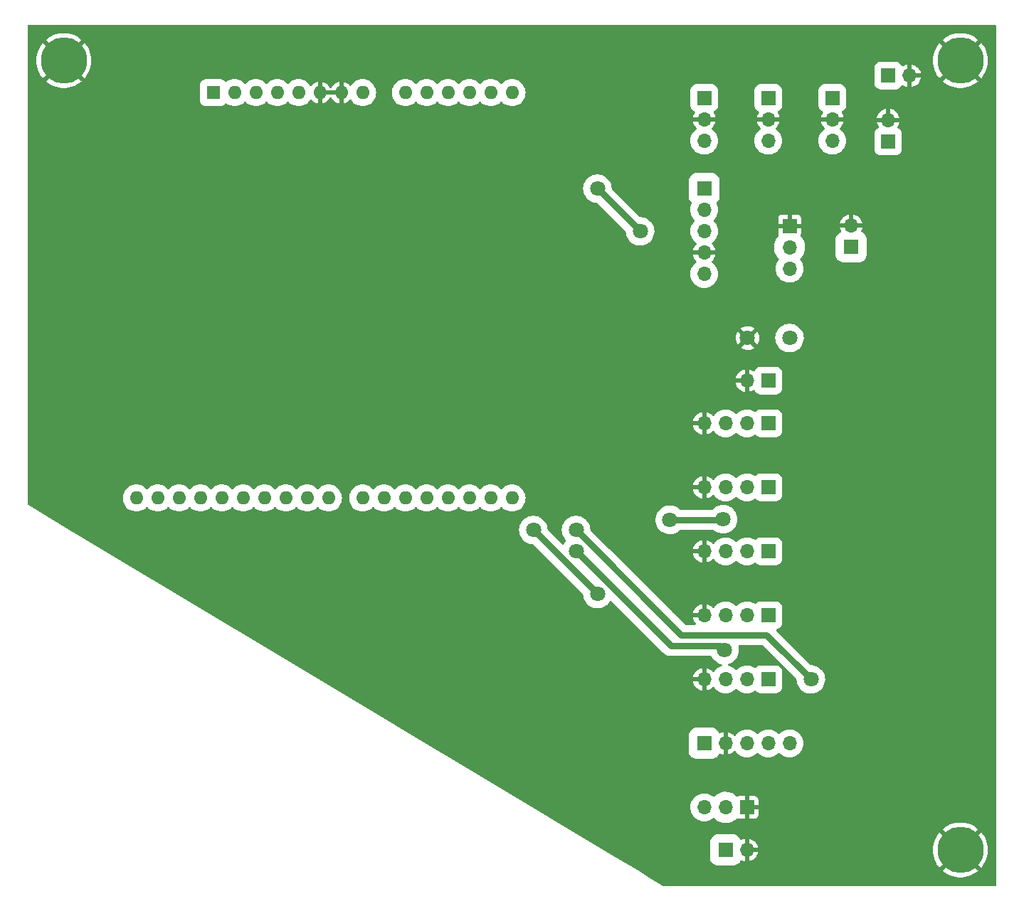
<source format=gtl>
%TF.GenerationSoftware,KiCad,Pcbnew,(6.0.1)*%
%TF.CreationDate,2022-01-26T17:31:55+01:00*%
%TF.ProjectId,carte_kicad_F46NG,63617274-655f-46b6-9963-61645f463436,rev?*%
%TF.SameCoordinates,Original*%
%TF.FileFunction,Copper,L1,Top*%
%TF.FilePolarity,Positive*%
%FSLAX46Y46*%
G04 Gerber Fmt 4.6, Leading zero omitted, Abs format (unit mm)*
G04 Created by KiCad (PCBNEW (6.0.1)) date 2022-01-26 17:31:55*
%MOMM*%
%LPD*%
G01*
G04 APERTURE LIST*
%TA.AperFunction,ComponentPad*%
%ADD10C,1.800000*%
%TD*%
%TA.AperFunction,ComponentPad*%
%ADD11R,1.700000X1.700000*%
%TD*%
%TA.AperFunction,ComponentPad*%
%ADD12O,1.700000X1.700000*%
%TD*%
%TA.AperFunction,ComponentPad*%
%ADD13C,5.500000*%
%TD*%
%TA.AperFunction,ComponentPad*%
%ADD14R,1.600000X1.600000*%
%TD*%
%TA.AperFunction,ComponentPad*%
%ADD15O,1.600000X1.600000*%
%TD*%
%TA.AperFunction,ViaPad*%
%ADD16C,1.800000*%
%TD*%
%TA.AperFunction,Conductor*%
%ADD17C,0.800000*%
%TD*%
G04 APERTURE END LIST*
D10*
%TO.P,C470,1*%
%TO.N,/5V_PNG*%
X200660000Y-88900000D03*
%TO.P,C470,2*%
%TO.N,GND*%
X195660000Y-88900000D03*
%TD*%
D11*
%TO.P,B2,1,Pin_1*%
%TO.N,/5V_BLE{slash}MOT*%
X193040000Y-149860000D03*
D12*
%TO.P,B2,2,Pin_2*%
%TO.N,GND*%
X195580000Y-149860000D03*
%TD*%
D11*
%TO.P,A3,1,Pin_1*%
%TO.N,/5V_PNG*%
X198120000Y-93980000D03*
D12*
%TO.P,A3,2,Pin_2*%
%TO.N,GND*%
X195580000Y-93980000D03*
%TD*%
D11*
%TO.P,Ping2,1,Pin_1*%
%TO.N,/5V_PNG*%
X198120000Y-121920000D03*
D12*
%TO.P,Ping2,2,Pin_2*%
%TO.N,/Trig_Cmd_PI_3*%
X195580000Y-121920000D03*
%TO.P,Ping2,3,Pin_3*%
%TO.N,/P2_PB4*%
X193040000Y-121920000D03*
%TO.P,Ping2,4,Pin_4*%
%TO.N,GND*%
X190500000Y-121920000D03*
%TD*%
D11*
%TO.P,Infra3,1,Pin_1*%
%TO.N,/I3_PF9*%
X205740000Y-60325000D03*
D12*
%TO.P,Infra3,2,Pin_2*%
%TO.N,GND*%
X205740000Y-62865000D03*
%TO.P,Infra3,3,Pin_3*%
%TO.N,/5V_INF*%
X205740000Y-65405000D03*
%TD*%
D13*
%TO.P,J1,1,Pin_1*%
%TO.N,GND*%
X114300000Y-55880000D03*
%TD*%
D11*
%TO.P,Ping1,1,Pin_1*%
%TO.N,/5V_PNG*%
X198120000Y-129540000D03*
D12*
%TO.P,Ping1,2,Pin_2*%
%TO.N,/Trig_Cmd_PI_3*%
X195580000Y-129540000D03*
%TO.P,Ping1,3,Pin_3*%
%TO.N,/P1_PG6*%
X193040000Y-129540000D03*
%TO.P,Ping1,4,Pin_4*%
%TO.N,GND*%
X190500000Y-129540000D03*
%TD*%
D11*
%TO.P,B1,1,Pin_1*%
%TO.N,/5V_Carte*%
X212409850Y-57667361D03*
D12*
%TO.P,B1,2,Pin_2*%
%TO.N,GND*%
X214949850Y-57667361D03*
%TD*%
D14*
%TO.P,A2,1,NC*%
%TO.N,unconnected-(A2-Pad1)*%
X132080000Y-59690000D03*
D15*
%TO.P,A2,2,IOREF*%
%TO.N,unconnected-(A2-Pad2)*%
X134620000Y-59690000D03*
%TO.P,A2,3,~{RESET}*%
%TO.N,unconnected-(A2-Pad3)*%
X137160000Y-59690000D03*
%TO.P,A2,4,3V3*%
%TO.N,unconnected-(A2-Pad4)*%
X139700000Y-59690000D03*
%TO.P,A2,5,+5V*%
%TO.N,unconnected-(A2-Pad5)*%
X142240000Y-59690000D03*
%TO.P,A2,6,GND*%
%TO.N,GND*%
X144780000Y-59690000D03*
%TO.P,A2,7,GND*%
X147320000Y-59690000D03*
%TO.P,A2,8,VIN*%
%TO.N,/5V_Carte*%
X149860000Y-59690000D03*
%TO.P,A2,9,A0*%
%TO.N,/I3_PF9*%
X154940000Y-59690000D03*
%TO.P,A2,10,A1*%
%TO.N,/I2_PF10*%
X157480000Y-59690000D03*
%TO.P,A2,11,A2*%
%TO.N,/I1_PA0*%
X160020000Y-59690000D03*
%TO.P,A2,12,A3*%
%TO.N,/PWM_Lidar_PF8*%
X162560000Y-59690000D03*
%TO.P,A2,13,SDA/A4*%
%TO.N,/TX_Lidar_PF7*%
X165100000Y-59690000D03*
%TO.P,A2,14,SCL/A5*%
%TO.N,/RX_Lidar_PF6*%
X167640000Y-59690000D03*
%TO.P,A2,15,D0/RX*%
%TO.N,/RX_BLE_PC7*%
X167640000Y-107950000D03*
%TO.P,A2,16,D1/TX*%
%TO.N,/TX_BLE_PC6*%
X165100000Y-107950000D03*
%TO.P,A2,17,D2*%
%TO.N,/Trig_Cmd_PI_3*%
X162560000Y-107950000D03*
%TO.P,A2,18,D3*%
%TO.N,/P1_PG6*%
X160020000Y-107950000D03*
%TO.P,A2,19,D4*%
%TO.N,/P3_PG7*%
X157480000Y-107950000D03*
%TO.P,A2,20,D5*%
%TO.N,/P2_PB4*%
X154940000Y-107950000D03*
%TO.P,A2,21,D6*%
%TO.N,/P4_PI0*%
X152400000Y-107950000D03*
%TO.P,A2,22,D7*%
%TO.N,/P5_PH6*%
X149860000Y-107950000D03*
%TO.P,A2,23,D8*%
%TO.N,unconnected-(A2-Pad23)*%
X145800000Y-107950000D03*
%TO.P,A2,24,D9*%
%TO.N,unconnected-(A2-Pad24)*%
X143260000Y-107950000D03*
%TO.P,A2,25,D10*%
%TO.N,unconnected-(A2-Pad25)*%
X140720000Y-107950000D03*
%TO.P,A2,26,D11*%
%TO.N,unconnected-(A2-Pad26)*%
X138180000Y-107950000D03*
%TO.P,A2,27,D12*%
%TO.N,/Servo_Cmd_PB14*%
X135640000Y-107950000D03*
%TO.P,A2,28,D13*%
%TO.N,unconnected-(A2-Pad28)*%
X133100000Y-107950000D03*
%TO.P,A2,29,GND*%
%TO.N,unconnected-(A2-Pad29)*%
X130560000Y-107950000D03*
%TO.P,A2,30,AREF*%
%TO.N,unconnected-(A2-Pad30)*%
X128020000Y-107950000D03*
%TO.P,A2,31,SDA/A4*%
%TO.N,unconnected-(A2-Pad31)*%
X125480000Y-107950000D03*
%TO.P,A2,32,SCL/A5*%
%TO.N,/M_Cmd_PB8*%
X122940000Y-107950000D03*
%TD*%
D11*
%TO.P,Moteur1,1,Pin_1*%
%TO.N,GND*%
X195580000Y-144780000D03*
D12*
%TO.P,Moteur1,2,Pin_2*%
%TO.N,/5V_BLE{slash}MOT*%
X193040000Y-144780000D03*
%TO.P,Moteur1,3,Pin_3*%
%TO.N,/M_Cmd_PB8*%
X190500000Y-144780000D03*
%TD*%
D11*
%TO.P,BLE1,1,Pin_1*%
%TO.N,/5V_BLE{slash}MOT*%
X190500000Y-137160000D03*
D12*
%TO.P,BLE1,2,Pin_2*%
%TO.N,GND*%
X193040000Y-137160000D03*
%TO.P,BLE1,3,Pin_3*%
%TO.N,/TX_BLE_PC6*%
X195580000Y-137160000D03*
%TO.P,BLE1,4,Pin_4*%
%TO.N,/RX_BLE_PC7*%
X198120000Y-137160000D03*
%TO.P,BLE1,5,Pin_5*%
%TO.N,unconnected-(BLE1-Pad5)*%
X200660000Y-137160000D03*
%TD*%
D13*
%TO.P,J2,1,Pin_1*%
%TO.N,GND*%
X220980000Y-55880000D03*
%TD*%
D11*
%TO.P,B3,1,Pin_1*%
%TO.N,/5V_INF*%
X212382520Y-65501284D03*
D12*
%TO.P,B3,2,Pin_2*%
%TO.N,GND*%
X212382520Y-62961284D03*
%TD*%
D11*
%TO.P,Servo1,1,Pin_1*%
%TO.N,GND*%
X200660000Y-75565000D03*
D12*
%TO.P,Servo1,2,Pin_2*%
%TO.N,/5V_LID{slash}SRVO*%
X200660000Y-78105000D03*
%TO.P,Servo1,3,Pin_3*%
%TO.N,/Servo_Cmd_PB14*%
X200660000Y-80645000D03*
%TD*%
D11*
%TO.P,Infra1,1,Pin_1*%
%TO.N,/I1_PA0*%
X190500000Y-60325000D03*
D12*
%TO.P,Infra1,2,Pin_2*%
%TO.N,GND*%
X190500000Y-62865000D03*
%TO.P,Infra1,3,Pin_3*%
%TO.N,/5V_INF*%
X190500000Y-65405000D03*
%TD*%
D13*
%TO.P,J3,1,Pin_1*%
%TO.N,GND*%
X220980000Y-149860000D03*
%TD*%
D11*
%TO.P,Ping5,1,Pin_1*%
%TO.N,/5V_PNG*%
X198120000Y-99060000D03*
D12*
%TO.P,Ping5,2,Pin_2*%
%TO.N,/Trig_Cmd_PI_3*%
X195580000Y-99060000D03*
%TO.P,Ping5,3,Pin_3*%
%TO.N,/P5_PH6*%
X193040000Y-99060000D03*
%TO.P,Ping5,4,Pin_4*%
%TO.N,GND*%
X190500000Y-99060000D03*
%TD*%
D11*
%TO.P,Infra2,1,Pin_1*%
%TO.N,/I2_PF10*%
X198120000Y-60325000D03*
D12*
%TO.P,Infra2,2,Pin_2*%
%TO.N,GND*%
X198120000Y-62865000D03*
%TO.P,Infra2,3,Pin_3*%
%TO.N,/5V_INF*%
X198120000Y-65405000D03*
%TD*%
D11*
%TO.P,Ping4,1,Pin_1*%
%TO.N,/5V_PNG*%
X198120000Y-106680000D03*
D12*
%TO.P,Ping4,2,Pin_2*%
%TO.N,/Trig_Cmd_PI_3*%
X195580000Y-106680000D03*
%TO.P,Ping4,3,Pin_3*%
%TO.N,/P4_PI0*%
X193040000Y-106680000D03*
%TO.P,Ping4,4,Pin_4*%
%TO.N,GND*%
X190500000Y-106680000D03*
%TD*%
D11*
%TO.P,Ping3,1,Pin_1*%
%TO.N,/5V_PNG*%
X198120000Y-114300000D03*
D12*
%TO.P,Ping3,2,Pin_2*%
%TO.N,/Trig_Cmd_PI_3*%
X195580000Y-114300000D03*
%TO.P,Ping3,3,Pin_3*%
%TO.N,/P3_PG7*%
X193040000Y-114300000D03*
%TO.P,Ping3,4,Pin_4*%
%TO.N,GND*%
X190500000Y-114300000D03*
%TD*%
D11*
%TO.P,A1,1,Pin_1*%
%TO.N,/5V_LID{slash}SRVO*%
X207991130Y-78070643D03*
D12*
%TO.P,A1,2,Pin_2*%
%TO.N,GND*%
X207991130Y-75530643D03*
%TD*%
D11*
%TO.P,Lidar1,1,Pin_1*%
%TO.N,/5V_LID{slash}SRVO*%
X190500000Y-71120000D03*
D12*
%TO.P,Lidar1,2,Pin_2*%
%TO.N,/TX_Lidar_PF7*%
X190500000Y-73660000D03*
%TO.P,Lidar1,3,Pin_3*%
%TO.N,/RX_Lidar_PF6*%
X190500000Y-76200000D03*
%TO.P,Lidar1,4,Pin_4*%
%TO.N,GND*%
X190500000Y-78740000D03*
%TO.P,Lidar1,5,Pin_5*%
%TO.N,/PWM_Lidar_PF8*%
X190500000Y-81280000D03*
%TD*%
D16*
%TO.N,GND*%
X180340000Y-139700000D03*
X185420000Y-78740000D03*
X182880000Y-114300000D03*
X187960000Y-119380000D03*
X182880000Y-129540000D03*
X185420000Y-71120000D03*
%TO.N,/RX_Lidar_PF6*%
X177800000Y-71120000D03*
X182880000Y-76200000D03*
%TO.N,/RX_BLE_PC7*%
X203200000Y-129540000D03*
X175260000Y-111760000D03*
%TO.N,/TX_BLE_PC6*%
X177800000Y-119380000D03*
X170180000Y-111760000D03*
%TO.N,/P1_PG6*%
X175260000Y-114300000D03*
X192928096Y-126056147D03*
%TO.N,/Trig_Cmd_PI_3*%
X192751647Y-110466579D03*
X186425068Y-110541009D03*
%TD*%
D17*
%TO.N,GND*%
X180340000Y-139700000D02*
X180340000Y-132080000D01*
X187960000Y-119380000D02*
X182880000Y-114300000D01*
X185420000Y-71120000D02*
X185420000Y-78740000D01*
X180340000Y-132080000D02*
X182880000Y-129540000D01*
%TO.N,/RX_Lidar_PF6*%
X182880000Y-76200000D02*
X177800000Y-71120000D01*
%TO.N,/RX_BLE_PC7*%
X187756647Y-124256647D02*
X175260000Y-111760000D01*
X197916647Y-124256647D02*
X187756647Y-124256647D01*
X203200000Y-129540000D02*
X197916647Y-124256647D01*
%TO.N,/TX_BLE_PC6*%
X177800000Y-119380000D02*
X170180000Y-111760000D01*
%TO.N,/P1_PG6*%
X192428116Y-125556167D02*
X186521061Y-125556167D01*
X175264894Y-114300000D02*
X175260000Y-114300000D01*
X186521061Y-125556167D02*
X175264894Y-114300000D01*
X192928096Y-126056147D02*
X192428116Y-125556167D01*
%TO.N,/Trig_Cmd_PI_3*%
X186425068Y-110541009D02*
X192677217Y-110541009D01*
X192677217Y-110541009D02*
X192751647Y-110466579D01*
%TD*%
%TA.AperFunction,Conductor*%
%TO.N,GND*%
G36*
X225202121Y-51620002D02*
G01*
X225248614Y-51673658D01*
X225260000Y-51726000D01*
X225260000Y-154014000D01*
X225239998Y-154082121D01*
X225186342Y-154128614D01*
X225134000Y-154140000D01*
X185676486Y-154140000D01*
X185611660Y-154122044D01*
X183939154Y-153118540D01*
X182640569Y-152339389D01*
X218865541Y-152339389D01*
X218873678Y-152350395D01*
X219133938Y-152550099D01*
X219139537Y-152553933D01*
X219435261Y-152733736D01*
X219441251Y-152736948D01*
X219754657Y-152883758D01*
X219760961Y-152886305D01*
X220088384Y-152998406D01*
X220094935Y-153000260D01*
X220432539Y-153076342D01*
X220439258Y-153077479D01*
X220783113Y-153116657D01*
X220789903Y-153117060D01*
X221135973Y-153118872D01*
X221142774Y-153118540D01*
X221487020Y-153082966D01*
X221493748Y-153081900D01*
X221832144Y-153009353D01*
X221838693Y-153007574D01*
X222167278Y-152898905D01*
X222173620Y-152896419D01*
X222488523Y-152752910D01*
X222494577Y-152749745D01*
X222792128Y-152573073D01*
X222797809Y-152569270D01*
X223074547Y-152361489D01*
X223079771Y-152357105D01*
X223086238Y-152351053D01*
X223094307Y-152337373D01*
X223094280Y-152336649D01*
X223089136Y-152328346D01*
X220992812Y-150232022D01*
X220978868Y-150224408D01*
X220977035Y-150224539D01*
X220970420Y-150228790D01*
X218872422Y-152326788D01*
X218865541Y-152339389D01*
X182640569Y-152339389D01*
X180021281Y-150767816D01*
X191189500Y-150767816D01*
X191200234Y-150888087D01*
X191256259Y-151083470D01*
X191350427Y-151263596D01*
X191478891Y-151421109D01*
X191636404Y-151549573D01*
X191642057Y-151552528D01*
X191642058Y-151552529D01*
X191661611Y-151562751D01*
X191816530Y-151643741D01*
X192011913Y-151699766D01*
X192043545Y-151702589D01*
X192129391Y-151710251D01*
X192129397Y-151710251D01*
X192132184Y-151710500D01*
X193947816Y-151710500D01*
X193950603Y-151710251D01*
X193950609Y-151710251D01*
X194036455Y-151702589D01*
X194068087Y-151699766D01*
X194263470Y-151643741D01*
X194418389Y-151562751D01*
X194437942Y-151552529D01*
X194437943Y-151552528D01*
X194443596Y-151549573D01*
X194601109Y-151421109D01*
X194729573Y-151263596D01*
X194799570Y-151129705D01*
X194848855Y-151078604D01*
X194917945Y-151062260D01*
X194974803Y-151079294D01*
X194986758Y-151086280D01*
X194996042Y-151090729D01*
X195195001Y-151166703D01*
X195204899Y-151169579D01*
X195308250Y-151190606D01*
X195322299Y-151189410D01*
X195326000Y-151179065D01*
X195326000Y-151178517D01*
X195834000Y-151178517D01*
X195838064Y-151192359D01*
X195851478Y-151194393D01*
X195858184Y-151193534D01*
X195868262Y-151191392D01*
X196072255Y-151130191D01*
X196081842Y-151126433D01*
X196273095Y-151032739D01*
X196281945Y-151027464D01*
X196455328Y-150903792D01*
X196463200Y-150897139D01*
X196614052Y-150746812D01*
X196620730Y-150738965D01*
X196745003Y-150566020D01*
X196750313Y-150557183D01*
X196844670Y-150366267D01*
X196848469Y-150356672D01*
X196910377Y-150152910D01*
X196912555Y-150142837D01*
X196913986Y-150131962D01*
X196911775Y-150117778D01*
X196898617Y-150114000D01*
X195852115Y-150114000D01*
X195836876Y-150118475D01*
X195835671Y-150119865D01*
X195834000Y-150127548D01*
X195834000Y-151178517D01*
X195326000Y-151178517D01*
X195326000Y-149852007D01*
X217717407Y-149852007D01*
X217734917Y-150197659D01*
X217735627Y-150204415D01*
X217790363Y-150546141D01*
X217791802Y-150552796D01*
X217883122Y-150886604D01*
X217885271Y-150893065D01*
X218012110Y-151215067D01*
X218014941Y-151221250D01*
X218175815Y-151527670D01*
X218179298Y-151533513D01*
X218372321Y-151820761D01*
X218376424Y-151826205D01*
X218491911Y-151963351D01*
X218504650Y-151971794D01*
X218515094Y-151965696D01*
X220607978Y-149872812D01*
X220614356Y-149861132D01*
X221344408Y-149861132D01*
X221344539Y-149862965D01*
X221348790Y-149869580D01*
X223443553Y-151964343D01*
X223457150Y-151971768D01*
X223466761Y-151965068D01*
X223562845Y-151853360D01*
X223567003Y-151847960D01*
X223763023Y-151562751D01*
X223766570Y-151556940D01*
X223930634Y-151252238D01*
X223933541Y-151246060D01*
X224063744Y-150925411D01*
X224065958Y-150918981D01*
X224160769Y-150586143D01*
X224162276Y-150579513D01*
X224220590Y-150238362D01*
X224221370Y-150231622D01*
X224242595Y-149884576D01*
X224242711Y-149880973D01*
X224242779Y-149861819D01*
X224242687Y-149858194D01*
X224223885Y-149511023D01*
X224223150Y-149504257D01*
X224167224Y-149162738D01*
X224165757Y-149156066D01*
X224073278Y-148822597D01*
X224071104Y-148816134D01*
X223943143Y-148494583D01*
X223940290Y-148488409D01*
X223778343Y-148182545D01*
X223774849Y-148176728D01*
X223580813Y-147890140D01*
X223576699Y-147884721D01*
X223468090Y-147756653D01*
X223455265Y-147748217D01*
X223444940Y-147754270D01*
X221352022Y-149847188D01*
X221344408Y-149861132D01*
X220614356Y-149861132D01*
X220615592Y-149858868D01*
X220615461Y-149857035D01*
X220611210Y-149850420D01*
X218516457Y-147755667D01*
X218502920Y-147748275D01*
X218493219Y-147755063D01*
X218390220Y-147875659D01*
X218386066Y-147881092D01*
X218191056Y-148166965D01*
X218187521Y-148172802D01*
X218024518Y-148478080D01*
X218021642Y-148484249D01*
X217892558Y-148805355D01*
X217890365Y-148811795D01*
X217796714Y-149144968D01*
X217795231Y-149151603D01*
X217738112Y-149492936D01*
X217737353Y-149499708D01*
X217717431Y-149845212D01*
X217717407Y-149852007D01*
X195326000Y-149852007D01*
X195326000Y-149587885D01*
X195834000Y-149587885D01*
X195838475Y-149603124D01*
X195839865Y-149604329D01*
X195847548Y-149606000D01*
X196898344Y-149606000D01*
X196911875Y-149602027D01*
X196913180Y-149592947D01*
X196871214Y-149425875D01*
X196867894Y-149416124D01*
X196782972Y-149220814D01*
X196778105Y-149211739D01*
X196662426Y-149032926D01*
X196656136Y-149024757D01*
X196512806Y-148867240D01*
X196505273Y-148860215D01*
X196338139Y-148728222D01*
X196329552Y-148722517D01*
X196143117Y-148619599D01*
X196133705Y-148615369D01*
X195932959Y-148544280D01*
X195922988Y-148541646D01*
X195851837Y-148528972D01*
X195838540Y-148530432D01*
X195834000Y-148544989D01*
X195834000Y-149587885D01*
X195326000Y-149587885D01*
X195326000Y-148543102D01*
X195322082Y-148529758D01*
X195307806Y-148527771D01*
X195269324Y-148533660D01*
X195259288Y-148536051D01*
X195056868Y-148602212D01*
X195047359Y-148606209D01*
X194970687Y-148646122D01*
X194901028Y-148659835D01*
X194835013Y-148633710D01*
X194800845Y-148592735D01*
X194775884Y-148544989D01*
X194729573Y-148456404D01*
X194601109Y-148298891D01*
X194443596Y-148170427D01*
X194263470Y-148076259D01*
X194068087Y-148020234D01*
X194036455Y-148017411D01*
X193950609Y-148009749D01*
X193950603Y-148009749D01*
X193947816Y-148009500D01*
X192132184Y-148009500D01*
X192129397Y-148009749D01*
X192129391Y-148009749D01*
X192043545Y-148017411D01*
X192011913Y-148020234D01*
X191816530Y-148076259D01*
X191636404Y-148170427D01*
X191478891Y-148298891D01*
X191350427Y-148456404D01*
X191256259Y-148636530D01*
X191200234Y-148831913D01*
X191189500Y-148952184D01*
X191189500Y-150767816D01*
X180021281Y-150767816D01*
X174378644Y-147382234D01*
X218865322Y-147382234D01*
X218865357Y-147383075D01*
X218870410Y-147391200D01*
X220967188Y-149487978D01*
X220981132Y-149495592D01*
X220982965Y-149495461D01*
X220989580Y-149491210D01*
X223087431Y-147393359D01*
X223095045Y-147379415D01*
X223094977Y-147378460D01*
X223091024Y-147372482D01*
X222816667Y-147163479D01*
X222811041Y-147159655D01*
X222514706Y-146980894D01*
X222508694Y-146977697D01*
X222194774Y-146831980D01*
X222188474Y-146829460D01*
X221860664Y-146718503D01*
X221854086Y-146716667D01*
X221516237Y-146641768D01*
X221509499Y-146640652D01*
X221165515Y-146602675D01*
X221158735Y-146602296D01*
X220812636Y-146601693D01*
X220805863Y-146602048D01*
X220461726Y-146638825D01*
X220455016Y-146639912D01*
X220116883Y-146713637D01*
X220110308Y-146715448D01*
X219782117Y-146825259D01*
X219775795Y-146827762D01*
X219461388Y-146972373D01*
X219455345Y-146975559D01*
X219158402Y-147153276D01*
X219152756Y-147157085D01*
X218876726Y-147365844D01*
X218873140Y-147368875D01*
X218865322Y-147382234D01*
X174378644Y-147382234D01*
X170041587Y-144780000D01*
X188844396Y-144780000D01*
X188864779Y-145038994D01*
X188865933Y-145043801D01*
X188865934Y-145043807D01*
X188904220Y-145203276D01*
X188925427Y-145291610D01*
X189024846Y-145531628D01*
X189160588Y-145753140D01*
X189329311Y-145950689D01*
X189526860Y-146119412D01*
X189748372Y-146255154D01*
X189752942Y-146257047D01*
X189752946Y-146257049D01*
X189857011Y-146300154D01*
X189988390Y-146354573D01*
X190076724Y-146375780D01*
X190236193Y-146414066D01*
X190236199Y-146414067D01*
X190241006Y-146415221D01*
X190500000Y-146435604D01*
X190758994Y-146415221D01*
X190763801Y-146414067D01*
X190763807Y-146414066D01*
X190923276Y-146375780D01*
X191011610Y-146354573D01*
X191142989Y-146300154D01*
X191247054Y-146257049D01*
X191247058Y-146257047D01*
X191251628Y-146255154D01*
X191473140Y-146119412D01*
X191476902Y-146116199D01*
X191476906Y-146116196D01*
X191540205Y-146062134D01*
X191604994Y-146033103D01*
X191675194Y-146043708D01*
X191714559Y-146072416D01*
X191766384Y-146128479D01*
X191770010Y-146132402D01*
X191773464Y-146135214D01*
X191969778Y-146295039D01*
X191969782Y-146295042D01*
X191973235Y-146297853D01*
X191977057Y-146300154D01*
X192168183Y-146415221D01*
X192197745Y-146433019D01*
X192203850Y-146435604D01*
X192434962Y-146533468D01*
X192434966Y-146533469D01*
X192439060Y-146535203D01*
X192443352Y-146536341D01*
X192443355Y-146536342D01*
X192544125Y-146563061D01*
X192692365Y-146602366D01*
X192696789Y-146602890D01*
X192696791Y-146602890D01*
X192847572Y-146620736D01*
X192952607Y-146633167D01*
X193214592Y-146626993D01*
X193218986Y-146626262D01*
X193218993Y-146626261D01*
X193468692Y-146584700D01*
X193468696Y-146584699D01*
X193473094Y-146583967D01*
X193637061Y-146532111D01*
X193718709Y-146506289D01*
X193718711Y-146506288D01*
X193722955Y-146504946D01*
X193726966Y-146503020D01*
X193726971Y-146503018D01*
X193955169Y-146393439D01*
X193955170Y-146393438D01*
X193959188Y-146391509D01*
X194163258Y-146255154D01*
X194173380Y-146248391D01*
X194173384Y-146248388D01*
X194177082Y-146245917D01*
X194342801Y-146097486D01*
X194406888Y-146066936D01*
X194477319Y-146075884D01*
X194487376Y-146080822D01*
X194491946Y-146083324D01*
X194612394Y-146128478D01*
X194627649Y-146132105D01*
X194678514Y-146137631D01*
X194685328Y-146138000D01*
X195307885Y-146138000D01*
X195323124Y-146133525D01*
X195324329Y-146132135D01*
X195326000Y-146124452D01*
X195326000Y-146119884D01*
X195834000Y-146119884D01*
X195838475Y-146135123D01*
X195839865Y-146136328D01*
X195847548Y-146137999D01*
X196474669Y-146137999D01*
X196481490Y-146137629D01*
X196532352Y-146132105D01*
X196547604Y-146128479D01*
X196668054Y-146083324D01*
X196683649Y-146074786D01*
X196785724Y-145998285D01*
X196798285Y-145985724D01*
X196874786Y-145883649D01*
X196883324Y-145868054D01*
X196928478Y-145747606D01*
X196932105Y-145732351D01*
X196937631Y-145681486D01*
X196938000Y-145674672D01*
X196938000Y-145052115D01*
X196933525Y-145036876D01*
X196932135Y-145035671D01*
X196924452Y-145034000D01*
X195852115Y-145034000D01*
X195836876Y-145038475D01*
X195835671Y-145039865D01*
X195834000Y-145047548D01*
X195834000Y-146119884D01*
X195326000Y-146119884D01*
X195326000Y-144507885D01*
X195834000Y-144507885D01*
X195838475Y-144523124D01*
X195839865Y-144524329D01*
X195847548Y-144526000D01*
X196919884Y-144526000D01*
X196935123Y-144521525D01*
X196936328Y-144520135D01*
X196937999Y-144512452D01*
X196937999Y-143885331D01*
X196937629Y-143878510D01*
X196932105Y-143827648D01*
X196928479Y-143812396D01*
X196883324Y-143691946D01*
X196874786Y-143676351D01*
X196798285Y-143574276D01*
X196785724Y-143561715D01*
X196683649Y-143485214D01*
X196668054Y-143476676D01*
X196547606Y-143431522D01*
X196532351Y-143427895D01*
X196481486Y-143422369D01*
X196474672Y-143422000D01*
X195852115Y-143422000D01*
X195836876Y-143426475D01*
X195835671Y-143427865D01*
X195834000Y-143435548D01*
X195834000Y-144507885D01*
X195326000Y-144507885D01*
X195326000Y-143440116D01*
X195321525Y-143424877D01*
X195320135Y-143423672D01*
X195312452Y-143422001D01*
X194685331Y-143422001D01*
X194678510Y-143422371D01*
X194627648Y-143427895D01*
X194612396Y-143431521D01*
X194491944Y-143476677D01*
X194485699Y-143480096D01*
X194416342Y-143495266D01*
X194349794Y-143470531D01*
X194335396Y-143457970D01*
X194270015Y-143391555D01*
X194266884Y-143388374D01*
X194198336Y-143336060D01*
X194062107Y-143232093D01*
X194062103Y-143232090D01*
X194058562Y-143229388D01*
X193829917Y-143101340D01*
X193825768Y-143099735D01*
X193825764Y-143099733D01*
X193678196Y-143042644D01*
X193585512Y-143006787D01*
X193581191Y-143005785D01*
X193581183Y-143005783D01*
X193413069Y-142966817D01*
X193330221Y-142947614D01*
X193069141Y-142925002D01*
X193064706Y-142925246D01*
X193064702Y-142925246D01*
X192811921Y-142939157D01*
X192811914Y-142939158D01*
X192807478Y-142939402D01*
X192550456Y-142990527D01*
X192546246Y-142992005D01*
X192546244Y-142992006D01*
X192401497Y-143042838D01*
X192303201Y-143077357D01*
X192299250Y-143079410D01*
X192299244Y-143079412D01*
X192212647Y-143124396D01*
X192070647Y-143198159D01*
X192067032Y-143200742D01*
X192067026Y-143200746D01*
X191861055Y-143347935D01*
X191861051Y-143347938D01*
X191857434Y-143350523D01*
X191725191Y-143476677D01*
X191708393Y-143492701D01*
X191645296Y-143525248D01*
X191574619Y-143518516D01*
X191539594Y-143497345D01*
X191473140Y-143440588D01*
X191251628Y-143304846D01*
X191247058Y-143302953D01*
X191247054Y-143302951D01*
X191016183Y-143207321D01*
X191016181Y-143207320D01*
X191011610Y-143205427D01*
X190923276Y-143184220D01*
X190763807Y-143145934D01*
X190763801Y-143145933D01*
X190758994Y-143144779D01*
X190500000Y-143124396D01*
X190241006Y-143144779D01*
X190236199Y-143145933D01*
X190236193Y-143145934D01*
X190076724Y-143184220D01*
X189988390Y-143205427D01*
X189983819Y-143207320D01*
X189983817Y-143207321D01*
X189752946Y-143302951D01*
X189752942Y-143302953D01*
X189748372Y-143304846D01*
X189526860Y-143440588D01*
X189329311Y-143609311D01*
X189160588Y-143806860D01*
X189024846Y-144028372D01*
X188925427Y-144268390D01*
X188924272Y-144273202D01*
X188865934Y-144516193D01*
X188865933Y-144516199D01*
X188864779Y-144521006D01*
X188844396Y-144780000D01*
X170041587Y-144780000D01*
X158854613Y-138067816D01*
X188649500Y-138067816D01*
X188649749Y-138070603D01*
X188649749Y-138070609D01*
X188657411Y-138156455D01*
X188660234Y-138188087D01*
X188716259Y-138383470D01*
X188810427Y-138563596D01*
X188814458Y-138568539D01*
X188814459Y-138568540D01*
X188934862Y-138716169D01*
X188938891Y-138721109D01*
X188943831Y-138725138D01*
X189029762Y-138795221D01*
X189096404Y-138849573D01*
X189276530Y-138943741D01*
X189471913Y-138999766D01*
X189503545Y-139002589D01*
X189589391Y-139010251D01*
X189589397Y-139010251D01*
X189592184Y-139010500D01*
X191407816Y-139010500D01*
X191410603Y-139010251D01*
X191410609Y-139010251D01*
X191496455Y-139002589D01*
X191528087Y-138999766D01*
X191723470Y-138943741D01*
X191903596Y-138849573D01*
X191970239Y-138795221D01*
X192056169Y-138725138D01*
X192061109Y-138721109D01*
X192065138Y-138716169D01*
X192185541Y-138568540D01*
X192185542Y-138568539D01*
X192189573Y-138563596D01*
X192259570Y-138429705D01*
X192308855Y-138378604D01*
X192377945Y-138362260D01*
X192434803Y-138379294D01*
X192446758Y-138386280D01*
X192456042Y-138390729D01*
X192655001Y-138466703D01*
X192664899Y-138469579D01*
X192768250Y-138490606D01*
X192782299Y-138489410D01*
X192786000Y-138479065D01*
X192786000Y-138478517D01*
X193294000Y-138478517D01*
X193298064Y-138492359D01*
X193311478Y-138494393D01*
X193318184Y-138493534D01*
X193328262Y-138491392D01*
X193532255Y-138430191D01*
X193541842Y-138426433D01*
X193733095Y-138332739D01*
X193741945Y-138327464D01*
X193915328Y-138203792D01*
X193923193Y-138197145D01*
X194031591Y-138089124D01*
X194093962Y-138055208D01*
X194164769Y-138060396D01*
X194221531Y-138103042D01*
X194227963Y-138112539D01*
X194238003Y-138128922D01*
X194240588Y-138133140D01*
X194409311Y-138330689D01*
X194606860Y-138499412D01*
X194828372Y-138635154D01*
X194832942Y-138637047D01*
X194832946Y-138637049D01*
X195063817Y-138732679D01*
X195068390Y-138734573D01*
X195156724Y-138755780D01*
X195316193Y-138794066D01*
X195316199Y-138794067D01*
X195321006Y-138795221D01*
X195580000Y-138815604D01*
X195838994Y-138795221D01*
X195843801Y-138794067D01*
X195843807Y-138794066D01*
X196003276Y-138755780D01*
X196091610Y-138734573D01*
X196096183Y-138732679D01*
X196327054Y-138637049D01*
X196327058Y-138637047D01*
X196331628Y-138635154D01*
X196553140Y-138499412D01*
X196750689Y-138330689D01*
X196753897Y-138326933D01*
X196753902Y-138326928D01*
X196754189Y-138326592D01*
X196754330Y-138326500D01*
X196757405Y-138323425D01*
X196758051Y-138324071D01*
X196813639Y-138287783D01*
X196884634Y-138287275D01*
X196941925Y-138324095D01*
X196942595Y-138323425D01*
X196945674Y-138326504D01*
X196945811Y-138326592D01*
X196946098Y-138326928D01*
X196946103Y-138326933D01*
X196949311Y-138330689D01*
X197146860Y-138499412D01*
X197368372Y-138635154D01*
X197372942Y-138637047D01*
X197372946Y-138637049D01*
X197603817Y-138732679D01*
X197608390Y-138734573D01*
X197696724Y-138755780D01*
X197856193Y-138794066D01*
X197856199Y-138794067D01*
X197861006Y-138795221D01*
X198120000Y-138815604D01*
X198378994Y-138795221D01*
X198383801Y-138794067D01*
X198383807Y-138794066D01*
X198543276Y-138755780D01*
X198631610Y-138734573D01*
X198636183Y-138732679D01*
X198867054Y-138637049D01*
X198867058Y-138637047D01*
X198871628Y-138635154D01*
X199093140Y-138499412D01*
X199290689Y-138330689D01*
X199293897Y-138326933D01*
X199293902Y-138326928D01*
X199294189Y-138326592D01*
X199294330Y-138326500D01*
X199297405Y-138323425D01*
X199298051Y-138324071D01*
X199353639Y-138287783D01*
X199424634Y-138287275D01*
X199481925Y-138324095D01*
X199482595Y-138323425D01*
X199485674Y-138326504D01*
X199485811Y-138326592D01*
X199486098Y-138326928D01*
X199486103Y-138326933D01*
X199489311Y-138330689D01*
X199686860Y-138499412D01*
X199908372Y-138635154D01*
X199912942Y-138637047D01*
X199912946Y-138637049D01*
X200143817Y-138732679D01*
X200148390Y-138734573D01*
X200236724Y-138755780D01*
X200396193Y-138794066D01*
X200396199Y-138794067D01*
X200401006Y-138795221D01*
X200660000Y-138815604D01*
X200918994Y-138795221D01*
X200923801Y-138794067D01*
X200923807Y-138794066D01*
X201083276Y-138755780D01*
X201171610Y-138734573D01*
X201176183Y-138732679D01*
X201407054Y-138637049D01*
X201407058Y-138637047D01*
X201411628Y-138635154D01*
X201633140Y-138499412D01*
X201830689Y-138330689D01*
X201999412Y-138133140D01*
X202135154Y-137911628D01*
X202234573Y-137671610D01*
X202255780Y-137583276D01*
X202294066Y-137423807D01*
X202294067Y-137423801D01*
X202295221Y-137418994D01*
X202315604Y-137160000D01*
X202295221Y-136901006D01*
X202294067Y-136896199D01*
X202294066Y-136896193D01*
X202235728Y-136653202D01*
X202234573Y-136648390D01*
X202135154Y-136408372D01*
X201999412Y-136186860D01*
X201830689Y-135989311D01*
X201633140Y-135820588D01*
X201411628Y-135684846D01*
X201407058Y-135682953D01*
X201407054Y-135682951D01*
X201176183Y-135587321D01*
X201176181Y-135587320D01*
X201171610Y-135585427D01*
X201083276Y-135564220D01*
X200923807Y-135525934D01*
X200923801Y-135525933D01*
X200918994Y-135524779D01*
X200660000Y-135504396D01*
X200401006Y-135524779D01*
X200396199Y-135525933D01*
X200396193Y-135525934D01*
X200236724Y-135564220D01*
X200148390Y-135585427D01*
X200143819Y-135587320D01*
X200143817Y-135587321D01*
X199912946Y-135682951D01*
X199912942Y-135682953D01*
X199908372Y-135684846D01*
X199686860Y-135820588D01*
X199489311Y-135989311D01*
X199486103Y-135993067D01*
X199486098Y-135993072D01*
X199485811Y-135993408D01*
X199485670Y-135993500D01*
X199482595Y-135996575D01*
X199481949Y-135995929D01*
X199426361Y-136032217D01*
X199355366Y-136032725D01*
X199298075Y-135995905D01*
X199297405Y-135996575D01*
X199294326Y-135993496D01*
X199294189Y-135993408D01*
X199293902Y-135993072D01*
X199293897Y-135993067D01*
X199290689Y-135989311D01*
X199093140Y-135820588D01*
X198871628Y-135684846D01*
X198867058Y-135682953D01*
X198867054Y-135682951D01*
X198636183Y-135587321D01*
X198636181Y-135587320D01*
X198631610Y-135585427D01*
X198543276Y-135564220D01*
X198383807Y-135525934D01*
X198383801Y-135525933D01*
X198378994Y-135524779D01*
X198120000Y-135504396D01*
X197861006Y-135524779D01*
X197856199Y-135525933D01*
X197856193Y-135525934D01*
X197696724Y-135564220D01*
X197608390Y-135585427D01*
X197603819Y-135587320D01*
X197603817Y-135587321D01*
X197372946Y-135682951D01*
X197372942Y-135682953D01*
X197368372Y-135684846D01*
X197146860Y-135820588D01*
X196949311Y-135989311D01*
X196946103Y-135993067D01*
X196946098Y-135993072D01*
X196945811Y-135993408D01*
X196945670Y-135993500D01*
X196942595Y-135996575D01*
X196941949Y-135995929D01*
X196886361Y-136032217D01*
X196815366Y-136032725D01*
X196758075Y-135995905D01*
X196757405Y-135996575D01*
X196754326Y-135993496D01*
X196754189Y-135993408D01*
X196753902Y-135993072D01*
X196753897Y-135993067D01*
X196750689Y-135989311D01*
X196553140Y-135820588D01*
X196331628Y-135684846D01*
X196327058Y-135682953D01*
X196327054Y-135682951D01*
X196096183Y-135587321D01*
X196096181Y-135587320D01*
X196091610Y-135585427D01*
X196003276Y-135564220D01*
X195843807Y-135525934D01*
X195843801Y-135525933D01*
X195838994Y-135524779D01*
X195580000Y-135504396D01*
X195321006Y-135524779D01*
X195316199Y-135525933D01*
X195316193Y-135525934D01*
X195156724Y-135564220D01*
X195068390Y-135585427D01*
X195063819Y-135587320D01*
X195063817Y-135587321D01*
X194832946Y-135682951D01*
X194832942Y-135682953D01*
X194828372Y-135684846D01*
X194606860Y-135820588D01*
X194409311Y-135989311D01*
X194240588Y-136186860D01*
X194238006Y-136191074D01*
X194238000Y-136191082D01*
X194227689Y-136207907D01*
X194175041Y-136255537D01*
X194104999Y-136267143D01*
X194039802Y-136239038D01*
X194027065Y-136226870D01*
X193972806Y-136167240D01*
X193965273Y-136160215D01*
X193798139Y-136028222D01*
X193789552Y-136022517D01*
X193603117Y-135919599D01*
X193593705Y-135915369D01*
X193392959Y-135844280D01*
X193382988Y-135841646D01*
X193311837Y-135828972D01*
X193298540Y-135830432D01*
X193294000Y-135844989D01*
X193294000Y-138478517D01*
X192786000Y-138478517D01*
X192786000Y-135843102D01*
X192782082Y-135829758D01*
X192767806Y-135827771D01*
X192729324Y-135833660D01*
X192719288Y-135836051D01*
X192516868Y-135902212D01*
X192507359Y-135906209D01*
X192430687Y-135946122D01*
X192361028Y-135959835D01*
X192295013Y-135933710D01*
X192260845Y-135892735D01*
X192235884Y-135844989D01*
X192189573Y-135756404D01*
X192129667Y-135682951D01*
X192065138Y-135603831D01*
X192061109Y-135598891D01*
X192046923Y-135587321D01*
X191908540Y-135474459D01*
X191908539Y-135474458D01*
X191903596Y-135470427D01*
X191723470Y-135376259D01*
X191528087Y-135320234D01*
X191496455Y-135317411D01*
X191410609Y-135309749D01*
X191410603Y-135309749D01*
X191407816Y-135309500D01*
X189592184Y-135309500D01*
X189589397Y-135309749D01*
X189589391Y-135309749D01*
X189503545Y-135317411D01*
X189471913Y-135320234D01*
X189276530Y-135376259D01*
X189096404Y-135470427D01*
X189091461Y-135474458D01*
X189091460Y-135474459D01*
X188953077Y-135587321D01*
X188938891Y-135598891D01*
X188934862Y-135603831D01*
X188870334Y-135682951D01*
X188810427Y-135756404D01*
X188716259Y-135936530D01*
X188660234Y-136131913D01*
X188659701Y-136137886D01*
X188655666Y-136183101D01*
X188649500Y-136252184D01*
X188649500Y-138067816D01*
X158854613Y-138067816D01*
X154257420Y-135309500D01*
X145088197Y-129807966D01*
X189168257Y-129807966D01*
X189198565Y-129942446D01*
X189201645Y-129952275D01*
X189281770Y-130149603D01*
X189286413Y-130158794D01*
X189397694Y-130340388D01*
X189403777Y-130348699D01*
X189543213Y-130509667D01*
X189550580Y-130516883D01*
X189714434Y-130652916D01*
X189722881Y-130658831D01*
X189906756Y-130766279D01*
X189916042Y-130770729D01*
X190115001Y-130846703D01*
X190124899Y-130849579D01*
X190228250Y-130870606D01*
X190242299Y-130869410D01*
X190246000Y-130859065D01*
X190246000Y-129812115D01*
X190241525Y-129796876D01*
X190240135Y-129795671D01*
X190232452Y-129794000D01*
X189183225Y-129794000D01*
X189169694Y-129797973D01*
X189168257Y-129807966D01*
X145088197Y-129807966D01*
X144198559Y-129274183D01*
X189164389Y-129274183D01*
X189165912Y-129282607D01*
X189178292Y-129286000D01*
X190227885Y-129286000D01*
X190243124Y-129281525D01*
X190244329Y-129280135D01*
X190246000Y-129272452D01*
X190246000Y-128223102D01*
X190242082Y-128209758D01*
X190227806Y-128207771D01*
X190189324Y-128213660D01*
X190179288Y-128216051D01*
X189976868Y-128282212D01*
X189967359Y-128286209D01*
X189778463Y-128384542D01*
X189769738Y-128390036D01*
X189599433Y-128517905D01*
X189591726Y-128524748D01*
X189444590Y-128678717D01*
X189438104Y-128686727D01*
X189318098Y-128862649D01*
X189313000Y-128871623D01*
X189223338Y-129064783D01*
X189219775Y-129074470D01*
X189164389Y-129274183D01*
X144198559Y-129274183D01*
X114933856Y-111715361D01*
X168475316Y-111715361D01*
X168475540Y-111720027D01*
X168475540Y-111720033D01*
X168478005Y-111771342D01*
X168487443Y-111967820D01*
X168488356Y-111972409D01*
X168531274Y-112188171D01*
X168536752Y-112215713D01*
X168538331Y-112220111D01*
X168538333Y-112220118D01*
X168620577Y-112449186D01*
X168622160Y-112453595D01*
X168741792Y-112676240D01*
X168744587Y-112679984D01*
X168744589Y-112679986D01*
X168890226Y-112875018D01*
X168890231Y-112875024D01*
X168893018Y-112878756D01*
X168896327Y-112882036D01*
X168896332Y-112882042D01*
X169047222Y-113031621D01*
X169072517Y-113056696D01*
X169076279Y-113059454D01*
X169076282Y-113059457D01*
X169192324Y-113144542D01*
X169276346Y-113206149D01*
X169280481Y-113208325D01*
X169280485Y-113208327D01*
X169351309Y-113245589D01*
X169500026Y-113323833D01*
X169738644Y-113407162D01*
X169986958Y-113454306D01*
X170135019Y-113460123D01*
X170202302Y-113482784D01*
X170219168Y-113496931D01*
X176062795Y-119340558D01*
X176096821Y-119402870D01*
X176099555Y-119423606D01*
X176107443Y-119587820D01*
X176156752Y-119835713D01*
X176158331Y-119840111D01*
X176158333Y-119840118D01*
X176240577Y-120069186D01*
X176242160Y-120073595D01*
X176361792Y-120296240D01*
X176364587Y-120299984D01*
X176364589Y-120299986D01*
X176510226Y-120495018D01*
X176510231Y-120495024D01*
X176513018Y-120498756D01*
X176516327Y-120502036D01*
X176516332Y-120502042D01*
X176677906Y-120662212D01*
X176692517Y-120676696D01*
X176696279Y-120679454D01*
X176696282Y-120679457D01*
X176812324Y-120764542D01*
X176896346Y-120826149D01*
X176900481Y-120828325D01*
X176900485Y-120828327D01*
X176971309Y-120865589D01*
X177120026Y-120943833D01*
X177358644Y-121027162D01*
X177363237Y-121028034D01*
X177602369Y-121073435D01*
X177602372Y-121073435D01*
X177606958Y-121074306D01*
X177727081Y-121079026D01*
X177854845Y-121084046D01*
X177854850Y-121084046D01*
X177859513Y-121084229D01*
X177937657Y-121075671D01*
X178106107Y-121057223D01*
X178106112Y-121057222D01*
X178110760Y-121056713D01*
X178228861Y-121025620D01*
X178350658Y-120993554D01*
X178350661Y-120993553D01*
X178355181Y-120992363D01*
X178559109Y-120904748D01*
X178583111Y-120894436D01*
X178583113Y-120894435D01*
X178587405Y-120892591D01*
X178694774Y-120826149D01*
X178798358Y-120762050D01*
X178798362Y-120762047D01*
X178802331Y-120759591D01*
X178896989Y-120679457D01*
X178991672Y-120599302D01*
X178991673Y-120599301D01*
X178995238Y-120596283D01*
X179079343Y-120500380D01*
X179158806Y-120409771D01*
X179158810Y-120409766D01*
X179161888Y-120406256D01*
X179277559Y-120226425D01*
X179331232Y-120179955D01*
X179401510Y-120169879D01*
X179466079Y-120199397D01*
X179472624Y-120205494D01*
X185640541Y-126373410D01*
X185646178Y-126379428D01*
X185691151Y-126430710D01*
X185695682Y-126434282D01*
X185764175Y-126488278D01*
X185766737Y-126490353D01*
X185838178Y-126549769D01*
X185843222Y-126552594D01*
X185843348Y-126552665D01*
X185859770Y-126563638D01*
X185859885Y-126563729D01*
X185859890Y-126563732D01*
X185864421Y-126567304D01*
X185869534Y-126569994D01*
X185946678Y-126610582D01*
X185949559Y-126612146D01*
X186030682Y-126657577D01*
X186036281Y-126659477D01*
X186054448Y-126667283D01*
X186054526Y-126667324D01*
X186059681Y-126670036D01*
X186065199Y-126671749D01*
X186065198Y-126671749D01*
X186148445Y-126697598D01*
X186151581Y-126698617D01*
X186234140Y-126726642D01*
X186234145Y-126726643D01*
X186239609Y-126728498D01*
X186245477Y-126729349D01*
X186264731Y-126733706D01*
X186264878Y-126733752D01*
X186264884Y-126733753D01*
X186270394Y-126735464D01*
X186276122Y-126736142D01*
X186276127Y-126736143D01*
X186349867Y-126744870D01*
X186362717Y-126746391D01*
X186365976Y-126746820D01*
X186382234Y-126749177D01*
X186452250Y-126759330D01*
X186452254Y-126759330D01*
X186457963Y-126760158D01*
X186544347Y-126756764D01*
X186549294Y-126756667D01*
X191298643Y-126756667D01*
X191366764Y-126776669D01*
X191409634Y-126823028D01*
X191489888Y-126972387D01*
X191492683Y-126976131D01*
X191492685Y-126976133D01*
X191638322Y-127171165D01*
X191638327Y-127171171D01*
X191641114Y-127174903D01*
X191644423Y-127178183D01*
X191644428Y-127178189D01*
X191817296Y-127349555D01*
X191820613Y-127352843D01*
X191824375Y-127355601D01*
X191824378Y-127355604D01*
X192020671Y-127499531D01*
X192024442Y-127502296D01*
X192028577Y-127504472D01*
X192028581Y-127504474D01*
X192146048Y-127566276D01*
X192248122Y-127619980D01*
X192486740Y-127703309D01*
X192491327Y-127704180D01*
X192491335Y-127704182D01*
X192531928Y-127711888D01*
X192543469Y-127714079D01*
X192606663Y-127746436D01*
X192642332Y-127807822D01*
X192639151Y-127878747D01*
X192598130Y-127936694D01*
X192549384Y-127960386D01*
X192533207Y-127964270D01*
X192533201Y-127964272D01*
X192528390Y-127965427D01*
X192523819Y-127967320D01*
X192523817Y-127967321D01*
X192292946Y-128062951D01*
X192292942Y-128062953D01*
X192288372Y-128064846D01*
X192066860Y-128200588D01*
X191869311Y-128369311D01*
X191700588Y-128566860D01*
X191698005Y-128571075D01*
X191698000Y-128571082D01*
X191687689Y-128587907D01*
X191635041Y-128635537D01*
X191564999Y-128647143D01*
X191499802Y-128619038D01*
X191487065Y-128606870D01*
X191432806Y-128547240D01*
X191425273Y-128540215D01*
X191258139Y-128408222D01*
X191249552Y-128402517D01*
X191063117Y-128299599D01*
X191053705Y-128295369D01*
X190852959Y-128224280D01*
X190842988Y-128221646D01*
X190771837Y-128208972D01*
X190758540Y-128210432D01*
X190754000Y-128224989D01*
X190754000Y-130858517D01*
X190758064Y-130872359D01*
X190771478Y-130874393D01*
X190778184Y-130873534D01*
X190788262Y-130871392D01*
X190992255Y-130810191D01*
X191001842Y-130806433D01*
X191193095Y-130712739D01*
X191201945Y-130707464D01*
X191375328Y-130583792D01*
X191383193Y-130577145D01*
X191491591Y-130469124D01*
X191553962Y-130435208D01*
X191624769Y-130440396D01*
X191681531Y-130483042D01*
X191687963Y-130492539D01*
X191698003Y-130508922D01*
X191700588Y-130513140D01*
X191869311Y-130710689D01*
X192066860Y-130879412D01*
X192288372Y-131015154D01*
X192292942Y-131017047D01*
X192292946Y-131017049D01*
X192523817Y-131112679D01*
X192528390Y-131114573D01*
X192616724Y-131135780D01*
X192776193Y-131174066D01*
X192776199Y-131174067D01*
X192781006Y-131175221D01*
X193040000Y-131195604D01*
X193298994Y-131175221D01*
X193303801Y-131174067D01*
X193303807Y-131174066D01*
X193463276Y-131135780D01*
X193551610Y-131114573D01*
X193556183Y-131112679D01*
X193787054Y-131017049D01*
X193787058Y-131017047D01*
X193791628Y-131015154D01*
X194013140Y-130879412D01*
X194210689Y-130710689D01*
X194213897Y-130706933D01*
X194213902Y-130706928D01*
X194214189Y-130706592D01*
X194214330Y-130706500D01*
X194217405Y-130703425D01*
X194218051Y-130704071D01*
X194273639Y-130667783D01*
X194344634Y-130667275D01*
X194401925Y-130704095D01*
X194402595Y-130703425D01*
X194405674Y-130706504D01*
X194405811Y-130706592D01*
X194406098Y-130706928D01*
X194406103Y-130706933D01*
X194409311Y-130710689D01*
X194606860Y-130879412D01*
X194828372Y-131015154D01*
X194832942Y-131017047D01*
X194832946Y-131017049D01*
X195063817Y-131112679D01*
X195068390Y-131114573D01*
X195156724Y-131135780D01*
X195316193Y-131174066D01*
X195316199Y-131174067D01*
X195321006Y-131175221D01*
X195580000Y-131195604D01*
X195838994Y-131175221D01*
X195843801Y-131174067D01*
X195843807Y-131174066D01*
X196003276Y-131135780D01*
X196091610Y-131114573D01*
X196096183Y-131112679D01*
X196327054Y-131017049D01*
X196327058Y-131017047D01*
X196331628Y-131015154D01*
X196514135Y-130903314D01*
X196582669Y-130884776D01*
X196650346Y-130906233D01*
X196678439Y-130932135D01*
X196700380Y-130959620D01*
X196840734Y-131071664D01*
X197002423Y-131149827D01*
X197009284Y-131151411D01*
X197172212Y-131189026D01*
X197172215Y-131189026D01*
X197177411Y-131190226D01*
X197182163Y-131190500D01*
X197183987Y-131190500D01*
X198128037Y-131190499D01*
X199057836Y-131190499D01*
X199062589Y-131190226D01*
X199237577Y-131149827D01*
X199399266Y-131071664D01*
X199539620Y-130959620D01*
X199651664Y-130819266D01*
X199729827Y-130657577D01*
X199770226Y-130482589D01*
X199770500Y-130477837D01*
X199770500Y-129540000D01*
X199770499Y-128603957D01*
X199770499Y-128602164D01*
X199770226Y-128597411D01*
X199729827Y-128422423D01*
X199651664Y-128260734D01*
X199539620Y-128120380D01*
X199399266Y-128008336D01*
X199237577Y-127930173D01*
X199230716Y-127928589D01*
X199067788Y-127890974D01*
X199067785Y-127890974D01*
X199062589Y-127889774D01*
X199057837Y-127889500D01*
X199056013Y-127889500D01*
X198111963Y-127889501D01*
X197182164Y-127889501D01*
X197177411Y-127889774D01*
X197002423Y-127930173D01*
X196840734Y-128008336D01*
X196700380Y-128120380D01*
X196678441Y-128147863D01*
X196620309Y-128188621D01*
X196549370Y-128191481D01*
X196514135Y-128176686D01*
X196335848Y-128067432D01*
X196331628Y-128064846D01*
X196327058Y-128062953D01*
X196327054Y-128062951D01*
X196096183Y-127967321D01*
X196096181Y-127967320D01*
X196091610Y-127965427D01*
X195971929Y-127936694D01*
X195843807Y-127905934D01*
X195843801Y-127905933D01*
X195838994Y-127904779D01*
X195580000Y-127884396D01*
X195321006Y-127904779D01*
X195316199Y-127905933D01*
X195316193Y-127905934D01*
X195188071Y-127936694D01*
X195068390Y-127965427D01*
X195063819Y-127967320D01*
X195063817Y-127967321D01*
X194832946Y-128062951D01*
X194832942Y-128062953D01*
X194828372Y-128064846D01*
X194606860Y-128200588D01*
X194409311Y-128369311D01*
X194406103Y-128373067D01*
X194406098Y-128373072D01*
X194405811Y-128373408D01*
X194405670Y-128373500D01*
X194402595Y-128376575D01*
X194401949Y-128375929D01*
X194346361Y-128412217D01*
X194275366Y-128412725D01*
X194218075Y-128375905D01*
X194217405Y-128376575D01*
X194214326Y-128373496D01*
X194214189Y-128373408D01*
X194213902Y-128373072D01*
X194213897Y-128373067D01*
X194210689Y-128369311D01*
X194013140Y-128200588D01*
X193791628Y-128064846D01*
X193787058Y-128062953D01*
X193787054Y-128062951D01*
X193556183Y-127967321D01*
X193556181Y-127967320D01*
X193551610Y-127965427D01*
X193412864Y-127932117D01*
X193351295Y-127896765D01*
X193318612Y-127833738D01*
X193325193Y-127763047D01*
X193368947Y-127707136D01*
X193410198Y-127687750D01*
X193478754Y-127669701D01*
X193478757Y-127669700D01*
X193483277Y-127668510D01*
X193715501Y-127568738D01*
X193822870Y-127502296D01*
X193926454Y-127438197D01*
X193926458Y-127438194D01*
X193930427Y-127435738D01*
X194025085Y-127355604D01*
X194119768Y-127275449D01*
X194119769Y-127275448D01*
X194123334Y-127272430D01*
X194205982Y-127178189D01*
X194286902Y-127085918D01*
X194286906Y-127085913D01*
X194289984Y-127082403D01*
X194360749Y-126972387D01*
X194424190Y-126873757D01*
X194424192Y-126873754D01*
X194426715Y-126869831D01*
X194530524Y-126639383D01*
X194599130Y-126396123D01*
X194631027Y-126145394D01*
X194633364Y-126056147D01*
X194614633Y-125804092D01*
X194570931Y-125610955D01*
X194575406Y-125540099D01*
X194617478Y-125482911D01*
X194683789Y-125457547D01*
X194693824Y-125457147D01*
X197367193Y-125457147D01*
X197435314Y-125477149D01*
X197456288Y-125494052D01*
X201462795Y-129500558D01*
X201496821Y-129562870D01*
X201499555Y-129583606D01*
X201507443Y-129747820D01*
X201508356Y-129752409D01*
X201548112Y-129952275D01*
X201556752Y-129995713D01*
X201558331Y-130000111D01*
X201558333Y-130000118D01*
X201612004Y-130149603D01*
X201642160Y-130233595D01*
X201761792Y-130456240D01*
X201764587Y-130459984D01*
X201764589Y-130459986D01*
X201910226Y-130655018D01*
X201910231Y-130655024D01*
X201913018Y-130658756D01*
X201916327Y-130662036D01*
X201916332Y-130662042D01*
X202089200Y-130833408D01*
X202092517Y-130836696D01*
X202096279Y-130839454D01*
X202096282Y-130839457D01*
X202252660Y-130954117D01*
X202296346Y-130986149D01*
X202300481Y-130988325D01*
X202300485Y-130988327D01*
X202346560Y-131012568D01*
X202520026Y-131103833D01*
X202758644Y-131187162D01*
X202763237Y-131188034D01*
X203002369Y-131233435D01*
X203002372Y-131233435D01*
X203006958Y-131234306D01*
X203127081Y-131239026D01*
X203254845Y-131244046D01*
X203254850Y-131244046D01*
X203259513Y-131244229D01*
X203337657Y-131235671D01*
X203506107Y-131217223D01*
X203506112Y-131217222D01*
X203510760Y-131216713D01*
X203515284Y-131215522D01*
X203750658Y-131153554D01*
X203750661Y-131153553D01*
X203755181Y-131152363D01*
X203987405Y-131052591D01*
X204094774Y-130986149D01*
X204198358Y-130922050D01*
X204198362Y-130922047D01*
X204202331Y-130919591D01*
X204273827Y-130859065D01*
X204391672Y-130759302D01*
X204391673Y-130759301D01*
X204395238Y-130756283D01*
X204441027Y-130704071D01*
X204558806Y-130569771D01*
X204558810Y-130569766D01*
X204561888Y-130566256D01*
X204593646Y-130516883D01*
X204696094Y-130357610D01*
X204696096Y-130357607D01*
X204698619Y-130353684D01*
X204802428Y-130123236D01*
X204871034Y-129879976D01*
X204887263Y-129752409D01*
X204902533Y-129632378D01*
X204902533Y-129632372D01*
X204902931Y-129629247D01*
X204905268Y-129540000D01*
X204886537Y-129287945D01*
X204830756Y-129041428D01*
X204739150Y-128805863D01*
X204613731Y-128586426D01*
X204484441Y-128422423D01*
X204460147Y-128391606D01*
X204460144Y-128391603D01*
X204457255Y-128387938D01*
X204273160Y-128214758D01*
X204065489Y-128070691D01*
X204061296Y-128068623D01*
X203842993Y-127960968D01*
X203842990Y-127960967D01*
X203838805Y-127958903D01*
X203598087Y-127881849D01*
X203593480Y-127881099D01*
X203593477Y-127881098D01*
X203353235Y-127841972D01*
X203353236Y-127841972D01*
X203348624Y-127841221D01*
X203248221Y-127839907D01*
X203180369Y-127819015D01*
X203160776Y-127803013D01*
X199113968Y-123756205D01*
X199079942Y-123693893D01*
X199085007Y-123623078D01*
X199127554Y-123566242D01*
X199174719Y-123544339D01*
X199230716Y-123531411D01*
X199237577Y-123529827D01*
X199399266Y-123451664D01*
X199539620Y-123339620D01*
X199651664Y-123199266D01*
X199729827Y-123037577D01*
X199744410Y-122974411D01*
X199769026Y-122867788D01*
X199769026Y-122867785D01*
X199770226Y-122862589D01*
X199770500Y-122857837D01*
X199770500Y-121920000D01*
X199770499Y-120983957D01*
X199770499Y-120982164D01*
X199770226Y-120977411D01*
X199729827Y-120802423D01*
X199651664Y-120640734D01*
X199539620Y-120500380D01*
X199399266Y-120388336D01*
X199237577Y-120310173D01*
X199193452Y-120299986D01*
X199067788Y-120270974D01*
X199067785Y-120270974D01*
X199062589Y-120269774D01*
X199057837Y-120269500D01*
X199056013Y-120269500D01*
X198111963Y-120269501D01*
X197182164Y-120269501D01*
X197177411Y-120269774D01*
X197002423Y-120310173D01*
X196840734Y-120388336D01*
X196700380Y-120500380D01*
X196678441Y-120527863D01*
X196620309Y-120568621D01*
X196549370Y-120571481D01*
X196514135Y-120556686D01*
X196419602Y-120498756D01*
X196331628Y-120444846D01*
X196327058Y-120442953D01*
X196327054Y-120442951D01*
X196096183Y-120347321D01*
X196096181Y-120347320D01*
X196091610Y-120345427D01*
X196003276Y-120324220D01*
X195843807Y-120285934D01*
X195843801Y-120285933D01*
X195838994Y-120284779D01*
X195580000Y-120264396D01*
X195321006Y-120284779D01*
X195316199Y-120285933D01*
X195316193Y-120285934D01*
X195156724Y-120324220D01*
X195068390Y-120345427D01*
X195063819Y-120347320D01*
X195063817Y-120347321D01*
X194832946Y-120442951D01*
X194832942Y-120442953D01*
X194828372Y-120444846D01*
X194606860Y-120580588D01*
X194409311Y-120749311D01*
X194406103Y-120753067D01*
X194406098Y-120753072D01*
X194405811Y-120753408D01*
X194405670Y-120753500D01*
X194402595Y-120756575D01*
X194401949Y-120755929D01*
X194346361Y-120792217D01*
X194275366Y-120792725D01*
X194218075Y-120755905D01*
X194217405Y-120756575D01*
X194214326Y-120753496D01*
X194214189Y-120753408D01*
X194213902Y-120753072D01*
X194213897Y-120753067D01*
X194210689Y-120749311D01*
X194013140Y-120580588D01*
X193791628Y-120444846D01*
X193787058Y-120442953D01*
X193787054Y-120442951D01*
X193556183Y-120347321D01*
X193556181Y-120347320D01*
X193551610Y-120345427D01*
X193463276Y-120324220D01*
X193303807Y-120285934D01*
X193303801Y-120285933D01*
X193298994Y-120284779D01*
X193040000Y-120264396D01*
X192781006Y-120284779D01*
X192776199Y-120285933D01*
X192776193Y-120285934D01*
X192616724Y-120324220D01*
X192528390Y-120345427D01*
X192523819Y-120347320D01*
X192523817Y-120347321D01*
X192292946Y-120442951D01*
X192292942Y-120442953D01*
X192288372Y-120444846D01*
X192066860Y-120580588D01*
X191869311Y-120749311D01*
X191700588Y-120946860D01*
X191698005Y-120951075D01*
X191698000Y-120951082D01*
X191687689Y-120967907D01*
X191635041Y-121015537D01*
X191564999Y-121027143D01*
X191499802Y-120999038D01*
X191487065Y-120986870D01*
X191432806Y-120927240D01*
X191425273Y-120920215D01*
X191258139Y-120788222D01*
X191249552Y-120782517D01*
X191063117Y-120679599D01*
X191053705Y-120675369D01*
X190852959Y-120604280D01*
X190842988Y-120601646D01*
X190771837Y-120588972D01*
X190758540Y-120590432D01*
X190754000Y-120604989D01*
X190754000Y-122048000D01*
X190733998Y-122116121D01*
X190680342Y-122162614D01*
X190628000Y-122174000D01*
X189183225Y-122174000D01*
X189169694Y-122177973D01*
X189168257Y-122187966D01*
X189198565Y-122322446D01*
X189201645Y-122332275D01*
X189281770Y-122529603D01*
X189286413Y-122538794D01*
X189397694Y-122720388D01*
X189403777Y-122728699D01*
X189506816Y-122847650D01*
X189536299Y-122912235D01*
X189526184Y-122982507D01*
X189479683Y-123036156D01*
X189411579Y-123056147D01*
X188306100Y-123056147D01*
X188237979Y-123036145D01*
X188217005Y-123019242D01*
X186851946Y-121654183D01*
X189164389Y-121654183D01*
X189165912Y-121662607D01*
X189178292Y-121666000D01*
X190227885Y-121666000D01*
X190243124Y-121661525D01*
X190244329Y-121660135D01*
X190246000Y-121652452D01*
X190246000Y-120603102D01*
X190242082Y-120589758D01*
X190227806Y-120587771D01*
X190189324Y-120593660D01*
X190179288Y-120596051D01*
X189976868Y-120662212D01*
X189967359Y-120666209D01*
X189778463Y-120764542D01*
X189769738Y-120770036D01*
X189599433Y-120897905D01*
X189591726Y-120904748D01*
X189444590Y-121058717D01*
X189438104Y-121066727D01*
X189318098Y-121242649D01*
X189313000Y-121251623D01*
X189223338Y-121444783D01*
X189219775Y-121454470D01*
X189164389Y-121654183D01*
X186851946Y-121654183D01*
X179765729Y-114567966D01*
X189168257Y-114567966D01*
X189198565Y-114702446D01*
X189201645Y-114712275D01*
X189281770Y-114909603D01*
X189286413Y-114918794D01*
X189397694Y-115100388D01*
X189403777Y-115108699D01*
X189543213Y-115269667D01*
X189550580Y-115276883D01*
X189714434Y-115412916D01*
X189722881Y-115418831D01*
X189906756Y-115526279D01*
X189916042Y-115530729D01*
X190115001Y-115606703D01*
X190124899Y-115609579D01*
X190228250Y-115630606D01*
X190242299Y-115629410D01*
X190246000Y-115619065D01*
X190246000Y-115618517D01*
X190754000Y-115618517D01*
X190758064Y-115632359D01*
X190771478Y-115634393D01*
X190778184Y-115633534D01*
X190788262Y-115631392D01*
X190992255Y-115570191D01*
X191001842Y-115566433D01*
X191193095Y-115472739D01*
X191201945Y-115467464D01*
X191375328Y-115343792D01*
X191383193Y-115337145D01*
X191491591Y-115229124D01*
X191553962Y-115195208D01*
X191624769Y-115200396D01*
X191681531Y-115243042D01*
X191687963Y-115252539D01*
X191698003Y-115268922D01*
X191700588Y-115273140D01*
X191869311Y-115470689D01*
X192066860Y-115639412D01*
X192288372Y-115775154D01*
X192292942Y-115777047D01*
X192292946Y-115777049D01*
X192432203Y-115834731D01*
X192528390Y-115874573D01*
X192616724Y-115895780D01*
X192776193Y-115934066D01*
X192776199Y-115934067D01*
X192781006Y-115935221D01*
X193040000Y-115955604D01*
X193298994Y-115935221D01*
X193303801Y-115934067D01*
X193303807Y-115934066D01*
X193463276Y-115895780D01*
X193551610Y-115874573D01*
X193647797Y-115834731D01*
X193787054Y-115777049D01*
X193787058Y-115777047D01*
X193791628Y-115775154D01*
X194013140Y-115639412D01*
X194210689Y-115470689D01*
X194213897Y-115466933D01*
X194213902Y-115466928D01*
X194214189Y-115466592D01*
X194214330Y-115466500D01*
X194217405Y-115463425D01*
X194218051Y-115464071D01*
X194273639Y-115427783D01*
X194344634Y-115427275D01*
X194401925Y-115464095D01*
X194402595Y-115463425D01*
X194405674Y-115466504D01*
X194405811Y-115466592D01*
X194406098Y-115466928D01*
X194406103Y-115466933D01*
X194409311Y-115470689D01*
X194606860Y-115639412D01*
X194828372Y-115775154D01*
X194832942Y-115777047D01*
X194832946Y-115777049D01*
X194972203Y-115834731D01*
X195068390Y-115874573D01*
X195156724Y-115895780D01*
X195316193Y-115934066D01*
X195316199Y-115934067D01*
X195321006Y-115935221D01*
X195580000Y-115955604D01*
X195838994Y-115935221D01*
X195843801Y-115934067D01*
X195843807Y-115934066D01*
X196003276Y-115895780D01*
X196091610Y-115874573D01*
X196187797Y-115834731D01*
X196327054Y-115777049D01*
X196327058Y-115777047D01*
X196331628Y-115775154D01*
X196514135Y-115663314D01*
X196582669Y-115644776D01*
X196650346Y-115666233D01*
X196678439Y-115692135D01*
X196700380Y-115719620D01*
X196840734Y-115831664D01*
X197002423Y-115909827D01*
X197009284Y-115911411D01*
X197172212Y-115949026D01*
X197172215Y-115949026D01*
X197177411Y-115950226D01*
X197182163Y-115950500D01*
X197183987Y-115950500D01*
X198128037Y-115950499D01*
X199057836Y-115950499D01*
X199062589Y-115950226D01*
X199237577Y-115909827D01*
X199399266Y-115831664D01*
X199539620Y-115719620D01*
X199651664Y-115579266D01*
X199729827Y-115417577D01*
X199770226Y-115242589D01*
X199770500Y-115237837D01*
X199770500Y-114300000D01*
X199770499Y-113363957D01*
X199770499Y-113362164D01*
X199770226Y-113357411D01*
X199729827Y-113182423D01*
X199651664Y-113020734D01*
X199539620Y-112880380D01*
X199399266Y-112768336D01*
X199237577Y-112690173D01*
X199193452Y-112679986D01*
X199067788Y-112650974D01*
X199067785Y-112650974D01*
X199062589Y-112649774D01*
X199057837Y-112649500D01*
X199056013Y-112649500D01*
X198111963Y-112649501D01*
X197182164Y-112649501D01*
X197177411Y-112649774D01*
X197002423Y-112690173D01*
X196840734Y-112768336D01*
X196700380Y-112880380D01*
X196678441Y-112907863D01*
X196620309Y-112948621D01*
X196549370Y-112951481D01*
X196514135Y-112936686D01*
X196419602Y-112878756D01*
X196331628Y-112824846D01*
X196327058Y-112822953D01*
X196327054Y-112822951D01*
X196096183Y-112727321D01*
X196096181Y-112727320D01*
X196091610Y-112725427D01*
X196003276Y-112704220D01*
X195843807Y-112665934D01*
X195843801Y-112665933D01*
X195838994Y-112664779D01*
X195580000Y-112644396D01*
X195321006Y-112664779D01*
X195316199Y-112665933D01*
X195316193Y-112665934D01*
X195156724Y-112704220D01*
X195068390Y-112725427D01*
X195063819Y-112727320D01*
X195063817Y-112727321D01*
X194832946Y-112822951D01*
X194832942Y-112822953D01*
X194828372Y-112824846D01*
X194606860Y-112960588D01*
X194409311Y-113129311D01*
X194406103Y-113133067D01*
X194406098Y-113133072D01*
X194405811Y-113133408D01*
X194405670Y-113133500D01*
X194402595Y-113136575D01*
X194401949Y-113135929D01*
X194346361Y-113172217D01*
X194275366Y-113172725D01*
X194218075Y-113135905D01*
X194217405Y-113136575D01*
X194214326Y-113133496D01*
X194214189Y-113133408D01*
X194213902Y-113133072D01*
X194213897Y-113133067D01*
X194210689Y-113129311D01*
X194013140Y-112960588D01*
X193791628Y-112824846D01*
X193787058Y-112822953D01*
X193787054Y-112822951D01*
X193556183Y-112727321D01*
X193556181Y-112727320D01*
X193551610Y-112725427D01*
X193463276Y-112704220D01*
X193303807Y-112665934D01*
X193303801Y-112665933D01*
X193298994Y-112664779D01*
X193040000Y-112644396D01*
X192781006Y-112664779D01*
X192776199Y-112665933D01*
X192776193Y-112665934D01*
X192616724Y-112704220D01*
X192528390Y-112725427D01*
X192523819Y-112727320D01*
X192523817Y-112727321D01*
X192292946Y-112822951D01*
X192292942Y-112822953D01*
X192288372Y-112824846D01*
X192066860Y-112960588D01*
X191869311Y-113129311D01*
X191700588Y-113326860D01*
X191698005Y-113331075D01*
X191698000Y-113331082D01*
X191687689Y-113347907D01*
X191635041Y-113395537D01*
X191564999Y-113407143D01*
X191499802Y-113379038D01*
X191487065Y-113366870D01*
X191432806Y-113307240D01*
X191425273Y-113300215D01*
X191258139Y-113168222D01*
X191249552Y-113162517D01*
X191063117Y-113059599D01*
X191053705Y-113055369D01*
X190852959Y-112984280D01*
X190842988Y-112981646D01*
X190771837Y-112968972D01*
X190758540Y-112970432D01*
X190754000Y-112984989D01*
X190754000Y-115618517D01*
X190246000Y-115618517D01*
X190246000Y-114572115D01*
X190241525Y-114556876D01*
X190240135Y-114555671D01*
X190232452Y-114554000D01*
X189183225Y-114554000D01*
X189169694Y-114557973D01*
X189168257Y-114567966D01*
X179765729Y-114567966D01*
X179231946Y-114034183D01*
X189164389Y-114034183D01*
X189165912Y-114042607D01*
X189178292Y-114046000D01*
X190227885Y-114046000D01*
X190243124Y-114041525D01*
X190244329Y-114040135D01*
X190246000Y-114032452D01*
X190246000Y-112983102D01*
X190242082Y-112969758D01*
X190227806Y-112967771D01*
X190189324Y-112973660D01*
X190179288Y-112976051D01*
X189976868Y-113042212D01*
X189967359Y-113046209D01*
X189778463Y-113144542D01*
X189769738Y-113150036D01*
X189599433Y-113277905D01*
X189591726Y-113284748D01*
X189444590Y-113438717D01*
X189438104Y-113446727D01*
X189318098Y-113622649D01*
X189313000Y-113631623D01*
X189223338Y-113824783D01*
X189219775Y-113834470D01*
X189164389Y-114034183D01*
X179231946Y-114034183D01*
X176998962Y-111801199D01*
X176964936Y-111738887D01*
X176962403Y-111721442D01*
X176946883Y-111512597D01*
X176946882Y-111512593D01*
X176946537Y-111507945D01*
X176890756Y-111261428D01*
X176810124Y-111054083D01*
X176800843Y-111030216D01*
X176800842Y-111030214D01*
X176799150Y-111025863D01*
X176782495Y-110996722D01*
X176752192Y-110943703D01*
X176673731Y-110806426D01*
X176517255Y-110607938D01*
X176398655Y-110496370D01*
X184720384Y-110496370D01*
X184720608Y-110501036D01*
X184720608Y-110501042D01*
X184725743Y-110607938D01*
X184732511Y-110748829D01*
X184733424Y-110753418D01*
X184778857Y-110981824D01*
X184781820Y-110996722D01*
X184783399Y-111001120D01*
X184783401Y-111001127D01*
X184860044Y-111214596D01*
X184867228Y-111234604D01*
X184986860Y-111457249D01*
X184989655Y-111460993D01*
X184989657Y-111460995D01*
X185135294Y-111656027D01*
X185135299Y-111656033D01*
X185138086Y-111659765D01*
X185141395Y-111663045D01*
X185141400Y-111663051D01*
X185280759Y-111801199D01*
X185317585Y-111837705D01*
X185321347Y-111840463D01*
X185321350Y-111840466D01*
X185488667Y-111963147D01*
X185521414Y-111987158D01*
X185525549Y-111989334D01*
X185525553Y-111989336D01*
X185603626Y-112030412D01*
X185745094Y-112104842D01*
X185983712Y-112188171D01*
X185988305Y-112189043D01*
X186227437Y-112234444D01*
X186227440Y-112234444D01*
X186232026Y-112235315D01*
X186352149Y-112240035D01*
X186479913Y-112245055D01*
X186479918Y-112245055D01*
X186484581Y-112245238D01*
X186562725Y-112236680D01*
X186731175Y-112218232D01*
X186731180Y-112218231D01*
X186735828Y-112217722D01*
X186743459Y-112215713D01*
X186975726Y-112154563D01*
X186975729Y-112154562D01*
X186980249Y-112153372D01*
X187212473Y-112053600D01*
X187319842Y-111987158D01*
X187423426Y-111923059D01*
X187423430Y-111923056D01*
X187427399Y-111920600D01*
X187603710Y-111771342D01*
X187668625Y-111742594D01*
X187685121Y-111741509D01*
X191573235Y-111741509D01*
X191641356Y-111761511D01*
X191647740Y-111765897D01*
X191847993Y-111912728D01*
X191852128Y-111914904D01*
X191852132Y-111914906D01*
X191952705Y-111967820D01*
X192071673Y-112030412D01*
X192143357Y-112055445D01*
X192289227Y-112106385D01*
X192310291Y-112113741D01*
X192314884Y-112114613D01*
X192554016Y-112160014D01*
X192554019Y-112160014D01*
X192558605Y-112160885D01*
X192678728Y-112165605D01*
X192806492Y-112170625D01*
X192806497Y-112170625D01*
X192811160Y-112170808D01*
X192889304Y-112162250D01*
X193057754Y-112143802D01*
X193057759Y-112143801D01*
X193062407Y-112143292D01*
X193180508Y-112112199D01*
X193302305Y-112080133D01*
X193302308Y-112080132D01*
X193306828Y-112078942D01*
X193520460Y-111987158D01*
X193534758Y-111981015D01*
X193534760Y-111981014D01*
X193539052Y-111979170D01*
X193646421Y-111912728D01*
X193750005Y-111848629D01*
X193750009Y-111848626D01*
X193753978Y-111846170D01*
X193848800Y-111765897D01*
X193943319Y-111685881D01*
X193943320Y-111685880D01*
X193946885Y-111682862D01*
X193970419Y-111656027D01*
X194110453Y-111496350D01*
X194110457Y-111496345D01*
X194113535Y-111492835D01*
X194116065Y-111488902D01*
X194247741Y-111284189D01*
X194247743Y-111284186D01*
X194250266Y-111280263D01*
X194354075Y-111049815D01*
X194422681Y-110806555D01*
X194447482Y-110611606D01*
X194454180Y-110558957D01*
X194454180Y-110558951D01*
X194454578Y-110555826D01*
X194456915Y-110466579D01*
X194443691Y-110288623D01*
X194438530Y-110219176D01*
X194438529Y-110219172D01*
X194438184Y-110214524D01*
X194382403Y-109968007D01*
X194372906Y-109943585D01*
X194292490Y-109736795D01*
X194292489Y-109736793D01*
X194290797Y-109732442D01*
X194165378Y-109513005D01*
X194044781Y-109360029D01*
X194011794Y-109318185D01*
X194011791Y-109318182D01*
X194008902Y-109314517D01*
X193824807Y-109141337D01*
X193677079Y-109038854D01*
X193620978Y-108999935D01*
X193620975Y-108999933D01*
X193617136Y-108997270D01*
X193612943Y-108995202D01*
X193394640Y-108887547D01*
X193394637Y-108887546D01*
X193390452Y-108885482D01*
X193379909Y-108882107D01*
X193244998Y-108838922D01*
X193149734Y-108808428D01*
X193145127Y-108807678D01*
X193145124Y-108807677D01*
X192904882Y-108768551D01*
X192904883Y-108768551D01*
X192900271Y-108767800D01*
X192777673Y-108766195D01*
X192652220Y-108764553D01*
X192652217Y-108764553D01*
X192647543Y-108764492D01*
X192397102Y-108798575D01*
X192392612Y-108799884D01*
X192392606Y-108799885D01*
X192289498Y-108829939D01*
X192154450Y-108869302D01*
X192150203Y-108871260D01*
X192150200Y-108871261D01*
X192064180Y-108910917D01*
X191924917Y-108975118D01*
X191921008Y-108977681D01*
X191717459Y-109111133D01*
X191717454Y-109111137D01*
X191713546Y-109113699D01*
X191524980Y-109282000D01*
X191514102Y-109295080D01*
X191455165Y-109334663D01*
X191417229Y-109340509D01*
X187680783Y-109340509D01*
X187612662Y-109320507D01*
X187594450Y-109306284D01*
X187501636Y-109218973D01*
X187498228Y-109215767D01*
X187347399Y-109111133D01*
X187294399Y-109074365D01*
X187294396Y-109074363D01*
X187290557Y-109071700D01*
X187286364Y-109069632D01*
X187068061Y-108961977D01*
X187068058Y-108961976D01*
X187063873Y-108959912D01*
X187019447Y-108945691D01*
X186868659Y-108897424D01*
X186823155Y-108882858D01*
X186818548Y-108882108D01*
X186818545Y-108882107D01*
X186578303Y-108842981D01*
X186578304Y-108842981D01*
X186573692Y-108842230D01*
X186451094Y-108840625D01*
X186325641Y-108838983D01*
X186325638Y-108838983D01*
X186320964Y-108838922D01*
X186070523Y-108873005D01*
X186066033Y-108874314D01*
X186066027Y-108874315D01*
X185962919Y-108904369D01*
X185827871Y-108943732D01*
X185823624Y-108945690D01*
X185823621Y-108945691D01*
X185788294Y-108961977D01*
X185598338Y-109049548D01*
X185594429Y-109052111D01*
X185390880Y-109185563D01*
X185390875Y-109185567D01*
X185386967Y-109188129D01*
X185198401Y-109356430D01*
X185036783Y-109550755D01*
X184905663Y-109766834D01*
X184903854Y-109771148D01*
X184903853Y-109771150D01*
X184858245Y-109879914D01*
X184807922Y-109999920D01*
X184806771Y-110004452D01*
X184806770Y-110004455D01*
X184792163Y-110061972D01*
X184745707Y-110244892D01*
X184720384Y-110496370D01*
X176398655Y-110496370D01*
X176333160Y-110434758D01*
X176125489Y-110290691D01*
X176121296Y-110288623D01*
X175902993Y-110180968D01*
X175902990Y-110180967D01*
X175898805Y-110178903D01*
X175854379Y-110164682D01*
X175802403Y-110148045D01*
X175658087Y-110101849D01*
X175653480Y-110101099D01*
X175653477Y-110101098D01*
X175413235Y-110061972D01*
X175413236Y-110061972D01*
X175408624Y-110061221D01*
X175286026Y-110059616D01*
X175160573Y-110057974D01*
X175160570Y-110057974D01*
X175155896Y-110057913D01*
X174905455Y-110091996D01*
X174900965Y-110093305D01*
X174900959Y-110093306D01*
X174797851Y-110123360D01*
X174662803Y-110162723D01*
X174658556Y-110164681D01*
X174658553Y-110164682D01*
X174623226Y-110180968D01*
X174433270Y-110268539D01*
X174429361Y-110271102D01*
X174225812Y-110404554D01*
X174225807Y-110404558D01*
X174221899Y-110407120D01*
X174190933Y-110434758D01*
X174058825Y-110552669D01*
X174033333Y-110575421D01*
X173871715Y-110769746D01*
X173740595Y-110985825D01*
X173738786Y-110990139D01*
X173738785Y-110990141D01*
X173723806Y-111025863D01*
X173642854Y-111218911D01*
X173641703Y-111223443D01*
X173641702Y-111223446D01*
X173626275Y-111284189D01*
X173580639Y-111463883D01*
X173555316Y-111715361D01*
X173555540Y-111720027D01*
X173555540Y-111720033D01*
X173558005Y-111771342D01*
X173567443Y-111967820D01*
X173568356Y-111972409D01*
X173611274Y-112188171D01*
X173616752Y-112215713D01*
X173618331Y-112220111D01*
X173618333Y-112220118D01*
X173700577Y-112449186D01*
X173702160Y-112453595D01*
X173821792Y-112676240D01*
X173824587Y-112679984D01*
X173824589Y-112679986D01*
X173970226Y-112875018D01*
X173970231Y-112875024D01*
X173973018Y-112878756D01*
X173976327Y-112882036D01*
X173976332Y-112882042D01*
X174032526Y-112937747D01*
X174066822Y-112999910D01*
X174062067Y-113070747D01*
X174034938Y-113113988D01*
X174033333Y-113115421D01*
X173871715Y-113309746D01*
X173788593Y-113446727D01*
X173787249Y-113448942D01*
X173734810Y-113496803D01*
X173664820Y-113508715D01*
X173599500Y-113480897D01*
X173590435Y-113472672D01*
X171918962Y-111801199D01*
X171884936Y-111738887D01*
X171882403Y-111721442D01*
X171866883Y-111512597D01*
X171866882Y-111512593D01*
X171866537Y-111507945D01*
X171810756Y-111261428D01*
X171730124Y-111054083D01*
X171720843Y-111030216D01*
X171720842Y-111030214D01*
X171719150Y-111025863D01*
X171702495Y-110996722D01*
X171672192Y-110943703D01*
X171593731Y-110806426D01*
X171437255Y-110607938D01*
X171253160Y-110434758D01*
X171045489Y-110290691D01*
X171041296Y-110288623D01*
X170822993Y-110180968D01*
X170822990Y-110180967D01*
X170818805Y-110178903D01*
X170774379Y-110164682D01*
X170722403Y-110148045D01*
X170578087Y-110101849D01*
X170573480Y-110101099D01*
X170573477Y-110101098D01*
X170333235Y-110061972D01*
X170333236Y-110061972D01*
X170328624Y-110061221D01*
X170206026Y-110059616D01*
X170080573Y-110057974D01*
X170080570Y-110057974D01*
X170075896Y-110057913D01*
X169825455Y-110091996D01*
X169820965Y-110093305D01*
X169820959Y-110093306D01*
X169717851Y-110123360D01*
X169582803Y-110162723D01*
X169578556Y-110164681D01*
X169578553Y-110164682D01*
X169543226Y-110180968D01*
X169353270Y-110268539D01*
X169349361Y-110271102D01*
X169145812Y-110404554D01*
X169145807Y-110404558D01*
X169141899Y-110407120D01*
X169110933Y-110434758D01*
X168978825Y-110552669D01*
X168953333Y-110575421D01*
X168791715Y-110769746D01*
X168660595Y-110985825D01*
X168658786Y-110990139D01*
X168658785Y-110990141D01*
X168643806Y-111025863D01*
X168562854Y-111218911D01*
X168561703Y-111223443D01*
X168561702Y-111223446D01*
X168546275Y-111284189D01*
X168500639Y-111463883D01*
X168475316Y-111715361D01*
X114933856Y-111715361D01*
X110081174Y-108803752D01*
X110033051Y-108751553D01*
X110020000Y-108695708D01*
X110020000Y-107950000D01*
X121334551Y-107950000D01*
X121354317Y-108201148D01*
X121355471Y-108205955D01*
X121355472Y-108205961D01*
X121385306Y-108330226D01*
X121413127Y-108446111D01*
X121509534Y-108678859D01*
X121641164Y-108893659D01*
X121644376Y-108897419D01*
X121644379Y-108897424D01*
X121727890Y-108995202D01*
X121804776Y-109085224D01*
X121808538Y-109088437D01*
X121992576Y-109245621D01*
X121992581Y-109245624D01*
X121996341Y-109248836D01*
X122211141Y-109380466D01*
X122215711Y-109382359D01*
X122215715Y-109382361D01*
X122367109Y-109445070D01*
X122443889Y-109476873D01*
X122511830Y-109493184D01*
X122684039Y-109534528D01*
X122684045Y-109534529D01*
X122688852Y-109535683D01*
X122940000Y-109555449D01*
X123191148Y-109535683D01*
X123195955Y-109534529D01*
X123195961Y-109534528D01*
X123368170Y-109493184D01*
X123436111Y-109476873D01*
X123512891Y-109445070D01*
X123664285Y-109382361D01*
X123664289Y-109382359D01*
X123668859Y-109380466D01*
X123883659Y-109248836D01*
X123887419Y-109245624D01*
X123887424Y-109245621D01*
X124071457Y-109088442D01*
X124071462Y-109088437D01*
X124075224Y-109085224D01*
X124084499Y-109074365D01*
X124114189Y-109039602D01*
X124173640Y-109000793D01*
X124244634Y-109000287D01*
X124305811Y-109039602D01*
X124335502Y-109074365D01*
X124344776Y-109085224D01*
X124348538Y-109088437D01*
X124348543Y-109088442D01*
X124532576Y-109245621D01*
X124532581Y-109245624D01*
X124536341Y-109248836D01*
X124751141Y-109380466D01*
X124755711Y-109382359D01*
X124755715Y-109382361D01*
X124907109Y-109445070D01*
X124983889Y-109476873D01*
X125051830Y-109493184D01*
X125224039Y-109534528D01*
X125224045Y-109534529D01*
X125228852Y-109535683D01*
X125480000Y-109555449D01*
X125731148Y-109535683D01*
X125735955Y-109534529D01*
X125735961Y-109534528D01*
X125908170Y-109493184D01*
X125976111Y-109476873D01*
X126052891Y-109445070D01*
X126204285Y-109382361D01*
X126204289Y-109382359D01*
X126208859Y-109380466D01*
X126423659Y-109248836D01*
X126427419Y-109245624D01*
X126427424Y-109245621D01*
X126611457Y-109088442D01*
X126611462Y-109088437D01*
X126615224Y-109085224D01*
X126624499Y-109074365D01*
X126654189Y-109039602D01*
X126713640Y-109000793D01*
X126784634Y-109000287D01*
X126845811Y-109039602D01*
X126875502Y-109074365D01*
X126884776Y-109085224D01*
X126888538Y-109088437D01*
X126888543Y-109088442D01*
X127072576Y-109245621D01*
X127072581Y-109245624D01*
X127076341Y-109248836D01*
X127291141Y-109380466D01*
X127295711Y-109382359D01*
X127295715Y-109382361D01*
X127447109Y-109445070D01*
X127523889Y-109476873D01*
X127591830Y-109493184D01*
X127764039Y-109534528D01*
X127764045Y-109534529D01*
X127768852Y-109535683D01*
X128020000Y-109555449D01*
X128271148Y-109535683D01*
X128275955Y-109534529D01*
X128275961Y-109534528D01*
X128448170Y-109493184D01*
X128516111Y-109476873D01*
X128592891Y-109445070D01*
X128744285Y-109382361D01*
X128744289Y-109382359D01*
X128748859Y-109380466D01*
X128963659Y-109248836D01*
X128967419Y-109245624D01*
X128967424Y-109245621D01*
X129151457Y-109088442D01*
X129151462Y-109088437D01*
X129155224Y-109085224D01*
X129164499Y-109074365D01*
X129194189Y-109039602D01*
X129253640Y-109000793D01*
X129324634Y-109000287D01*
X129385811Y-109039602D01*
X129415502Y-109074365D01*
X129424776Y-109085224D01*
X129428538Y-109088437D01*
X129428543Y-109088442D01*
X129612576Y-109245621D01*
X129612581Y-109245624D01*
X129616341Y-109248836D01*
X129831141Y-109380466D01*
X129835711Y-109382359D01*
X129835715Y-109382361D01*
X129987109Y-109445070D01*
X130063889Y-109476873D01*
X130131830Y-109493184D01*
X130304039Y-109534528D01*
X130304045Y-109534529D01*
X130308852Y-109535683D01*
X130560000Y-109555449D01*
X130811148Y-109535683D01*
X130815955Y-109534529D01*
X130815961Y-109534528D01*
X130988170Y-109493184D01*
X131056111Y-109476873D01*
X131132891Y-109445070D01*
X131284285Y-109382361D01*
X131284289Y-109382359D01*
X131288859Y-109380466D01*
X131503659Y-109248836D01*
X131507419Y-109245624D01*
X131507424Y-109245621D01*
X131691457Y-109088442D01*
X131691462Y-109088437D01*
X131695224Y-109085224D01*
X131704499Y-109074365D01*
X131734189Y-109039602D01*
X131793640Y-109000793D01*
X131864634Y-109000287D01*
X131925811Y-109039602D01*
X131955502Y-109074365D01*
X131964776Y-109085224D01*
X131968538Y-109088437D01*
X131968543Y-109088442D01*
X132152576Y-109245621D01*
X132152581Y-109245624D01*
X132156341Y-109248836D01*
X132371141Y-109380466D01*
X132375711Y-109382359D01*
X132375715Y-109382361D01*
X132527109Y-109445070D01*
X132603889Y-109476873D01*
X132671830Y-109493184D01*
X132844039Y-109534528D01*
X132844045Y-109534529D01*
X132848852Y-109535683D01*
X133100000Y-109555449D01*
X133351148Y-109535683D01*
X133355955Y-109534529D01*
X133355961Y-109534528D01*
X133528170Y-109493184D01*
X133596111Y-109476873D01*
X133672891Y-109445070D01*
X133824285Y-109382361D01*
X133824289Y-109382359D01*
X133828859Y-109380466D01*
X134043659Y-109248836D01*
X134047419Y-109245624D01*
X134047424Y-109245621D01*
X134231457Y-109088442D01*
X134231462Y-109088437D01*
X134235224Y-109085224D01*
X134244499Y-109074365D01*
X134274189Y-109039602D01*
X134333640Y-109000793D01*
X134404634Y-109000287D01*
X134465811Y-109039602D01*
X134495502Y-109074365D01*
X134504776Y-109085224D01*
X134508538Y-109088437D01*
X134508543Y-109088442D01*
X134692576Y-109245621D01*
X134692581Y-109245624D01*
X134696341Y-109248836D01*
X134911141Y-109380466D01*
X134915711Y-109382359D01*
X134915715Y-109382361D01*
X135067109Y-109445070D01*
X135143889Y-109476873D01*
X135211830Y-109493184D01*
X135384039Y-109534528D01*
X135384045Y-109534529D01*
X135388852Y-109535683D01*
X135640000Y-109555449D01*
X135891148Y-109535683D01*
X135895955Y-109534529D01*
X135895961Y-109534528D01*
X136068170Y-109493184D01*
X136136111Y-109476873D01*
X136212891Y-109445070D01*
X136364285Y-109382361D01*
X136364289Y-109382359D01*
X136368859Y-109380466D01*
X136583659Y-109248836D01*
X136587419Y-109245624D01*
X136587424Y-109245621D01*
X136771457Y-109088442D01*
X136771462Y-109088437D01*
X136775224Y-109085224D01*
X136784499Y-109074365D01*
X136814189Y-109039602D01*
X136873640Y-109000793D01*
X136944634Y-109000287D01*
X137005811Y-109039602D01*
X137035502Y-109074365D01*
X137044776Y-109085224D01*
X137048538Y-109088437D01*
X137048543Y-109088442D01*
X137232576Y-109245621D01*
X137232581Y-109245624D01*
X137236341Y-109248836D01*
X137451141Y-109380466D01*
X137455711Y-109382359D01*
X137455715Y-109382361D01*
X137607109Y-109445070D01*
X137683889Y-109476873D01*
X137751830Y-109493184D01*
X137924039Y-109534528D01*
X137924045Y-109534529D01*
X137928852Y-109535683D01*
X138180000Y-109555449D01*
X138431148Y-109535683D01*
X138435955Y-109534529D01*
X138435961Y-109534528D01*
X138608170Y-109493184D01*
X138676111Y-109476873D01*
X138752891Y-109445070D01*
X138904285Y-109382361D01*
X138904289Y-109382359D01*
X138908859Y-109380466D01*
X139123659Y-109248836D01*
X139127419Y-109245624D01*
X139127424Y-109245621D01*
X139311457Y-109088442D01*
X139311462Y-109088437D01*
X139315224Y-109085224D01*
X139324499Y-109074365D01*
X139354189Y-109039602D01*
X139413640Y-109000793D01*
X139484634Y-109000287D01*
X139545811Y-109039602D01*
X139575502Y-109074365D01*
X139584776Y-109085224D01*
X139588538Y-109088437D01*
X139588543Y-109088442D01*
X139772576Y-109245621D01*
X139772581Y-109245624D01*
X139776341Y-109248836D01*
X139991141Y-109380466D01*
X139995711Y-109382359D01*
X139995715Y-109382361D01*
X140147109Y-109445070D01*
X140223889Y-109476873D01*
X140291830Y-109493184D01*
X140464039Y-109534528D01*
X140464045Y-109534529D01*
X140468852Y-109535683D01*
X140720000Y-109555449D01*
X140971148Y-109535683D01*
X140975955Y-109534529D01*
X140975961Y-109534528D01*
X141148170Y-109493184D01*
X141216111Y-109476873D01*
X141292891Y-109445070D01*
X141444285Y-109382361D01*
X141444289Y-109382359D01*
X141448859Y-109380466D01*
X141663659Y-109248836D01*
X141667419Y-109245624D01*
X141667424Y-109245621D01*
X141851457Y-109088442D01*
X141851462Y-109088437D01*
X141855224Y-109085224D01*
X141864499Y-109074365D01*
X141894189Y-109039602D01*
X141953640Y-109000793D01*
X142024634Y-109000287D01*
X142085811Y-109039602D01*
X142115502Y-109074365D01*
X142124776Y-109085224D01*
X142128538Y-109088437D01*
X142128543Y-109088442D01*
X142312576Y-109245621D01*
X142312581Y-109245624D01*
X142316341Y-109248836D01*
X142531141Y-109380466D01*
X142535711Y-109382359D01*
X142535715Y-109382361D01*
X142687109Y-109445070D01*
X142763889Y-109476873D01*
X142831830Y-109493184D01*
X143004039Y-109534528D01*
X143004045Y-109534529D01*
X143008852Y-109535683D01*
X143260000Y-109555449D01*
X143511148Y-109535683D01*
X143515955Y-109534529D01*
X143515961Y-109534528D01*
X143688170Y-109493184D01*
X143756111Y-109476873D01*
X143832891Y-109445070D01*
X143984285Y-109382361D01*
X143984289Y-109382359D01*
X143988859Y-109380466D01*
X144203659Y-109248836D01*
X144207419Y-109245624D01*
X144207424Y-109245621D01*
X144391457Y-109088442D01*
X144391462Y-109088437D01*
X144395224Y-109085224D01*
X144404499Y-109074365D01*
X144434189Y-109039602D01*
X144493640Y-109000793D01*
X144564634Y-109000287D01*
X144625811Y-109039602D01*
X144655502Y-109074365D01*
X144664776Y-109085224D01*
X144668538Y-109088437D01*
X144668543Y-109088442D01*
X144852576Y-109245621D01*
X144852581Y-109245624D01*
X144856341Y-109248836D01*
X145071141Y-109380466D01*
X145075711Y-109382359D01*
X145075715Y-109382361D01*
X145227109Y-109445070D01*
X145303889Y-109476873D01*
X145371830Y-109493184D01*
X145544039Y-109534528D01*
X145544045Y-109534529D01*
X145548852Y-109535683D01*
X145800000Y-109555449D01*
X146051148Y-109535683D01*
X146055955Y-109534529D01*
X146055961Y-109534528D01*
X146228170Y-109493184D01*
X146296111Y-109476873D01*
X146372891Y-109445070D01*
X146524285Y-109382361D01*
X146524289Y-109382359D01*
X146528859Y-109380466D01*
X146743659Y-109248836D01*
X146747419Y-109245624D01*
X146747424Y-109245621D01*
X146931462Y-109088437D01*
X146935224Y-109085224D01*
X147012110Y-108995202D01*
X147095621Y-108897424D01*
X147095624Y-108897419D01*
X147098836Y-108893659D01*
X147230466Y-108678859D01*
X147326873Y-108446111D01*
X147354694Y-108330226D01*
X147384528Y-108205961D01*
X147384529Y-108205955D01*
X147385683Y-108201148D01*
X147405449Y-107950000D01*
X148254551Y-107950000D01*
X148274317Y-108201148D01*
X148275471Y-108205955D01*
X148275472Y-108205961D01*
X148305306Y-108330226D01*
X148333127Y-108446111D01*
X148429534Y-108678859D01*
X148561164Y-108893659D01*
X148564376Y-108897419D01*
X148564379Y-108897424D01*
X148647890Y-108995202D01*
X148724776Y-109085224D01*
X148728538Y-109088437D01*
X148912576Y-109245621D01*
X148912581Y-109245624D01*
X148916341Y-109248836D01*
X149131141Y-109380466D01*
X149135711Y-109382359D01*
X149135715Y-109382361D01*
X149287109Y-109445070D01*
X149363889Y-109476873D01*
X149431830Y-109493184D01*
X149604039Y-109534528D01*
X149604045Y-109534529D01*
X149608852Y-109535683D01*
X149860000Y-109555449D01*
X150111148Y-109535683D01*
X150115955Y-109534529D01*
X150115961Y-109534528D01*
X150288170Y-109493184D01*
X150356111Y-109476873D01*
X150432891Y-109445070D01*
X150584285Y-109382361D01*
X150584289Y-109382359D01*
X150588859Y-109380466D01*
X150803659Y-109248836D01*
X150807419Y-109245624D01*
X150807424Y-109245621D01*
X150991457Y-109088442D01*
X150991462Y-109088437D01*
X150995224Y-109085224D01*
X151004499Y-109074365D01*
X151034189Y-109039602D01*
X151093640Y-109000793D01*
X151164634Y-109000287D01*
X151225811Y-109039602D01*
X151255502Y-109074365D01*
X151264776Y-109085224D01*
X151268538Y-109088437D01*
X151268543Y-109088442D01*
X151452576Y-109245621D01*
X151452581Y-109245624D01*
X151456341Y-109248836D01*
X151671141Y-109380466D01*
X151675711Y-109382359D01*
X151675715Y-109382361D01*
X151827109Y-109445070D01*
X151903889Y-109476873D01*
X151971830Y-109493184D01*
X152144039Y-109534528D01*
X152144045Y-109534529D01*
X152148852Y-109535683D01*
X152400000Y-109555449D01*
X152651148Y-109535683D01*
X152655955Y-109534529D01*
X152655961Y-109534528D01*
X152828170Y-109493184D01*
X152896111Y-109476873D01*
X152972891Y-109445070D01*
X153124285Y-109382361D01*
X153124289Y-109382359D01*
X153128859Y-109380466D01*
X153343659Y-109248836D01*
X153347419Y-109245624D01*
X153347424Y-109245621D01*
X153531457Y-109088442D01*
X153531462Y-109088437D01*
X153535224Y-109085224D01*
X153544499Y-109074365D01*
X153574189Y-109039602D01*
X153633640Y-109000793D01*
X153704634Y-109000287D01*
X153765811Y-109039602D01*
X153795502Y-109074365D01*
X153804776Y-109085224D01*
X153808538Y-109088437D01*
X153808543Y-109088442D01*
X153992576Y-109245621D01*
X153992581Y-109245624D01*
X153996341Y-109248836D01*
X154211141Y-109380466D01*
X154215711Y-109382359D01*
X154215715Y-109382361D01*
X154367109Y-109445070D01*
X154443889Y-109476873D01*
X154511830Y-109493184D01*
X154684039Y-109534528D01*
X154684045Y-109534529D01*
X154688852Y-109535683D01*
X154940000Y-109555449D01*
X155191148Y-109535683D01*
X155195955Y-109534529D01*
X155195961Y-109534528D01*
X155368170Y-109493184D01*
X155436111Y-109476873D01*
X155512891Y-109445070D01*
X155664285Y-109382361D01*
X155664289Y-109382359D01*
X155668859Y-109380466D01*
X155883659Y-109248836D01*
X155887419Y-109245624D01*
X155887424Y-109245621D01*
X156071457Y-109088442D01*
X156071462Y-109088437D01*
X156075224Y-109085224D01*
X156084499Y-109074365D01*
X156114189Y-109039602D01*
X156173640Y-109000793D01*
X156244634Y-109000287D01*
X156305811Y-109039602D01*
X156335502Y-109074365D01*
X156344776Y-109085224D01*
X156348538Y-109088437D01*
X156348543Y-109088442D01*
X156532576Y-109245621D01*
X156532581Y-109245624D01*
X156536341Y-109248836D01*
X156751141Y-109380466D01*
X156755711Y-109382359D01*
X156755715Y-109382361D01*
X156907109Y-109445070D01*
X156983889Y-109476873D01*
X157051830Y-109493184D01*
X157224039Y-109534528D01*
X157224045Y-109534529D01*
X157228852Y-109535683D01*
X157480000Y-109555449D01*
X157731148Y-109535683D01*
X157735955Y-109534529D01*
X157735961Y-109534528D01*
X157908170Y-109493184D01*
X157976111Y-109476873D01*
X158052891Y-109445070D01*
X158204285Y-109382361D01*
X158204289Y-109382359D01*
X158208859Y-109380466D01*
X158423659Y-109248836D01*
X158427419Y-109245624D01*
X158427424Y-109245621D01*
X158611457Y-109088442D01*
X158611462Y-109088437D01*
X158615224Y-109085224D01*
X158624499Y-109074365D01*
X158654189Y-109039602D01*
X158713640Y-109000793D01*
X158784634Y-109000287D01*
X158845811Y-109039602D01*
X158875502Y-109074365D01*
X158884776Y-109085224D01*
X158888538Y-109088437D01*
X158888543Y-109088442D01*
X159072576Y-109245621D01*
X159072581Y-109245624D01*
X159076341Y-109248836D01*
X159291141Y-109380466D01*
X159295711Y-109382359D01*
X159295715Y-109382361D01*
X159447109Y-109445070D01*
X159523889Y-109476873D01*
X159591830Y-109493184D01*
X159764039Y-109534528D01*
X159764045Y-109534529D01*
X159768852Y-109535683D01*
X160020000Y-109555449D01*
X160271148Y-109535683D01*
X160275955Y-109534529D01*
X160275961Y-109534528D01*
X160448170Y-109493184D01*
X160516111Y-109476873D01*
X160592891Y-109445070D01*
X160744285Y-109382361D01*
X160744289Y-109382359D01*
X160748859Y-109380466D01*
X160963659Y-109248836D01*
X160967419Y-109245624D01*
X160967424Y-109245621D01*
X161151457Y-109088442D01*
X161151462Y-109088437D01*
X161155224Y-109085224D01*
X161164499Y-109074365D01*
X161194189Y-109039602D01*
X161253640Y-109000793D01*
X161324634Y-109000287D01*
X161385811Y-109039602D01*
X161415502Y-109074365D01*
X161424776Y-109085224D01*
X161428538Y-109088437D01*
X161428543Y-109088442D01*
X161612576Y-109245621D01*
X161612581Y-109245624D01*
X161616341Y-109248836D01*
X161831141Y-109380466D01*
X161835711Y-109382359D01*
X161835715Y-109382361D01*
X161987109Y-109445070D01*
X162063889Y-109476873D01*
X162131830Y-109493184D01*
X162304039Y-109534528D01*
X162304045Y-109534529D01*
X162308852Y-109535683D01*
X162560000Y-109555449D01*
X162811148Y-109535683D01*
X162815955Y-109534529D01*
X162815961Y-109534528D01*
X162988170Y-109493184D01*
X163056111Y-109476873D01*
X163132891Y-109445070D01*
X163284285Y-109382361D01*
X163284289Y-109382359D01*
X163288859Y-109380466D01*
X163503659Y-109248836D01*
X163507419Y-109245624D01*
X163507424Y-109245621D01*
X163691457Y-109088442D01*
X163691462Y-109088437D01*
X163695224Y-109085224D01*
X163704499Y-109074365D01*
X163734189Y-109039602D01*
X163793640Y-109000793D01*
X163864634Y-109000287D01*
X163925811Y-109039602D01*
X163955502Y-109074365D01*
X163964776Y-109085224D01*
X163968538Y-109088437D01*
X163968543Y-109088442D01*
X164152576Y-109245621D01*
X164152581Y-109245624D01*
X164156341Y-109248836D01*
X164371141Y-109380466D01*
X164375711Y-109382359D01*
X164375715Y-109382361D01*
X164527109Y-109445070D01*
X164603889Y-109476873D01*
X164671830Y-109493184D01*
X164844039Y-109534528D01*
X164844045Y-109534529D01*
X164848852Y-109535683D01*
X165100000Y-109555449D01*
X165351148Y-109535683D01*
X165355955Y-109534529D01*
X165355961Y-109534528D01*
X165528170Y-109493184D01*
X165596111Y-109476873D01*
X165672891Y-109445070D01*
X165824285Y-109382361D01*
X165824289Y-109382359D01*
X165828859Y-109380466D01*
X166043659Y-109248836D01*
X166047419Y-109245624D01*
X166047424Y-109245621D01*
X166231457Y-109088442D01*
X166231462Y-109088437D01*
X166235224Y-109085224D01*
X166244499Y-109074365D01*
X166274189Y-109039602D01*
X166333640Y-109000793D01*
X166404634Y-109000287D01*
X166465811Y-109039602D01*
X166495502Y-109074365D01*
X166504776Y-109085224D01*
X166508538Y-109088437D01*
X166508543Y-109088442D01*
X166692576Y-109245621D01*
X166692581Y-109245624D01*
X166696341Y-109248836D01*
X166911141Y-109380466D01*
X166915711Y-109382359D01*
X166915715Y-109382361D01*
X167067109Y-109445070D01*
X167143889Y-109476873D01*
X167211830Y-109493184D01*
X167384039Y-109534528D01*
X167384045Y-109534529D01*
X167388852Y-109535683D01*
X167640000Y-109555449D01*
X167891148Y-109535683D01*
X167895955Y-109534529D01*
X167895961Y-109534528D01*
X168068170Y-109493184D01*
X168136111Y-109476873D01*
X168212891Y-109445070D01*
X168364285Y-109382361D01*
X168364289Y-109382359D01*
X168368859Y-109380466D01*
X168583659Y-109248836D01*
X168587419Y-109245624D01*
X168587424Y-109245621D01*
X168771462Y-109088437D01*
X168775224Y-109085224D01*
X168852110Y-108995202D01*
X168935621Y-108897424D01*
X168935624Y-108897419D01*
X168938836Y-108893659D01*
X169070466Y-108678859D01*
X169166873Y-108446111D01*
X169194694Y-108330226D01*
X169224528Y-108205961D01*
X169224529Y-108205955D01*
X169225683Y-108201148D01*
X169245449Y-107950000D01*
X169225683Y-107698852D01*
X169215608Y-107656883D01*
X169168028Y-107458701D01*
X169166873Y-107453889D01*
X169070466Y-107221141D01*
X168938836Y-107006341D01*
X168935624Y-107002581D01*
X168935621Y-107002576D01*
X168888979Y-106947966D01*
X189168257Y-106947966D01*
X189198565Y-107082446D01*
X189201645Y-107092275D01*
X189281770Y-107289603D01*
X189286413Y-107298794D01*
X189397694Y-107480388D01*
X189403777Y-107488699D01*
X189543213Y-107649667D01*
X189550580Y-107656883D01*
X189714434Y-107792916D01*
X189722881Y-107798831D01*
X189906756Y-107906279D01*
X189916042Y-107910729D01*
X190115001Y-107986703D01*
X190124899Y-107989579D01*
X190228250Y-108010606D01*
X190242299Y-108009410D01*
X190246000Y-107999065D01*
X190246000Y-107998517D01*
X190754000Y-107998517D01*
X190758064Y-108012359D01*
X190771478Y-108014393D01*
X190778184Y-108013534D01*
X190788262Y-108011392D01*
X190992255Y-107950191D01*
X191001842Y-107946433D01*
X191193095Y-107852739D01*
X191201945Y-107847464D01*
X191375328Y-107723792D01*
X191383193Y-107717145D01*
X191491591Y-107609124D01*
X191553962Y-107575208D01*
X191624769Y-107580396D01*
X191681531Y-107623042D01*
X191687963Y-107632539D01*
X191698003Y-107648922D01*
X191700588Y-107653140D01*
X191869311Y-107850689D01*
X192066860Y-108019412D01*
X192288372Y-108155154D01*
X192292942Y-108157047D01*
X192292946Y-108157049D01*
X192432203Y-108214731D01*
X192528390Y-108254573D01*
X192616724Y-108275780D01*
X192776193Y-108314066D01*
X192776199Y-108314067D01*
X192781006Y-108315221D01*
X193040000Y-108335604D01*
X193298994Y-108315221D01*
X193303801Y-108314067D01*
X193303807Y-108314066D01*
X193463276Y-108275780D01*
X193551610Y-108254573D01*
X193647797Y-108214731D01*
X193787054Y-108157049D01*
X193787058Y-108157047D01*
X193791628Y-108155154D01*
X194013140Y-108019412D01*
X194210689Y-107850689D01*
X194213897Y-107846933D01*
X194213902Y-107846928D01*
X194214189Y-107846592D01*
X194214330Y-107846500D01*
X194217405Y-107843425D01*
X194218051Y-107844071D01*
X194273639Y-107807783D01*
X194344634Y-107807275D01*
X194401925Y-107844095D01*
X194402595Y-107843425D01*
X194405674Y-107846504D01*
X194405811Y-107846592D01*
X194406098Y-107846928D01*
X194406103Y-107846933D01*
X194409311Y-107850689D01*
X194606860Y-108019412D01*
X194828372Y-108155154D01*
X194832942Y-108157047D01*
X194832946Y-108157049D01*
X194972203Y-108214731D01*
X195068390Y-108254573D01*
X195156724Y-108275780D01*
X195316193Y-108314066D01*
X195316199Y-108314067D01*
X195321006Y-108315221D01*
X195580000Y-108335604D01*
X195838994Y-108315221D01*
X195843801Y-108314067D01*
X195843807Y-108314066D01*
X196003276Y-108275780D01*
X196091610Y-108254573D01*
X196187797Y-108214731D01*
X196327054Y-108157049D01*
X196327058Y-108157047D01*
X196331628Y-108155154D01*
X196514135Y-108043314D01*
X196582669Y-108024776D01*
X196650346Y-108046233D01*
X196678439Y-108072135D01*
X196700380Y-108099620D01*
X196840734Y-108211664D01*
X197002423Y-108289827D01*
X197009284Y-108291411D01*
X197172212Y-108329026D01*
X197172215Y-108329026D01*
X197177411Y-108330226D01*
X197182163Y-108330500D01*
X197183987Y-108330500D01*
X198128037Y-108330499D01*
X199057836Y-108330499D01*
X199062589Y-108330226D01*
X199237577Y-108289827D01*
X199399266Y-108211664D01*
X199539620Y-108099620D01*
X199651664Y-107959266D01*
X199656144Y-107950000D01*
X199705711Y-107847464D01*
X199729827Y-107797577D01*
X199751480Y-107703786D01*
X199769026Y-107627788D01*
X199769026Y-107627785D01*
X199770226Y-107622589D01*
X199770500Y-107617837D01*
X199770500Y-106680000D01*
X199770499Y-105743957D01*
X199770499Y-105742164D01*
X199770226Y-105737411D01*
X199729827Y-105562423D01*
X199651664Y-105400734D01*
X199539620Y-105260380D01*
X199399266Y-105148336D01*
X199237577Y-105070173D01*
X199230716Y-105068589D01*
X199067788Y-105030974D01*
X199067785Y-105030974D01*
X199062589Y-105029774D01*
X199057837Y-105029500D01*
X199056013Y-105029500D01*
X198111963Y-105029501D01*
X197182164Y-105029501D01*
X197177411Y-105029774D01*
X197002423Y-105070173D01*
X196840734Y-105148336D01*
X196700380Y-105260380D01*
X196678441Y-105287863D01*
X196620309Y-105328621D01*
X196549370Y-105331481D01*
X196514135Y-105316686D01*
X196335848Y-105207432D01*
X196331628Y-105204846D01*
X196327058Y-105202953D01*
X196327054Y-105202951D01*
X196096183Y-105107321D01*
X196096181Y-105107320D01*
X196091610Y-105105427D01*
X196003276Y-105084220D01*
X195843807Y-105045934D01*
X195843801Y-105045933D01*
X195838994Y-105044779D01*
X195580000Y-105024396D01*
X195321006Y-105044779D01*
X195316199Y-105045933D01*
X195316193Y-105045934D01*
X195156724Y-105084220D01*
X195068390Y-105105427D01*
X195063819Y-105107320D01*
X195063817Y-105107321D01*
X194832946Y-105202951D01*
X194832942Y-105202953D01*
X194828372Y-105204846D01*
X194606860Y-105340588D01*
X194409311Y-105509311D01*
X194406103Y-105513067D01*
X194406098Y-105513072D01*
X194405811Y-105513408D01*
X194405670Y-105513500D01*
X194402595Y-105516575D01*
X194401949Y-105515929D01*
X194346361Y-105552217D01*
X194275366Y-105552725D01*
X194218075Y-105515905D01*
X194217405Y-105516575D01*
X194214326Y-105513496D01*
X194214189Y-105513408D01*
X194213902Y-105513072D01*
X194213897Y-105513067D01*
X194210689Y-105509311D01*
X194013140Y-105340588D01*
X193791628Y-105204846D01*
X193787058Y-105202953D01*
X193787054Y-105202951D01*
X193556183Y-105107321D01*
X193556181Y-105107320D01*
X193551610Y-105105427D01*
X193463276Y-105084220D01*
X193303807Y-105045934D01*
X193303801Y-105045933D01*
X193298994Y-105044779D01*
X193040000Y-105024396D01*
X192781006Y-105044779D01*
X192776199Y-105045933D01*
X192776193Y-105045934D01*
X192616724Y-105084220D01*
X192528390Y-105105427D01*
X192523819Y-105107320D01*
X192523817Y-105107321D01*
X192292946Y-105202951D01*
X192292942Y-105202953D01*
X192288372Y-105204846D01*
X192066860Y-105340588D01*
X191869311Y-105509311D01*
X191700588Y-105706860D01*
X191698005Y-105711075D01*
X191698000Y-105711082D01*
X191687689Y-105727907D01*
X191635041Y-105775537D01*
X191564999Y-105787143D01*
X191499802Y-105759038D01*
X191487065Y-105746870D01*
X191432806Y-105687240D01*
X191425273Y-105680215D01*
X191258139Y-105548222D01*
X191249552Y-105542517D01*
X191063117Y-105439599D01*
X191053705Y-105435369D01*
X190852959Y-105364280D01*
X190842988Y-105361646D01*
X190771837Y-105348972D01*
X190758540Y-105350432D01*
X190754000Y-105364989D01*
X190754000Y-107998517D01*
X190246000Y-107998517D01*
X190246000Y-106952115D01*
X190241525Y-106936876D01*
X190240135Y-106935671D01*
X190232452Y-106934000D01*
X189183225Y-106934000D01*
X189169694Y-106937973D01*
X189168257Y-106947966D01*
X168888979Y-106947966D01*
X168778437Y-106818538D01*
X168775224Y-106814776D01*
X168617422Y-106680000D01*
X168587424Y-106654379D01*
X168587419Y-106654376D01*
X168583659Y-106651164D01*
X168368859Y-106519534D01*
X168364289Y-106517641D01*
X168364285Y-106517639D01*
X168140684Y-106425021D01*
X168140682Y-106425020D01*
X168136111Y-106423127D01*
X168098855Y-106414183D01*
X189164389Y-106414183D01*
X189165912Y-106422607D01*
X189178292Y-106426000D01*
X190227885Y-106426000D01*
X190243124Y-106421525D01*
X190244329Y-106420135D01*
X190246000Y-106412452D01*
X190246000Y-105363102D01*
X190242082Y-105349758D01*
X190227806Y-105347771D01*
X190189324Y-105353660D01*
X190179288Y-105356051D01*
X189976868Y-105422212D01*
X189967359Y-105426209D01*
X189778463Y-105524542D01*
X189769738Y-105530036D01*
X189599433Y-105657905D01*
X189591726Y-105664748D01*
X189444590Y-105818717D01*
X189438104Y-105826727D01*
X189318098Y-106002649D01*
X189313000Y-106011623D01*
X189223338Y-106204783D01*
X189219775Y-106214470D01*
X189164389Y-106414183D01*
X168098855Y-106414183D01*
X168051711Y-106402865D01*
X167895961Y-106365472D01*
X167895955Y-106365471D01*
X167891148Y-106364317D01*
X167640000Y-106344551D01*
X167388852Y-106364317D01*
X167384045Y-106365471D01*
X167384039Y-106365472D01*
X167228289Y-106402865D01*
X167143889Y-106423127D01*
X167139318Y-106425020D01*
X167139316Y-106425021D01*
X166915715Y-106517639D01*
X166915711Y-106517641D01*
X166911141Y-106519534D01*
X166696341Y-106651164D01*
X166692581Y-106654376D01*
X166692576Y-106654379D01*
X166508543Y-106811558D01*
X166508538Y-106811563D01*
X166504776Y-106814776D01*
X166501563Y-106818538D01*
X166501561Y-106818540D01*
X166465811Y-106860398D01*
X166406360Y-106899207D01*
X166335366Y-106899713D01*
X166274189Y-106860398D01*
X166238439Y-106818540D01*
X166238437Y-106818538D01*
X166235224Y-106814776D01*
X166231462Y-106811563D01*
X166231457Y-106811558D01*
X166047424Y-106654379D01*
X166047419Y-106654376D01*
X166043659Y-106651164D01*
X165828859Y-106519534D01*
X165824289Y-106517641D01*
X165824285Y-106517639D01*
X165600684Y-106425021D01*
X165600682Y-106425020D01*
X165596111Y-106423127D01*
X165511711Y-106402865D01*
X165355961Y-106365472D01*
X165355955Y-106365471D01*
X165351148Y-106364317D01*
X165100000Y-106344551D01*
X164848852Y-106364317D01*
X164844045Y-106365471D01*
X164844039Y-106365472D01*
X164688289Y-106402865D01*
X164603889Y-106423127D01*
X164599318Y-106425020D01*
X164599316Y-106425021D01*
X164375715Y-106517639D01*
X164375711Y-106517641D01*
X164371141Y-106519534D01*
X164156341Y-106651164D01*
X164152581Y-106654376D01*
X164152576Y-106654379D01*
X163968543Y-106811558D01*
X163968538Y-106811563D01*
X163964776Y-106814776D01*
X163961563Y-106818538D01*
X163961561Y-106818540D01*
X163925811Y-106860398D01*
X163866360Y-106899207D01*
X163795366Y-106899713D01*
X163734189Y-106860398D01*
X163698439Y-106818540D01*
X163698437Y-106818538D01*
X163695224Y-106814776D01*
X163691462Y-106811563D01*
X163691457Y-106811558D01*
X163507424Y-106654379D01*
X163507419Y-106654376D01*
X163503659Y-106651164D01*
X163288859Y-106519534D01*
X163284289Y-106517641D01*
X163284285Y-106517639D01*
X163060684Y-106425021D01*
X163060682Y-106425020D01*
X163056111Y-106423127D01*
X162971711Y-106402865D01*
X162815961Y-106365472D01*
X162815955Y-106365471D01*
X162811148Y-106364317D01*
X162560000Y-106344551D01*
X162308852Y-106364317D01*
X162304045Y-106365471D01*
X162304039Y-106365472D01*
X162148289Y-106402865D01*
X162063889Y-106423127D01*
X162059318Y-106425020D01*
X162059316Y-106425021D01*
X161835715Y-106517639D01*
X161835711Y-106517641D01*
X161831141Y-106519534D01*
X161616341Y-106651164D01*
X161612581Y-106654376D01*
X161612576Y-106654379D01*
X161428543Y-106811558D01*
X161428538Y-106811563D01*
X161424776Y-106814776D01*
X161421563Y-106818538D01*
X161421561Y-106818540D01*
X161385811Y-106860398D01*
X161326360Y-106899207D01*
X161255366Y-106899713D01*
X161194189Y-106860398D01*
X161158439Y-106818540D01*
X161158437Y-106818538D01*
X161155224Y-106814776D01*
X161151462Y-106811563D01*
X161151457Y-106811558D01*
X160967424Y-106654379D01*
X160967419Y-106654376D01*
X160963659Y-106651164D01*
X160748859Y-106519534D01*
X160744289Y-106517641D01*
X160744285Y-106517639D01*
X160520684Y-106425021D01*
X160520682Y-106425020D01*
X160516111Y-106423127D01*
X160431711Y-106402865D01*
X160275961Y-106365472D01*
X160275955Y-106365471D01*
X160271148Y-106364317D01*
X160020000Y-106344551D01*
X159768852Y-106364317D01*
X159764045Y-106365471D01*
X159764039Y-106365472D01*
X159608289Y-106402865D01*
X159523889Y-106423127D01*
X159519318Y-106425020D01*
X159519316Y-106425021D01*
X159295715Y-106517639D01*
X159295711Y-106517641D01*
X159291141Y-106519534D01*
X159076341Y-106651164D01*
X159072581Y-106654376D01*
X159072576Y-106654379D01*
X158888543Y-106811558D01*
X158888538Y-106811563D01*
X158884776Y-106814776D01*
X158881563Y-106818538D01*
X158881561Y-106818540D01*
X158845811Y-106860398D01*
X158786360Y-106899207D01*
X158715366Y-106899713D01*
X158654189Y-106860398D01*
X158618439Y-106818540D01*
X158618437Y-106818538D01*
X158615224Y-106814776D01*
X158611462Y-106811563D01*
X158611457Y-106811558D01*
X158427424Y-106654379D01*
X158427419Y-106654376D01*
X158423659Y-106651164D01*
X158208859Y-106519534D01*
X158204289Y-106517641D01*
X158204285Y-106517639D01*
X157980684Y-106425021D01*
X157980682Y-106425020D01*
X157976111Y-106423127D01*
X157891711Y-106402865D01*
X157735961Y-106365472D01*
X157735955Y-106365471D01*
X157731148Y-106364317D01*
X157480000Y-106344551D01*
X157228852Y-106364317D01*
X157224045Y-106365471D01*
X157224039Y-106365472D01*
X157068289Y-106402865D01*
X156983889Y-106423127D01*
X156979318Y-106425020D01*
X156979316Y-106425021D01*
X156755715Y-106517639D01*
X156755711Y-106517641D01*
X156751141Y-106519534D01*
X156536341Y-106651164D01*
X156532581Y-106654376D01*
X156532576Y-106654379D01*
X156348543Y-106811558D01*
X156348538Y-106811563D01*
X156344776Y-106814776D01*
X156341563Y-106818538D01*
X156341561Y-106818540D01*
X156305811Y-106860398D01*
X156246360Y-106899207D01*
X156175366Y-106899713D01*
X156114189Y-106860398D01*
X156078439Y-106818540D01*
X156078437Y-106818538D01*
X156075224Y-106814776D01*
X156071462Y-106811563D01*
X156071457Y-106811558D01*
X155887424Y-106654379D01*
X155887419Y-106654376D01*
X155883659Y-106651164D01*
X155668859Y-106519534D01*
X155664289Y-106517641D01*
X155664285Y-106517639D01*
X155440684Y-106425021D01*
X155440682Y-106425020D01*
X155436111Y-106423127D01*
X155351711Y-106402865D01*
X155195961Y-106365472D01*
X155195955Y-106365471D01*
X155191148Y-106364317D01*
X154940000Y-106344551D01*
X154688852Y-106364317D01*
X154684045Y-106365471D01*
X154684039Y-106365472D01*
X154528289Y-106402865D01*
X154443889Y-106423127D01*
X154439318Y-106425020D01*
X154439316Y-106425021D01*
X154215715Y-106517639D01*
X154215711Y-106517641D01*
X154211141Y-106519534D01*
X153996341Y-106651164D01*
X153992581Y-106654376D01*
X153992576Y-106654379D01*
X153808543Y-106811558D01*
X153808538Y-106811563D01*
X153804776Y-106814776D01*
X153801563Y-106818538D01*
X153801561Y-106818540D01*
X153765811Y-106860398D01*
X153706360Y-106899207D01*
X153635366Y-106899713D01*
X153574189Y-106860398D01*
X153538439Y-106818540D01*
X153538437Y-106818538D01*
X153535224Y-106814776D01*
X153531462Y-106811563D01*
X153531457Y-106811558D01*
X153347424Y-106654379D01*
X153347419Y-106654376D01*
X153343659Y-106651164D01*
X153128859Y-106519534D01*
X153124289Y-106517641D01*
X153124285Y-106517639D01*
X152900684Y-106425021D01*
X152900682Y-106425020D01*
X152896111Y-106423127D01*
X152811711Y-106402865D01*
X152655961Y-106365472D01*
X152655955Y-106365471D01*
X152651148Y-106364317D01*
X152400000Y-106344551D01*
X152148852Y-106364317D01*
X152144045Y-106365471D01*
X152144039Y-106365472D01*
X151988289Y-106402865D01*
X151903889Y-106423127D01*
X151899318Y-106425020D01*
X151899316Y-106425021D01*
X151675715Y-106517639D01*
X151675711Y-106517641D01*
X151671141Y-106519534D01*
X151456341Y-106651164D01*
X151452581Y-106654376D01*
X151452576Y-106654379D01*
X151268543Y-106811558D01*
X151268538Y-106811563D01*
X151264776Y-106814776D01*
X151261563Y-106818538D01*
X151261561Y-106818540D01*
X151225811Y-106860398D01*
X151166360Y-106899207D01*
X151095366Y-106899713D01*
X151034189Y-106860398D01*
X150998439Y-106818540D01*
X150998437Y-106818538D01*
X150995224Y-106814776D01*
X150991462Y-106811563D01*
X150991457Y-106811558D01*
X150807424Y-106654379D01*
X150807419Y-106654376D01*
X150803659Y-106651164D01*
X150588859Y-106519534D01*
X150584289Y-106517641D01*
X150584285Y-106517639D01*
X150360684Y-106425021D01*
X150360682Y-106425020D01*
X150356111Y-106423127D01*
X150271711Y-106402865D01*
X150115961Y-106365472D01*
X150115955Y-106365471D01*
X150111148Y-106364317D01*
X149860000Y-106344551D01*
X149608852Y-106364317D01*
X149604045Y-106365471D01*
X149604039Y-106365472D01*
X149448289Y-106402865D01*
X149363889Y-106423127D01*
X149359318Y-106425020D01*
X149359316Y-106425021D01*
X149135715Y-106517639D01*
X149135711Y-106517641D01*
X149131141Y-106519534D01*
X148916341Y-106651164D01*
X148912581Y-106654376D01*
X148912576Y-106654379D01*
X148882578Y-106680000D01*
X148724776Y-106814776D01*
X148721563Y-106818538D01*
X148564379Y-107002576D01*
X148564376Y-107002581D01*
X148561164Y-107006341D01*
X148429534Y-107221141D01*
X148333127Y-107453889D01*
X148331972Y-107458701D01*
X148284393Y-107656883D01*
X148274317Y-107698852D01*
X148254551Y-107950000D01*
X147405449Y-107950000D01*
X147385683Y-107698852D01*
X147375608Y-107656883D01*
X147328028Y-107458701D01*
X147326873Y-107453889D01*
X147230466Y-107221141D01*
X147098836Y-107006341D01*
X147095624Y-107002581D01*
X147095621Y-107002576D01*
X146938437Y-106818538D01*
X146935224Y-106814776D01*
X146777422Y-106680000D01*
X146747424Y-106654379D01*
X146747419Y-106654376D01*
X146743659Y-106651164D01*
X146528859Y-106519534D01*
X146524289Y-106517641D01*
X146524285Y-106517639D01*
X146300684Y-106425021D01*
X146300682Y-106425020D01*
X146296111Y-106423127D01*
X146211711Y-106402865D01*
X146055961Y-106365472D01*
X146055955Y-106365471D01*
X146051148Y-106364317D01*
X145800000Y-106344551D01*
X145548852Y-106364317D01*
X145544045Y-106365471D01*
X145544039Y-106365472D01*
X145388289Y-106402865D01*
X145303889Y-106423127D01*
X145299318Y-106425020D01*
X145299316Y-106425021D01*
X145075715Y-106517639D01*
X145075711Y-106517641D01*
X145071141Y-106519534D01*
X144856341Y-106651164D01*
X144852581Y-106654376D01*
X144852576Y-106654379D01*
X144668543Y-106811558D01*
X144668538Y-106811563D01*
X144664776Y-106814776D01*
X144661563Y-106818538D01*
X144661561Y-106818540D01*
X144625811Y-106860398D01*
X144566360Y-106899207D01*
X144495366Y-106899713D01*
X144434189Y-106860398D01*
X144398439Y-106818540D01*
X144398437Y-106818538D01*
X144395224Y-106814776D01*
X144391462Y-106811563D01*
X144391457Y-106811558D01*
X144207424Y-106654379D01*
X144207419Y-106654376D01*
X144203659Y-106651164D01*
X143988859Y-106519534D01*
X143984289Y-106517641D01*
X143984285Y-106517639D01*
X143760684Y-106425021D01*
X143760682Y-106425020D01*
X143756111Y-106423127D01*
X143671711Y-106402865D01*
X143515961Y-106365472D01*
X143515955Y-106365471D01*
X143511148Y-106364317D01*
X143260000Y-106344551D01*
X143008852Y-106364317D01*
X143004045Y-106365471D01*
X143004039Y-106365472D01*
X142848289Y-106402865D01*
X142763889Y-106423127D01*
X142759318Y-106425020D01*
X142759316Y-106425021D01*
X142535715Y-106517639D01*
X142535711Y-106517641D01*
X142531141Y-106519534D01*
X142316341Y-106651164D01*
X142312581Y-106654376D01*
X142312576Y-106654379D01*
X142128543Y-106811558D01*
X142128538Y-106811563D01*
X142124776Y-106814776D01*
X142121563Y-106818538D01*
X142121561Y-106818540D01*
X142085811Y-106860398D01*
X142026360Y-106899207D01*
X141955366Y-106899713D01*
X141894189Y-106860398D01*
X141858439Y-106818540D01*
X141858437Y-106818538D01*
X141855224Y-106814776D01*
X141851462Y-106811563D01*
X141851457Y-106811558D01*
X141667424Y-106654379D01*
X141667419Y-106654376D01*
X141663659Y-106651164D01*
X141448859Y-106519534D01*
X141444289Y-106517641D01*
X141444285Y-106517639D01*
X141220684Y-106425021D01*
X141220682Y-106425020D01*
X141216111Y-106423127D01*
X141131711Y-106402865D01*
X140975961Y-106365472D01*
X140975955Y-106365471D01*
X140971148Y-106364317D01*
X140720000Y-106344551D01*
X140468852Y-106364317D01*
X140464045Y-106365471D01*
X140464039Y-106365472D01*
X140308289Y-106402865D01*
X140223889Y-106423127D01*
X140219318Y-106425020D01*
X140219316Y-106425021D01*
X139995715Y-106517639D01*
X139995711Y-106517641D01*
X139991141Y-106519534D01*
X139776341Y-106651164D01*
X139772581Y-106654376D01*
X139772576Y-106654379D01*
X139588543Y-106811558D01*
X139588538Y-106811563D01*
X139584776Y-106814776D01*
X139581563Y-106818538D01*
X139581561Y-106818540D01*
X139545811Y-106860398D01*
X139486360Y-106899207D01*
X139415366Y-106899713D01*
X139354189Y-106860398D01*
X139318439Y-106818540D01*
X139318437Y-106818538D01*
X139315224Y-106814776D01*
X139311462Y-106811563D01*
X139311457Y-106811558D01*
X139127424Y-106654379D01*
X139127419Y-106654376D01*
X139123659Y-106651164D01*
X138908859Y-106519534D01*
X138904289Y-106517641D01*
X138904285Y-106517639D01*
X138680684Y-106425021D01*
X138680682Y-106425020D01*
X138676111Y-106423127D01*
X138591711Y-106402865D01*
X138435961Y-106365472D01*
X138435955Y-106365471D01*
X138431148Y-106364317D01*
X138180000Y-106344551D01*
X137928852Y-106364317D01*
X137924045Y-106365471D01*
X137924039Y-106365472D01*
X137768289Y-106402865D01*
X137683889Y-106423127D01*
X137679318Y-106425020D01*
X137679316Y-106425021D01*
X137455715Y-106517639D01*
X137455711Y-106517641D01*
X137451141Y-106519534D01*
X137236341Y-106651164D01*
X137232581Y-106654376D01*
X137232576Y-106654379D01*
X137048543Y-106811558D01*
X137048538Y-106811563D01*
X137044776Y-106814776D01*
X137041563Y-106818538D01*
X137041561Y-106818540D01*
X137005811Y-106860398D01*
X136946360Y-106899207D01*
X136875366Y-106899713D01*
X136814189Y-106860398D01*
X136778439Y-106818540D01*
X136778437Y-106818538D01*
X136775224Y-106814776D01*
X136771462Y-106811563D01*
X136771457Y-106811558D01*
X136587424Y-106654379D01*
X136587419Y-106654376D01*
X136583659Y-106651164D01*
X136368859Y-106519534D01*
X136364289Y-106517641D01*
X136364285Y-106517639D01*
X136140684Y-106425021D01*
X136140682Y-106425020D01*
X136136111Y-106423127D01*
X136051711Y-106402865D01*
X135895961Y-106365472D01*
X135895955Y-106365471D01*
X135891148Y-106364317D01*
X135640000Y-106344551D01*
X135388852Y-106364317D01*
X135384045Y-106365471D01*
X135384039Y-106365472D01*
X135228289Y-106402865D01*
X135143889Y-106423127D01*
X135139318Y-106425020D01*
X135139316Y-106425021D01*
X134915715Y-106517639D01*
X134915711Y-106517641D01*
X134911141Y-106519534D01*
X134696341Y-106651164D01*
X134692581Y-106654376D01*
X134692576Y-106654379D01*
X134508543Y-106811558D01*
X134508538Y-106811563D01*
X134504776Y-106814776D01*
X134501563Y-106818538D01*
X134501561Y-106818540D01*
X134465811Y-106860398D01*
X134406360Y-106899207D01*
X134335366Y-106899713D01*
X134274189Y-106860398D01*
X134238439Y-106818540D01*
X134238437Y-106818538D01*
X134235224Y-106814776D01*
X134231462Y-106811563D01*
X134231457Y-106811558D01*
X134047424Y-106654379D01*
X134047419Y-106654376D01*
X134043659Y-106651164D01*
X133828859Y-106519534D01*
X133824289Y-106517641D01*
X133824285Y-106517639D01*
X133600684Y-106425021D01*
X133600682Y-106425020D01*
X133596111Y-106423127D01*
X133511711Y-106402865D01*
X133355961Y-106365472D01*
X133355955Y-106365471D01*
X133351148Y-106364317D01*
X133100000Y-106344551D01*
X132848852Y-106364317D01*
X132844045Y-106365471D01*
X132844039Y-106365472D01*
X132688289Y-106402865D01*
X132603889Y-106423127D01*
X132599318Y-106425020D01*
X132599316Y-106425021D01*
X132375715Y-106517639D01*
X132375711Y-106517641D01*
X132371141Y-106519534D01*
X132156341Y-106651164D01*
X132152581Y-106654376D01*
X132152576Y-106654379D01*
X131968543Y-106811558D01*
X131968538Y-106811563D01*
X131964776Y-106814776D01*
X131961563Y-106818538D01*
X131961561Y-106818540D01*
X131925811Y-106860398D01*
X131866360Y-106899207D01*
X131795366Y-106899713D01*
X131734189Y-106860398D01*
X131698439Y-106818540D01*
X131698437Y-106818538D01*
X131695224Y-106814776D01*
X131691462Y-106811563D01*
X131691457Y-106811558D01*
X131507424Y-106654379D01*
X131507419Y-106654376D01*
X131503659Y-106651164D01*
X131288859Y-106519534D01*
X131284289Y-106517641D01*
X131284285Y-106517639D01*
X131060684Y-106425021D01*
X131060682Y-106425020D01*
X131056111Y-106423127D01*
X130971711Y-106402865D01*
X130815961Y-106365472D01*
X130815955Y-106365471D01*
X130811148Y-106364317D01*
X130560000Y-106344551D01*
X130308852Y-106364317D01*
X130304045Y-106365471D01*
X130304039Y-106365472D01*
X130148289Y-106402865D01*
X130063889Y-106423127D01*
X130059318Y-106425020D01*
X130059316Y-106425021D01*
X129835715Y-106517639D01*
X129835711Y-106517641D01*
X129831141Y-106519534D01*
X129616341Y-106651164D01*
X129612581Y-106654376D01*
X129612576Y-106654379D01*
X129428543Y-106811558D01*
X129428538Y-106811563D01*
X129424776Y-106814776D01*
X129421563Y-106818538D01*
X129421561Y-106818540D01*
X129385811Y-106860398D01*
X129326360Y-106899207D01*
X129255366Y-106899713D01*
X129194189Y-106860398D01*
X129158439Y-106818540D01*
X129158437Y-106818538D01*
X129155224Y-106814776D01*
X129151462Y-106811563D01*
X129151457Y-106811558D01*
X128967424Y-106654379D01*
X128967419Y-106654376D01*
X128963659Y-106651164D01*
X128748859Y-106519534D01*
X128744289Y-106517641D01*
X128744285Y-106517639D01*
X128520684Y-106425021D01*
X128520682Y-106425020D01*
X128516111Y-106423127D01*
X128431711Y-106402865D01*
X128275961Y-106365472D01*
X128275955Y-106365471D01*
X128271148Y-106364317D01*
X128020000Y-106344551D01*
X127768852Y-106364317D01*
X127764045Y-106365471D01*
X127764039Y-106365472D01*
X127608289Y-106402865D01*
X127523889Y-106423127D01*
X127519318Y-106425020D01*
X127519316Y-106425021D01*
X127295715Y-106517639D01*
X127295711Y-106517641D01*
X127291141Y-106519534D01*
X127076341Y-106651164D01*
X127072581Y-106654376D01*
X127072576Y-106654379D01*
X126888543Y-106811558D01*
X126888538Y-106811563D01*
X126884776Y-106814776D01*
X126881563Y-106818538D01*
X126881561Y-106818540D01*
X126845811Y-106860398D01*
X126786360Y-106899207D01*
X126715366Y-106899713D01*
X126654189Y-106860398D01*
X126618439Y-106818540D01*
X126618437Y-106818538D01*
X126615224Y-106814776D01*
X126611462Y-106811563D01*
X126611457Y-106811558D01*
X126427424Y-106654379D01*
X126427419Y-106654376D01*
X126423659Y-106651164D01*
X126208859Y-106519534D01*
X126204289Y-106517641D01*
X126204285Y-106517639D01*
X125980684Y-106425021D01*
X125980682Y-106425020D01*
X125976111Y-106423127D01*
X125891711Y-106402865D01*
X125735961Y-106365472D01*
X125735955Y-106365471D01*
X125731148Y-106364317D01*
X125480000Y-106344551D01*
X125228852Y-106364317D01*
X125224045Y-106365471D01*
X125224039Y-106365472D01*
X125068289Y-106402865D01*
X124983889Y-106423127D01*
X124979318Y-106425020D01*
X124979316Y-106425021D01*
X124755715Y-106517639D01*
X124755711Y-106517641D01*
X124751141Y-106519534D01*
X124536341Y-106651164D01*
X124532581Y-106654376D01*
X124532576Y-106654379D01*
X124348543Y-106811558D01*
X124348538Y-106811563D01*
X124344776Y-106814776D01*
X124341563Y-106818538D01*
X124341561Y-106818540D01*
X124305811Y-106860398D01*
X124246360Y-106899207D01*
X124175366Y-106899713D01*
X124114189Y-106860398D01*
X124078439Y-106818540D01*
X124078437Y-106818538D01*
X124075224Y-106814776D01*
X124071462Y-106811563D01*
X124071457Y-106811558D01*
X123887424Y-106654379D01*
X123887419Y-106654376D01*
X123883659Y-106651164D01*
X123668859Y-106519534D01*
X123664289Y-106517641D01*
X123664285Y-106517639D01*
X123440684Y-106425021D01*
X123440682Y-106425020D01*
X123436111Y-106423127D01*
X123351711Y-106402865D01*
X123195961Y-106365472D01*
X123195955Y-106365471D01*
X123191148Y-106364317D01*
X122940000Y-106344551D01*
X122688852Y-106364317D01*
X122684045Y-106365471D01*
X122684039Y-106365472D01*
X122528289Y-106402865D01*
X122443889Y-106423127D01*
X122439318Y-106425020D01*
X122439316Y-106425021D01*
X122215715Y-106517639D01*
X122215711Y-106517641D01*
X122211141Y-106519534D01*
X121996341Y-106651164D01*
X121992581Y-106654376D01*
X121992576Y-106654379D01*
X121962578Y-106680000D01*
X121804776Y-106814776D01*
X121801563Y-106818538D01*
X121644379Y-107002576D01*
X121644376Y-107002581D01*
X121641164Y-107006341D01*
X121509534Y-107221141D01*
X121413127Y-107453889D01*
X121411972Y-107458701D01*
X121364393Y-107656883D01*
X121354317Y-107698852D01*
X121334551Y-107950000D01*
X110020000Y-107950000D01*
X110020000Y-99327966D01*
X189168257Y-99327966D01*
X189198565Y-99462446D01*
X189201645Y-99472275D01*
X189281770Y-99669603D01*
X189286413Y-99678794D01*
X189397694Y-99860388D01*
X189403777Y-99868699D01*
X189543213Y-100029667D01*
X189550580Y-100036883D01*
X189714434Y-100172916D01*
X189722881Y-100178831D01*
X189906756Y-100286279D01*
X189916042Y-100290729D01*
X190115001Y-100366703D01*
X190124899Y-100369579D01*
X190228250Y-100390606D01*
X190242299Y-100389410D01*
X190246000Y-100379065D01*
X190246000Y-100378517D01*
X190754000Y-100378517D01*
X190758064Y-100392359D01*
X190771478Y-100394393D01*
X190778184Y-100393534D01*
X190788262Y-100391392D01*
X190992255Y-100330191D01*
X191001842Y-100326433D01*
X191193095Y-100232739D01*
X191201945Y-100227464D01*
X191375328Y-100103792D01*
X191383193Y-100097145D01*
X191491591Y-99989124D01*
X191553962Y-99955208D01*
X191624769Y-99960396D01*
X191681531Y-100003042D01*
X191687963Y-100012539D01*
X191698003Y-100028922D01*
X191700588Y-100033140D01*
X191869311Y-100230689D01*
X192066860Y-100399412D01*
X192288372Y-100535154D01*
X192292942Y-100537047D01*
X192292946Y-100537049D01*
X192432203Y-100594731D01*
X192528390Y-100634573D01*
X192616724Y-100655780D01*
X192776193Y-100694066D01*
X192776199Y-100694067D01*
X192781006Y-100695221D01*
X193040000Y-100715604D01*
X193298994Y-100695221D01*
X193303801Y-100694067D01*
X193303807Y-100694066D01*
X193463276Y-100655780D01*
X193551610Y-100634573D01*
X193647797Y-100594731D01*
X193787054Y-100537049D01*
X193787058Y-100537047D01*
X193791628Y-100535154D01*
X194013140Y-100399412D01*
X194210689Y-100230689D01*
X194213897Y-100226933D01*
X194213902Y-100226928D01*
X194214189Y-100226592D01*
X194214330Y-100226500D01*
X194217405Y-100223425D01*
X194218051Y-100224071D01*
X194273639Y-100187783D01*
X194344634Y-100187275D01*
X194401925Y-100224095D01*
X194402595Y-100223425D01*
X194405674Y-100226504D01*
X194405811Y-100226592D01*
X194406098Y-100226928D01*
X194406103Y-100226933D01*
X194409311Y-100230689D01*
X194606860Y-100399412D01*
X194828372Y-100535154D01*
X194832942Y-100537047D01*
X194832946Y-100537049D01*
X194972203Y-100594731D01*
X195068390Y-100634573D01*
X195156724Y-100655780D01*
X195316193Y-100694066D01*
X195316199Y-100694067D01*
X195321006Y-100695221D01*
X195580000Y-100715604D01*
X195838994Y-100695221D01*
X195843801Y-100694067D01*
X195843807Y-100694066D01*
X196003276Y-100655780D01*
X196091610Y-100634573D01*
X196187797Y-100594731D01*
X196327054Y-100537049D01*
X196327058Y-100537047D01*
X196331628Y-100535154D01*
X196514135Y-100423314D01*
X196582669Y-100404776D01*
X196650346Y-100426233D01*
X196678439Y-100452135D01*
X196700380Y-100479620D01*
X196840734Y-100591664D01*
X197002423Y-100669827D01*
X197009284Y-100671411D01*
X197172212Y-100709026D01*
X197172215Y-100709026D01*
X197177411Y-100710226D01*
X197182163Y-100710500D01*
X197183987Y-100710500D01*
X198128037Y-100710499D01*
X199057836Y-100710499D01*
X199062589Y-100710226D01*
X199237577Y-100669827D01*
X199399266Y-100591664D01*
X199539620Y-100479620D01*
X199651664Y-100339266D01*
X199729827Y-100177577D01*
X199770226Y-100002589D01*
X199770500Y-99997837D01*
X199770500Y-99060000D01*
X199770499Y-98123957D01*
X199770499Y-98122164D01*
X199770226Y-98117411D01*
X199729827Y-97942423D01*
X199651664Y-97780734D01*
X199539620Y-97640380D01*
X199399266Y-97528336D01*
X199237577Y-97450173D01*
X199230716Y-97448589D01*
X199067788Y-97410974D01*
X199067785Y-97410974D01*
X199062589Y-97409774D01*
X199057837Y-97409500D01*
X199056013Y-97409500D01*
X198111963Y-97409501D01*
X197182164Y-97409501D01*
X197177411Y-97409774D01*
X197002423Y-97450173D01*
X196840734Y-97528336D01*
X196700380Y-97640380D01*
X196678441Y-97667863D01*
X196620309Y-97708621D01*
X196549370Y-97711481D01*
X196514135Y-97696686D01*
X196335848Y-97587432D01*
X196331628Y-97584846D01*
X196327058Y-97582953D01*
X196327054Y-97582951D01*
X196096183Y-97487321D01*
X196096181Y-97487320D01*
X196091610Y-97485427D01*
X196003276Y-97464220D01*
X195843807Y-97425934D01*
X195843801Y-97425933D01*
X195838994Y-97424779D01*
X195580000Y-97404396D01*
X195321006Y-97424779D01*
X195316199Y-97425933D01*
X195316193Y-97425934D01*
X195156724Y-97464220D01*
X195068390Y-97485427D01*
X195063819Y-97487320D01*
X195063817Y-97487321D01*
X194832946Y-97582951D01*
X194832942Y-97582953D01*
X194828372Y-97584846D01*
X194606860Y-97720588D01*
X194409311Y-97889311D01*
X194406103Y-97893067D01*
X194406098Y-97893072D01*
X194405811Y-97893408D01*
X194405670Y-97893500D01*
X194402595Y-97896575D01*
X194401949Y-97895929D01*
X194346361Y-97932217D01*
X194275366Y-97932725D01*
X194218075Y-97895905D01*
X194217405Y-97896575D01*
X194214326Y-97893496D01*
X194214189Y-97893408D01*
X194213902Y-97893072D01*
X194213897Y-97893067D01*
X194210689Y-97889311D01*
X194013140Y-97720588D01*
X193791628Y-97584846D01*
X193787058Y-97582953D01*
X193787054Y-97582951D01*
X193556183Y-97487321D01*
X193556181Y-97487320D01*
X193551610Y-97485427D01*
X193463276Y-97464220D01*
X193303807Y-97425934D01*
X193303801Y-97425933D01*
X193298994Y-97424779D01*
X193040000Y-97404396D01*
X192781006Y-97424779D01*
X192776199Y-97425933D01*
X192776193Y-97425934D01*
X192616724Y-97464220D01*
X192528390Y-97485427D01*
X192523819Y-97487320D01*
X192523817Y-97487321D01*
X192292946Y-97582951D01*
X192292942Y-97582953D01*
X192288372Y-97584846D01*
X192066860Y-97720588D01*
X191869311Y-97889311D01*
X191700588Y-98086860D01*
X191698005Y-98091075D01*
X191698000Y-98091082D01*
X191687689Y-98107907D01*
X191635041Y-98155537D01*
X191564999Y-98167143D01*
X191499802Y-98139038D01*
X191487065Y-98126870D01*
X191432806Y-98067240D01*
X191425273Y-98060215D01*
X191258139Y-97928222D01*
X191249552Y-97922517D01*
X191063117Y-97819599D01*
X191053705Y-97815369D01*
X190852959Y-97744280D01*
X190842988Y-97741646D01*
X190771837Y-97728972D01*
X190758540Y-97730432D01*
X190754000Y-97744989D01*
X190754000Y-100378517D01*
X190246000Y-100378517D01*
X190246000Y-99332115D01*
X190241525Y-99316876D01*
X190240135Y-99315671D01*
X190232452Y-99314000D01*
X189183225Y-99314000D01*
X189169694Y-99317973D01*
X189168257Y-99327966D01*
X110020000Y-99327966D01*
X110020000Y-98794183D01*
X189164389Y-98794183D01*
X189165912Y-98802607D01*
X189178292Y-98806000D01*
X190227885Y-98806000D01*
X190243124Y-98801525D01*
X190244329Y-98800135D01*
X190246000Y-98792452D01*
X190246000Y-97743102D01*
X190242082Y-97729758D01*
X190227806Y-97727771D01*
X190189324Y-97733660D01*
X190179288Y-97736051D01*
X189976868Y-97802212D01*
X189967359Y-97806209D01*
X189778463Y-97904542D01*
X189769738Y-97910036D01*
X189599433Y-98037905D01*
X189591726Y-98044748D01*
X189444590Y-98198717D01*
X189438104Y-98206727D01*
X189318098Y-98382649D01*
X189313000Y-98391623D01*
X189223338Y-98584783D01*
X189219775Y-98594470D01*
X189164389Y-98794183D01*
X110020000Y-98794183D01*
X110020000Y-94247966D01*
X194248257Y-94247966D01*
X194278565Y-94382446D01*
X194281645Y-94392275D01*
X194361770Y-94589603D01*
X194366413Y-94598794D01*
X194477694Y-94780388D01*
X194483777Y-94788699D01*
X194623213Y-94949667D01*
X194630580Y-94956883D01*
X194794434Y-95092916D01*
X194802881Y-95098831D01*
X194986756Y-95206279D01*
X194996042Y-95210729D01*
X195195001Y-95286703D01*
X195204899Y-95289579D01*
X195308250Y-95310606D01*
X195322299Y-95309410D01*
X195326000Y-95299065D01*
X195326000Y-95298517D01*
X195834000Y-95298517D01*
X195838064Y-95312359D01*
X195851478Y-95314393D01*
X195858184Y-95313534D01*
X195868262Y-95311392D01*
X196072255Y-95250191D01*
X196081842Y-95246433D01*
X196273095Y-95152739D01*
X196281945Y-95147464D01*
X196347987Y-95100357D01*
X196415061Y-95077083D01*
X196484069Y-95093767D01*
X196534595Y-95148097D01*
X196588336Y-95259266D01*
X196700380Y-95399620D01*
X196840734Y-95511664D01*
X197002423Y-95589827D01*
X197009284Y-95591411D01*
X197172212Y-95629026D01*
X197172215Y-95629026D01*
X197177411Y-95630226D01*
X197182163Y-95630500D01*
X197183987Y-95630500D01*
X198128037Y-95630499D01*
X199057836Y-95630499D01*
X199062589Y-95630226D01*
X199237577Y-95589827D01*
X199399266Y-95511664D01*
X199539620Y-95399620D01*
X199651664Y-95259266D01*
X199729827Y-95097577D01*
X199770226Y-94922589D01*
X199770500Y-94917837D01*
X199770499Y-93042164D01*
X199770226Y-93037411D01*
X199729827Y-92862423D01*
X199651664Y-92700734D01*
X199539620Y-92560380D01*
X199399266Y-92448336D01*
X199237577Y-92370173D01*
X199230716Y-92368589D01*
X199067788Y-92330974D01*
X199067785Y-92330974D01*
X199062589Y-92329774D01*
X199057837Y-92329500D01*
X199056013Y-92329500D01*
X198111963Y-92329501D01*
X197182164Y-92329501D01*
X197177411Y-92329774D01*
X197002423Y-92370173D01*
X196840734Y-92448336D01*
X196700380Y-92560380D01*
X196588336Y-92700734D01*
X196585270Y-92707077D01*
X196585269Y-92707078D01*
X196535937Y-92809127D01*
X196488281Y-92861752D01*
X196419739Y-92880258D01*
X196352072Y-92858769D01*
X196344407Y-92853172D01*
X196338137Y-92848221D01*
X196329552Y-92842517D01*
X196143117Y-92739599D01*
X196133705Y-92735369D01*
X195932959Y-92664280D01*
X195922988Y-92661646D01*
X195851837Y-92648972D01*
X195838540Y-92650432D01*
X195834000Y-92664989D01*
X195834000Y-95298517D01*
X195326000Y-95298517D01*
X195326000Y-94252115D01*
X195321525Y-94236876D01*
X195320135Y-94235671D01*
X195312452Y-94234000D01*
X194263225Y-94234000D01*
X194249694Y-94237973D01*
X194248257Y-94247966D01*
X110020000Y-94247966D01*
X110020000Y-93714183D01*
X194244389Y-93714183D01*
X194245912Y-93722607D01*
X194258292Y-93726000D01*
X195307885Y-93726000D01*
X195323124Y-93721525D01*
X195324329Y-93720135D01*
X195326000Y-93712452D01*
X195326000Y-92663102D01*
X195322082Y-92649758D01*
X195307806Y-92647771D01*
X195269324Y-92653660D01*
X195259288Y-92656051D01*
X195056868Y-92722212D01*
X195047359Y-92726209D01*
X194858463Y-92824542D01*
X194849738Y-92830036D01*
X194679433Y-92957905D01*
X194671726Y-92964748D01*
X194524590Y-93118717D01*
X194518104Y-93126727D01*
X194398098Y-93302649D01*
X194393000Y-93311623D01*
X194303338Y-93504783D01*
X194299775Y-93514470D01*
X194244389Y-93714183D01*
X110020000Y-93714183D01*
X110020000Y-90061406D01*
X194863423Y-90061406D01*
X194868704Y-90068461D01*
X195045080Y-90171527D01*
X195054363Y-90175974D01*
X195261003Y-90254883D01*
X195270901Y-90257759D01*
X195487653Y-90301857D01*
X195497883Y-90303076D01*
X195718914Y-90311182D01*
X195729223Y-90310714D01*
X195948623Y-90282608D01*
X195958688Y-90280468D01*
X196170557Y-90216905D01*
X196180152Y-90213144D01*
X196378778Y-90115838D01*
X196387636Y-90110559D01*
X196445097Y-90069572D01*
X196453497Y-90058874D01*
X196446510Y-90045721D01*
X195672811Y-89272021D01*
X195658868Y-89264408D01*
X195657034Y-89264539D01*
X195650420Y-89268790D01*
X194870180Y-90049031D01*
X194863423Y-90061406D01*
X110020000Y-90061406D01*
X110020000Y-88870638D01*
X194247893Y-88870638D01*
X194260627Y-89091468D01*
X194262061Y-89101670D01*
X194310685Y-89317439D01*
X194313773Y-89327292D01*
X194396986Y-89532220D01*
X194401634Y-89541421D01*
X194490097Y-89685781D01*
X194500553Y-89695242D01*
X194509331Y-89691458D01*
X195287979Y-88912811D01*
X195294356Y-88901132D01*
X196024408Y-88901132D01*
X196024539Y-88902966D01*
X196028790Y-88909580D01*
X196806307Y-89687096D01*
X196818313Y-89693652D01*
X196830052Y-89684684D01*
X196868010Y-89631859D01*
X196873321Y-89623020D01*
X196971318Y-89424737D01*
X196975117Y-89415142D01*
X197039415Y-89203517D01*
X197041594Y-89193436D01*
X197070702Y-88972338D01*
X197071221Y-88965663D01*
X197072744Y-88903364D01*
X197072550Y-88896646D01*
X197069156Y-88855361D01*
X198955316Y-88855361D01*
X198955540Y-88860027D01*
X198955540Y-88860033D01*
X198960614Y-88965663D01*
X198967443Y-89107820D01*
X198968356Y-89112409D01*
X199011099Y-89327292D01*
X199016752Y-89355713D01*
X199018331Y-89360111D01*
X199018333Y-89360118D01*
X199080124Y-89532220D01*
X199102160Y-89593595D01*
X199221792Y-89816240D01*
X199224587Y-89819984D01*
X199224589Y-89819986D01*
X199370226Y-90015018D01*
X199370231Y-90015024D01*
X199373018Y-90018756D01*
X199376327Y-90022036D01*
X199376332Y-90022042D01*
X199527127Y-90171527D01*
X199552517Y-90196696D01*
X199556279Y-90199454D01*
X199556282Y-90199457D01*
X199708657Y-90311182D01*
X199756346Y-90346149D01*
X199760481Y-90348325D01*
X199760485Y-90348327D01*
X199877952Y-90410129D01*
X199980026Y-90463833D01*
X200218644Y-90547162D01*
X200223237Y-90548034D01*
X200462369Y-90593435D01*
X200462372Y-90593435D01*
X200466958Y-90594306D01*
X200587081Y-90599026D01*
X200714845Y-90604046D01*
X200714850Y-90604046D01*
X200719513Y-90604229D01*
X200797657Y-90595671D01*
X200966107Y-90577223D01*
X200966112Y-90577222D01*
X200970760Y-90576713D01*
X201088861Y-90545620D01*
X201210658Y-90513554D01*
X201210661Y-90513553D01*
X201215181Y-90512363D01*
X201447405Y-90412591D01*
X201554774Y-90346149D01*
X201658358Y-90282050D01*
X201658362Y-90282047D01*
X201662331Y-90279591D01*
X201756989Y-90199457D01*
X201851672Y-90119302D01*
X201851673Y-90119301D01*
X201855238Y-90116283D01*
X201937886Y-90022042D01*
X202018806Y-89929771D01*
X202018810Y-89929766D01*
X202021888Y-89926256D01*
X202092653Y-89816240D01*
X202156094Y-89717610D01*
X202156096Y-89717607D01*
X202158619Y-89713684D01*
X202262428Y-89483236D01*
X202331034Y-89239976D01*
X202347263Y-89112409D01*
X202362533Y-88992378D01*
X202362533Y-88992372D01*
X202362931Y-88989247D01*
X202365268Y-88900000D01*
X202346537Y-88647945D01*
X202290756Y-88401428D01*
X202272544Y-88354596D01*
X202200843Y-88170216D01*
X202200842Y-88170214D01*
X202199150Y-88165863D01*
X202073731Y-87946426D01*
X201917255Y-87747938D01*
X201733160Y-87574758D01*
X201525489Y-87430691D01*
X201521296Y-87428623D01*
X201302993Y-87320968D01*
X201302990Y-87320967D01*
X201298805Y-87318903D01*
X201254379Y-87304682D01*
X201202403Y-87288045D01*
X201058087Y-87241849D01*
X201053480Y-87241099D01*
X201053477Y-87241098D01*
X200813235Y-87201972D01*
X200813236Y-87201972D01*
X200808624Y-87201221D01*
X200686026Y-87199616D01*
X200560573Y-87197974D01*
X200560570Y-87197974D01*
X200555896Y-87197913D01*
X200305455Y-87231996D01*
X200300965Y-87233305D01*
X200300959Y-87233306D01*
X200197851Y-87263360D01*
X200062803Y-87302723D01*
X200058556Y-87304681D01*
X200058553Y-87304682D01*
X200023226Y-87320968D01*
X199833270Y-87408539D01*
X199829361Y-87411102D01*
X199625812Y-87544554D01*
X199625807Y-87544558D01*
X199621899Y-87547120D01*
X199433333Y-87715421D01*
X199271715Y-87909746D01*
X199140595Y-88125825D01*
X199138786Y-88130139D01*
X199138785Y-88130141D01*
X199106626Y-88206833D01*
X199042854Y-88358911D01*
X198980639Y-88603883D01*
X198955316Y-88855361D01*
X197069156Y-88855361D01*
X197054279Y-88674400D01*
X197052596Y-88664238D01*
X196998710Y-88449708D01*
X196995389Y-88439953D01*
X196907193Y-88237118D01*
X196902315Y-88228020D01*
X196829224Y-88115038D01*
X196818538Y-88105835D01*
X196808973Y-88110238D01*
X196032021Y-88887189D01*
X196024408Y-88901132D01*
X195294356Y-88901132D01*
X195295592Y-88898868D01*
X195295461Y-88897034D01*
X195291210Y-88890420D01*
X194513862Y-88113073D01*
X194502330Y-88106776D01*
X194490048Y-88116399D01*
X194434467Y-88197877D01*
X194429379Y-88206833D01*
X194336252Y-88407459D01*
X194332689Y-88417146D01*
X194273581Y-88630280D01*
X194271650Y-88640400D01*
X194248145Y-88860349D01*
X194247893Y-88870638D01*
X110020000Y-88870638D01*
X110020000Y-87740711D01*
X194865508Y-87740711D01*
X194872251Y-87753040D01*
X195647189Y-88527979D01*
X195661132Y-88535592D01*
X195662966Y-88535461D01*
X195669580Y-88531210D01*
X196448994Y-87751795D01*
X196456011Y-87738944D01*
X196448237Y-87728274D01*
X196445902Y-87726430D01*
X196437320Y-87720729D01*
X196243678Y-87613833D01*
X196234272Y-87609606D01*
X196025772Y-87535772D01*
X196015809Y-87533140D01*
X195798047Y-87494350D01*
X195787796Y-87493381D01*
X195566616Y-87490679D01*
X195556332Y-87491399D01*
X195337693Y-87524855D01*
X195327666Y-87527244D01*
X195117426Y-87595961D01*
X195107916Y-87599958D01*
X194911725Y-87702089D01*
X194903007Y-87707578D01*
X194873961Y-87729386D01*
X194865508Y-87740711D01*
X110020000Y-87740711D01*
X110020000Y-81280000D01*
X188844396Y-81280000D01*
X188864779Y-81538994D01*
X188865933Y-81543801D01*
X188865934Y-81543807D01*
X188883780Y-81618140D01*
X188925427Y-81791610D01*
X188927320Y-81796181D01*
X188927321Y-81796183D01*
X188936730Y-81818897D01*
X189024846Y-82031628D01*
X189160588Y-82253140D01*
X189329311Y-82450689D01*
X189526860Y-82619412D01*
X189748372Y-82755154D01*
X189752942Y-82757047D01*
X189752946Y-82757049D01*
X189983817Y-82852679D01*
X189988390Y-82854573D01*
X190076724Y-82875780D01*
X190236193Y-82914066D01*
X190236199Y-82914067D01*
X190241006Y-82915221D01*
X190500000Y-82935604D01*
X190758994Y-82915221D01*
X190763801Y-82914067D01*
X190763807Y-82914066D01*
X190923276Y-82875780D01*
X191011610Y-82854573D01*
X191016183Y-82852679D01*
X191247054Y-82757049D01*
X191247058Y-82757047D01*
X191251628Y-82755154D01*
X191473140Y-82619412D01*
X191670689Y-82450689D01*
X191839412Y-82253140D01*
X191975154Y-82031628D01*
X192063271Y-81818897D01*
X192072679Y-81796183D01*
X192072680Y-81796181D01*
X192074573Y-81791610D01*
X192116220Y-81618140D01*
X192134066Y-81543807D01*
X192134067Y-81543801D01*
X192135221Y-81538994D01*
X192155604Y-81280000D01*
X192135221Y-81021006D01*
X192134067Y-81016199D01*
X192134066Y-81016193D01*
X192075728Y-80773202D01*
X192074573Y-80768390D01*
X191975154Y-80528372D01*
X191839412Y-80306860D01*
X191670689Y-80109311D01*
X191473140Y-79940588D01*
X191452407Y-79927883D01*
X191404775Y-79875236D01*
X191393167Y-79805195D01*
X191421269Y-79739996D01*
X191429300Y-79731198D01*
X191534057Y-79626805D01*
X191540730Y-79618965D01*
X191665003Y-79446020D01*
X191670313Y-79437183D01*
X191764670Y-79246267D01*
X191768469Y-79236672D01*
X191830377Y-79032910D01*
X191832555Y-79022837D01*
X191833986Y-79011962D01*
X191831775Y-78997778D01*
X191818617Y-78994000D01*
X189183225Y-78994000D01*
X189169694Y-78997973D01*
X189168257Y-79007966D01*
X189198565Y-79142446D01*
X189201645Y-79152275D01*
X189281770Y-79349603D01*
X189286413Y-79358794D01*
X189397694Y-79540388D01*
X189403777Y-79548699D01*
X189543214Y-79709669D01*
X189550578Y-79716882D01*
X189560120Y-79724803D01*
X189599757Y-79783706D01*
X189601256Y-79854686D01*
X189564142Y-79915210D01*
X189545474Y-79929180D01*
X189531082Y-79938000D01*
X189531075Y-79938005D01*
X189526860Y-79940588D01*
X189329311Y-80109311D01*
X189160588Y-80306860D01*
X189024846Y-80528372D01*
X188925427Y-80768390D01*
X188924272Y-80773202D01*
X188865934Y-81016193D01*
X188865933Y-81016199D01*
X188864779Y-81021006D01*
X188844396Y-81280000D01*
X110020000Y-81280000D01*
X110020000Y-71075361D01*
X176095316Y-71075361D01*
X176095540Y-71080027D01*
X176095540Y-71080033D01*
X176099439Y-71161199D01*
X176107443Y-71327820D01*
X176156752Y-71575713D01*
X176158331Y-71580111D01*
X176158333Y-71580118D01*
X176240577Y-71809186D01*
X176242160Y-71813595D01*
X176361792Y-72036240D01*
X176364587Y-72039984D01*
X176364589Y-72039986D01*
X176510226Y-72235018D01*
X176510231Y-72235024D01*
X176513018Y-72238756D01*
X176516327Y-72242036D01*
X176516332Y-72242042D01*
X176618649Y-72343470D01*
X176692517Y-72416696D01*
X176696279Y-72419454D01*
X176696282Y-72419457D01*
X176892575Y-72563384D01*
X176896346Y-72566149D01*
X176900481Y-72568325D01*
X176900485Y-72568327D01*
X177026355Y-72634550D01*
X177120026Y-72683833D01*
X177256710Y-72731565D01*
X177341732Y-72761256D01*
X177358644Y-72767162D01*
X177606958Y-72814306D01*
X177754716Y-72820111D01*
X177755018Y-72820123D01*
X177822301Y-72842784D01*
X177839167Y-72856931D01*
X181142795Y-76160559D01*
X181176821Y-76222871D01*
X181179555Y-76243609D01*
X181187181Y-76402357D01*
X181187443Y-76407820D01*
X181236752Y-76655713D01*
X181238331Y-76660111D01*
X181238333Y-76660118D01*
X181286585Y-76794511D01*
X181322160Y-76893595D01*
X181441792Y-77116240D01*
X181444587Y-77119984D01*
X181444589Y-77119986D01*
X181590226Y-77315018D01*
X181590231Y-77315024D01*
X181593018Y-77318756D01*
X181596327Y-77322036D01*
X181596332Y-77322042D01*
X181769200Y-77493408D01*
X181772517Y-77496696D01*
X181776279Y-77499454D01*
X181776282Y-77499457D01*
X181890531Y-77583227D01*
X181976346Y-77646149D01*
X181980481Y-77648325D01*
X181980485Y-77648327D01*
X182097952Y-77710129D01*
X182200026Y-77763833D01*
X182333709Y-77810517D01*
X182428433Y-77843596D01*
X182438644Y-77847162D01*
X182443237Y-77848034D01*
X182682369Y-77893435D01*
X182682372Y-77893435D01*
X182686958Y-77894306D01*
X182807081Y-77899026D01*
X182934845Y-77904046D01*
X182934850Y-77904046D01*
X182939513Y-77904229D01*
X183017657Y-77895671D01*
X183186107Y-77877223D01*
X183186112Y-77877222D01*
X183190760Y-77876713D01*
X183195284Y-77875522D01*
X183430658Y-77813554D01*
X183430661Y-77813553D01*
X183435181Y-77812363D01*
X183667405Y-77712591D01*
X183774774Y-77646149D01*
X183878358Y-77582050D01*
X183878362Y-77582047D01*
X183882331Y-77579591D01*
X183976989Y-77499457D01*
X184071672Y-77419302D01*
X184071673Y-77419301D01*
X184075238Y-77416283D01*
X184157886Y-77322042D01*
X184238806Y-77229771D01*
X184238810Y-77229766D01*
X184241888Y-77226256D01*
X184273636Y-77176899D01*
X184376094Y-77017610D01*
X184376096Y-77017607D01*
X184378619Y-77013684D01*
X184482428Y-76783236D01*
X184551034Y-76539976D01*
X184567263Y-76412409D01*
X184582533Y-76292378D01*
X184582533Y-76292372D01*
X184582931Y-76289247D01*
X184585268Y-76200000D01*
X184582337Y-76160559D01*
X184566883Y-75952597D01*
X184566882Y-75952593D01*
X184566537Y-75947945D01*
X184510756Y-75701428D01*
X184505686Y-75688390D01*
X184420843Y-75470216D01*
X184420842Y-75470214D01*
X184419150Y-75465863D01*
X184293731Y-75246426D01*
X184175553Y-75096518D01*
X184140147Y-75051606D01*
X184140144Y-75051603D01*
X184137255Y-75047938D01*
X183953160Y-74874758D01*
X183745489Y-74730691D01*
X183621122Y-74669360D01*
X183522993Y-74620968D01*
X183522990Y-74620967D01*
X183518805Y-74618903D01*
X183499268Y-74612649D01*
X183422403Y-74588045D01*
X183278087Y-74541849D01*
X183273480Y-74541099D01*
X183273477Y-74541098D01*
X183033235Y-74501972D01*
X183033236Y-74501972D01*
X183028624Y-74501221D01*
X182928222Y-74499907D01*
X182860370Y-74479015D01*
X182840777Y-74463013D01*
X180405579Y-72027816D01*
X188649500Y-72027816D01*
X188660234Y-72148087D01*
X188716259Y-72343470D01*
X188810427Y-72523596D01*
X188814458Y-72528539D01*
X188814459Y-72528540D01*
X188934862Y-72676169D01*
X188938891Y-72681109D01*
X188943831Y-72685138D01*
X189003730Y-72733991D01*
X189043878Y-72792546D01*
X189045995Y-72863511D01*
X189031528Y-72897466D01*
X189027437Y-72904142D01*
X189027431Y-72904153D01*
X189024846Y-72908372D01*
X188925427Y-73148390D01*
X188924272Y-73153202D01*
X188865934Y-73396193D01*
X188865933Y-73396199D01*
X188864779Y-73401006D01*
X188844396Y-73660000D01*
X188864779Y-73918994D01*
X188865933Y-73923801D01*
X188865934Y-73923807D01*
X188904220Y-74083276D01*
X188925427Y-74171610D01*
X188927320Y-74176181D01*
X188927321Y-74176183D01*
X189009751Y-74375185D01*
X189024846Y-74411628D01*
X189160588Y-74633140D01*
X189329311Y-74830689D01*
X189333067Y-74833897D01*
X189333072Y-74833902D01*
X189333408Y-74834189D01*
X189333500Y-74834330D01*
X189336575Y-74837405D01*
X189335929Y-74838051D01*
X189372217Y-74893639D01*
X189372725Y-74964634D01*
X189335905Y-75021925D01*
X189336575Y-75022595D01*
X189333496Y-75025674D01*
X189333408Y-75025811D01*
X189333072Y-75026098D01*
X189333067Y-75026103D01*
X189329311Y-75029311D01*
X189160588Y-75226860D01*
X189024846Y-75448372D01*
X188925427Y-75688390D01*
X188924272Y-75693202D01*
X188865934Y-75936193D01*
X188865933Y-75936199D01*
X188864779Y-75941006D01*
X188844396Y-76200000D01*
X188864779Y-76458994D01*
X188865933Y-76463801D01*
X188865934Y-76463807D01*
X188883109Y-76535345D01*
X188925427Y-76711610D01*
X188927320Y-76716181D01*
X188927321Y-76716183D01*
X188998982Y-76889186D01*
X189024846Y-76951628D01*
X189160588Y-77173140D01*
X189329311Y-77370689D01*
X189526860Y-77539412D01*
X189531076Y-77541996D01*
X189531078Y-77541997D01*
X189546327Y-77551342D01*
X189593958Y-77603990D01*
X189605564Y-77674031D01*
X189577460Y-77739229D01*
X189571585Y-77745825D01*
X189444590Y-77878717D01*
X189438104Y-77886727D01*
X189318098Y-78062649D01*
X189313000Y-78071623D01*
X189223338Y-78264783D01*
X189219775Y-78274470D01*
X189164389Y-78474183D01*
X189165912Y-78482607D01*
X189178292Y-78486000D01*
X191818344Y-78486000D01*
X191831875Y-78482027D01*
X191833180Y-78472947D01*
X191791214Y-78305875D01*
X191787894Y-78296124D01*
X191702972Y-78100814D01*
X191698105Y-78091739D01*
X191668985Y-78046726D01*
X198805688Y-78046726D01*
X198805863Y-78051177D01*
X198814637Y-78274470D01*
X198815977Y-78308582D01*
X198863058Y-78566376D01*
X198945994Y-78814965D01*
X198947987Y-78818953D01*
X199049862Y-79022837D01*
X199063128Y-79049387D01*
X199065657Y-79053046D01*
X199199200Y-79246267D01*
X199212124Y-79264967D01*
X199371320Y-79437183D01*
X199373126Y-79439137D01*
X199404679Y-79502737D01*
X199396838Y-79573299D01*
X199376413Y-79606496D01*
X199323804Y-79668094D01*
X199323801Y-79668098D01*
X199320588Y-79671860D01*
X199184846Y-79893372D01*
X199182953Y-79897942D01*
X199182951Y-79897946D01*
X199095401Y-80109311D01*
X199085427Y-80133390D01*
X199084272Y-80138202D01*
X199025934Y-80381193D01*
X199025933Y-80381199D01*
X199024779Y-80386006D01*
X199004396Y-80645000D01*
X199024779Y-80903994D01*
X199025933Y-80908801D01*
X199025934Y-80908807D01*
X199051716Y-81016193D01*
X199085427Y-81156610D01*
X199184846Y-81396628D01*
X199320588Y-81618140D01*
X199489311Y-81815689D01*
X199686860Y-81984412D01*
X199908372Y-82120154D01*
X199912942Y-82122047D01*
X199912946Y-82122049D01*
X200143817Y-82217679D01*
X200148390Y-82219573D01*
X200236724Y-82240780D01*
X200396193Y-82279066D01*
X200396199Y-82279067D01*
X200401006Y-82280221D01*
X200660000Y-82300604D01*
X200918994Y-82280221D01*
X200923801Y-82279067D01*
X200923807Y-82279066D01*
X201083276Y-82240780D01*
X201171610Y-82219573D01*
X201176183Y-82217679D01*
X201407054Y-82122049D01*
X201407058Y-82122047D01*
X201411628Y-82120154D01*
X201633140Y-81984412D01*
X201830689Y-81815689D01*
X201999412Y-81618140D01*
X202135154Y-81396628D01*
X202234573Y-81156610D01*
X202268284Y-81016193D01*
X202294066Y-80908807D01*
X202294067Y-80908801D01*
X202295221Y-80903994D01*
X202315604Y-80645000D01*
X202295221Y-80386006D01*
X202294067Y-80381199D01*
X202294066Y-80381193D01*
X202235728Y-80138202D01*
X202234573Y-80133390D01*
X202224599Y-80109311D01*
X202137049Y-79897946D01*
X202137047Y-79897942D01*
X202135154Y-79893372D01*
X201999412Y-79671860D01*
X201942796Y-79605571D01*
X201913765Y-79540782D01*
X201924370Y-79470582D01*
X201954541Y-79429885D01*
X201988970Y-79399047D01*
X201992287Y-79396076D01*
X202102496Y-79264967D01*
X202158043Y-79198886D01*
X202158045Y-79198884D01*
X202160910Y-79195475D01*
X202296254Y-78978459D01*
X206140630Y-78978459D01*
X206140879Y-78981246D01*
X206140879Y-78981252D01*
X206143263Y-79007966D01*
X206151364Y-79098730D01*
X206207389Y-79294113D01*
X206278369Y-79429885D01*
X206282185Y-79437183D01*
X206301557Y-79474239D01*
X206305588Y-79479182D01*
X206305589Y-79479183D01*
X206355828Y-79540782D01*
X206430021Y-79631752D01*
X206587534Y-79760216D01*
X206767660Y-79854384D01*
X206963043Y-79910409D01*
X206994675Y-79913232D01*
X207080521Y-79920894D01*
X207080527Y-79920894D01*
X207083314Y-79921143D01*
X208898946Y-79921143D01*
X208901733Y-79920894D01*
X208901739Y-79920894D01*
X208987585Y-79913232D01*
X209019217Y-79910409D01*
X209214600Y-79854384D01*
X209394726Y-79760216D01*
X209552239Y-79631752D01*
X209626432Y-79540782D01*
X209676671Y-79479183D01*
X209676672Y-79479182D01*
X209680703Y-79474239D01*
X209700076Y-79437183D01*
X209703891Y-79429885D01*
X209774871Y-79294113D01*
X209830896Y-79098730D01*
X209838997Y-79007966D01*
X209841381Y-78981252D01*
X209841381Y-78981246D01*
X209841630Y-78978459D01*
X209841630Y-77162827D01*
X209837348Y-77114842D01*
X209831429Y-77048529D01*
X209830896Y-77042556D01*
X209774871Y-76847173D01*
X209680703Y-76667047D01*
X209674599Y-76659562D01*
X209556268Y-76514474D01*
X209552239Y-76509534D01*
X209394726Y-76381070D01*
X209389072Y-76378114D01*
X209389069Y-76378112D01*
X209258311Y-76309753D01*
X209207210Y-76260467D01*
X209190866Y-76191378D01*
X209203730Y-76142265D01*
X209255800Y-76036910D01*
X209259599Y-76027315D01*
X209321507Y-75823553D01*
X209323685Y-75813480D01*
X209325116Y-75802605D01*
X209322905Y-75788421D01*
X209309747Y-75784643D01*
X206674355Y-75784643D01*
X206660824Y-75788616D01*
X206659387Y-75798609D01*
X206689695Y-75933089D01*
X206692775Y-75942918D01*
X206772900Y-76140245D01*
X206774387Y-76143189D01*
X206774629Y-76144504D01*
X206774844Y-76145033D01*
X206774735Y-76145077D01*
X206787249Y-76213011D01*
X206760320Y-76278702D01*
X206720297Y-76311663D01*
X206587534Y-76381070D01*
X206430021Y-76509534D01*
X206425992Y-76514474D01*
X206307662Y-76659562D01*
X206301557Y-76667047D01*
X206207389Y-76847173D01*
X206151364Y-77042556D01*
X206150831Y-77048529D01*
X206144913Y-77114842D01*
X206140630Y-77162827D01*
X206140630Y-78978459D01*
X202296254Y-78978459D01*
X202299586Y-78973116D01*
X202367741Y-78818953D01*
X202403749Y-78737503D01*
X202405547Y-78733436D01*
X202476681Y-78481216D01*
X202499280Y-78312962D01*
X202511139Y-78224673D01*
X202511140Y-78224665D01*
X202511566Y-78221491D01*
X202515227Y-78105000D01*
X202496719Y-77843596D01*
X202441563Y-77587408D01*
X202439587Y-77582050D01*
X202352401Y-77345724D01*
X202350860Y-77341547D01*
X202226420Y-77110920D01*
X202193283Y-77066055D01*
X202073370Y-76903706D01*
X202070726Y-76900126D01*
X201980490Y-76808461D01*
X201946956Y-76745884D01*
X201952577Y-76675110D01*
X201959762Y-76659562D01*
X201963322Y-76653059D01*
X202008478Y-76532606D01*
X202012105Y-76517351D01*
X202017631Y-76466486D01*
X202018000Y-76459672D01*
X202018000Y-75837115D01*
X202013525Y-75821876D01*
X202012135Y-75820671D01*
X202004452Y-75819000D01*
X199320116Y-75819000D01*
X199304877Y-75823475D01*
X199303672Y-75824865D01*
X199302001Y-75832548D01*
X199302001Y-76459669D01*
X199302371Y-76466490D01*
X199307895Y-76517352D01*
X199311521Y-76532604D01*
X199356677Y-76653058D01*
X199359715Y-76658606D01*
X199374884Y-76727963D01*
X199350148Y-76794511D01*
X199336166Y-76810285D01*
X199291043Y-76853330D01*
X199291039Y-76853335D01*
X199287816Y-76856409D01*
X199285060Y-76859905D01*
X199136362Y-77048529D01*
X199125578Y-77062208D01*
X199123346Y-77066050D01*
X199123343Y-77066055D01*
X199030291Y-77226256D01*
X198993955Y-77288813D01*
X198992290Y-77292925D01*
X198992287Y-77292930D01*
X198959492Y-77373897D01*
X198895574Y-77531703D01*
X198832399Y-77786032D01*
X198805688Y-78046726D01*
X191668985Y-78046726D01*
X191582426Y-77912926D01*
X191576136Y-77904757D01*
X191429328Y-77743418D01*
X191430901Y-77741987D01*
X191399319Y-77688672D01*
X191401903Y-77617722D01*
X191442436Y-77559433D01*
X191455591Y-77550166D01*
X191468915Y-77542001D01*
X191468914Y-77542001D01*
X191473140Y-77539412D01*
X191477098Y-77536032D01*
X191666933Y-77373897D01*
X191670689Y-77370689D01*
X191839412Y-77173140D01*
X191975154Y-76951628D01*
X192001019Y-76889186D01*
X192072679Y-76716183D01*
X192072680Y-76716181D01*
X192074573Y-76711610D01*
X192116891Y-76535345D01*
X192134066Y-76463807D01*
X192134067Y-76463801D01*
X192135221Y-76458994D01*
X192155604Y-76200000D01*
X192135221Y-75941006D01*
X192134067Y-75936199D01*
X192134066Y-75936193D01*
X192075728Y-75693202D01*
X192074573Y-75688390D01*
X191975154Y-75448372D01*
X191879872Y-75292885D01*
X199302000Y-75292885D01*
X199306475Y-75308124D01*
X199307865Y-75309329D01*
X199315548Y-75311000D01*
X200387885Y-75311000D01*
X200403124Y-75306525D01*
X200404329Y-75305135D01*
X200406000Y-75297452D01*
X200406000Y-75292885D01*
X200914000Y-75292885D01*
X200918475Y-75308124D01*
X200919865Y-75309329D01*
X200927548Y-75311000D01*
X201999884Y-75311000D01*
X202015123Y-75306525D01*
X202016328Y-75305135D01*
X202017999Y-75297452D01*
X202017999Y-75264826D01*
X206655519Y-75264826D01*
X206657042Y-75273250D01*
X206669422Y-75276643D01*
X207719015Y-75276643D01*
X207734254Y-75272168D01*
X207735459Y-75270778D01*
X207737130Y-75263095D01*
X207737130Y-75258528D01*
X208245130Y-75258528D01*
X208249605Y-75273767D01*
X208250995Y-75274972D01*
X208258678Y-75276643D01*
X209309474Y-75276643D01*
X209323005Y-75272670D01*
X209324310Y-75263590D01*
X209282344Y-75096518D01*
X209279024Y-75086767D01*
X209194102Y-74891457D01*
X209189235Y-74882382D01*
X209073556Y-74703569D01*
X209067266Y-74695400D01*
X208923936Y-74537883D01*
X208916403Y-74530858D01*
X208749269Y-74398865D01*
X208740682Y-74393160D01*
X208554247Y-74290242D01*
X208544835Y-74286012D01*
X208344089Y-74214923D01*
X208334118Y-74212289D01*
X208262967Y-74199615D01*
X208249670Y-74201075D01*
X208245130Y-74215632D01*
X208245130Y-75258528D01*
X207737130Y-75258528D01*
X207737130Y-74213745D01*
X207733212Y-74200401D01*
X207718936Y-74198414D01*
X207680454Y-74204303D01*
X207670418Y-74206694D01*
X207467998Y-74272855D01*
X207458489Y-74276852D01*
X207269593Y-74375185D01*
X207260868Y-74380679D01*
X207090563Y-74508548D01*
X207082856Y-74515391D01*
X206935720Y-74669360D01*
X206929234Y-74677370D01*
X206809228Y-74853292D01*
X206804130Y-74862266D01*
X206714468Y-75055426D01*
X206710905Y-75065113D01*
X206655519Y-75264826D01*
X202017999Y-75264826D01*
X202017999Y-74670331D01*
X202017629Y-74663510D01*
X202012105Y-74612648D01*
X202008479Y-74597396D01*
X201963324Y-74476946D01*
X201954786Y-74461351D01*
X201878285Y-74359276D01*
X201865724Y-74346715D01*
X201763649Y-74270214D01*
X201748054Y-74261676D01*
X201627606Y-74216522D01*
X201612351Y-74212895D01*
X201561486Y-74207369D01*
X201554672Y-74207000D01*
X200932115Y-74207000D01*
X200916876Y-74211475D01*
X200915671Y-74212865D01*
X200914000Y-74220548D01*
X200914000Y-75292885D01*
X200406000Y-75292885D01*
X200406000Y-74225116D01*
X200401525Y-74209877D01*
X200400135Y-74208672D01*
X200392452Y-74207001D01*
X199765331Y-74207001D01*
X199758510Y-74207371D01*
X199707648Y-74212895D01*
X199692396Y-74216521D01*
X199571946Y-74261676D01*
X199556351Y-74270214D01*
X199454276Y-74346715D01*
X199441715Y-74359276D01*
X199365214Y-74461351D01*
X199356676Y-74476946D01*
X199311522Y-74597394D01*
X199307895Y-74612649D01*
X199302369Y-74663514D01*
X199302000Y-74670328D01*
X199302000Y-75292885D01*
X191879872Y-75292885D01*
X191839412Y-75226860D01*
X191670689Y-75029311D01*
X191666933Y-75026103D01*
X191666928Y-75026098D01*
X191666592Y-75025811D01*
X191666500Y-75025670D01*
X191663425Y-75022595D01*
X191664071Y-75021949D01*
X191627783Y-74966361D01*
X191627275Y-74895366D01*
X191664095Y-74838075D01*
X191663425Y-74837405D01*
X191666504Y-74834326D01*
X191666592Y-74834189D01*
X191666928Y-74833902D01*
X191666933Y-74833897D01*
X191670689Y-74830689D01*
X191839412Y-74633140D01*
X191975154Y-74411628D01*
X191990250Y-74375185D01*
X192072679Y-74176183D01*
X192072680Y-74176181D01*
X192074573Y-74171610D01*
X192095780Y-74083276D01*
X192134066Y-73923807D01*
X192134067Y-73923801D01*
X192135221Y-73918994D01*
X192155604Y-73660000D01*
X192135221Y-73401006D01*
X192134067Y-73396199D01*
X192134066Y-73396193D01*
X192075728Y-73153202D01*
X192074573Y-73148390D01*
X191975154Y-72908372D01*
X191972569Y-72904153D01*
X191972563Y-72904142D01*
X191968472Y-72897466D01*
X191949935Y-72828932D01*
X191971393Y-72761256D01*
X191996270Y-72733991D01*
X192056169Y-72685138D01*
X192061109Y-72681109D01*
X192065138Y-72676169D01*
X192185541Y-72528540D01*
X192185542Y-72528539D01*
X192189573Y-72523596D01*
X192283741Y-72343470D01*
X192339766Y-72148087D01*
X192350500Y-72027816D01*
X192350500Y-70212184D01*
X192339766Y-70091913D01*
X192283741Y-69896530D01*
X192189573Y-69716404D01*
X192138153Y-69653356D01*
X192065138Y-69563831D01*
X192061109Y-69558891D01*
X192036601Y-69538903D01*
X191908540Y-69434459D01*
X191908539Y-69434458D01*
X191903596Y-69430427D01*
X191723470Y-69336259D01*
X191528087Y-69280234D01*
X191496455Y-69277411D01*
X191410609Y-69269749D01*
X191410603Y-69269749D01*
X191407816Y-69269500D01*
X189592184Y-69269500D01*
X189589397Y-69269749D01*
X189589391Y-69269749D01*
X189503545Y-69277411D01*
X189471913Y-69280234D01*
X189276530Y-69336259D01*
X189096404Y-69430427D01*
X189091461Y-69434458D01*
X189091460Y-69434459D01*
X188963399Y-69538903D01*
X188938891Y-69558891D01*
X188934862Y-69563831D01*
X188861848Y-69653356D01*
X188810427Y-69716404D01*
X188716259Y-69896530D01*
X188660234Y-70091913D01*
X188649500Y-70212184D01*
X188649500Y-72027816D01*
X180405579Y-72027816D01*
X179538962Y-71161199D01*
X179504936Y-71098887D01*
X179502403Y-71081442D01*
X179486883Y-70872597D01*
X179486882Y-70872593D01*
X179486537Y-70867945D01*
X179430756Y-70621428D01*
X179339150Y-70385863D01*
X179213731Y-70166426D01*
X179057255Y-69967938D01*
X178873160Y-69794758D01*
X178665489Y-69650691D01*
X178661296Y-69648623D01*
X178442993Y-69540968D01*
X178442990Y-69540967D01*
X178438805Y-69538903D01*
X178394379Y-69524682D01*
X178342403Y-69508045D01*
X178198087Y-69461849D01*
X178193480Y-69461099D01*
X178193477Y-69461098D01*
X177953235Y-69421972D01*
X177953236Y-69421972D01*
X177948624Y-69421221D01*
X177826026Y-69419616D01*
X177700573Y-69417974D01*
X177700570Y-69417974D01*
X177695896Y-69417913D01*
X177445455Y-69451996D01*
X177440965Y-69453305D01*
X177440959Y-69453306D01*
X177337851Y-69483360D01*
X177202803Y-69522723D01*
X177198556Y-69524681D01*
X177198553Y-69524682D01*
X177163226Y-69540968D01*
X176973270Y-69628539D01*
X176969361Y-69631102D01*
X176765812Y-69764554D01*
X176765807Y-69764558D01*
X176761899Y-69767120D01*
X176573333Y-69935421D01*
X176411715Y-70129746D01*
X176280595Y-70345825D01*
X176278786Y-70350139D01*
X176278785Y-70350141D01*
X176263806Y-70385863D01*
X176182854Y-70578911D01*
X176120639Y-70823883D01*
X176095316Y-71075361D01*
X110020000Y-71075361D01*
X110020000Y-65405000D01*
X188844396Y-65405000D01*
X188864779Y-65663994D01*
X188865933Y-65668801D01*
X188865934Y-65668807D01*
X188904220Y-65828276D01*
X188925427Y-65916610D01*
X189024846Y-66156628D01*
X189160588Y-66378140D01*
X189329311Y-66575689D01*
X189526860Y-66744412D01*
X189748372Y-66880154D01*
X189752942Y-66882047D01*
X189752946Y-66882049D01*
X189983817Y-66977679D01*
X189988390Y-66979573D01*
X190076724Y-67000780D01*
X190236193Y-67039066D01*
X190236199Y-67039067D01*
X190241006Y-67040221D01*
X190500000Y-67060604D01*
X190758994Y-67040221D01*
X190763801Y-67039067D01*
X190763807Y-67039066D01*
X190923276Y-67000780D01*
X191011610Y-66979573D01*
X191016183Y-66977679D01*
X191247054Y-66882049D01*
X191247058Y-66882047D01*
X191251628Y-66880154D01*
X191473140Y-66744412D01*
X191670689Y-66575689D01*
X191839412Y-66378140D01*
X191975154Y-66156628D01*
X192074573Y-65916610D01*
X192095780Y-65828276D01*
X192134066Y-65668807D01*
X192134067Y-65668801D01*
X192135221Y-65663994D01*
X192155604Y-65405000D01*
X196464396Y-65405000D01*
X196484779Y-65663994D01*
X196485933Y-65668801D01*
X196485934Y-65668807D01*
X196524220Y-65828276D01*
X196545427Y-65916610D01*
X196644846Y-66156628D01*
X196780588Y-66378140D01*
X196949311Y-66575689D01*
X197146860Y-66744412D01*
X197368372Y-66880154D01*
X197372942Y-66882047D01*
X197372946Y-66882049D01*
X197603817Y-66977679D01*
X197608390Y-66979573D01*
X197696724Y-67000780D01*
X197856193Y-67039066D01*
X197856199Y-67039067D01*
X197861006Y-67040221D01*
X198120000Y-67060604D01*
X198378994Y-67040221D01*
X198383801Y-67039067D01*
X198383807Y-67039066D01*
X198543276Y-67000780D01*
X198631610Y-66979573D01*
X198636183Y-66977679D01*
X198867054Y-66882049D01*
X198867058Y-66882047D01*
X198871628Y-66880154D01*
X199093140Y-66744412D01*
X199290689Y-66575689D01*
X199459412Y-66378140D01*
X199595154Y-66156628D01*
X199694573Y-65916610D01*
X199715780Y-65828276D01*
X199754066Y-65668807D01*
X199754067Y-65668801D01*
X199755221Y-65663994D01*
X199775604Y-65405000D01*
X204084396Y-65405000D01*
X204104779Y-65663994D01*
X204105933Y-65668801D01*
X204105934Y-65668807D01*
X204144220Y-65828276D01*
X204165427Y-65916610D01*
X204264846Y-66156628D01*
X204400588Y-66378140D01*
X204569311Y-66575689D01*
X204766860Y-66744412D01*
X204988372Y-66880154D01*
X204992942Y-66882047D01*
X204992946Y-66882049D01*
X205223817Y-66977679D01*
X205228390Y-66979573D01*
X205316724Y-67000780D01*
X205476193Y-67039066D01*
X205476199Y-67039067D01*
X205481006Y-67040221D01*
X205740000Y-67060604D01*
X205998994Y-67040221D01*
X206003801Y-67039067D01*
X206003807Y-67039066D01*
X206163276Y-67000780D01*
X206251610Y-66979573D01*
X206256183Y-66977679D01*
X206487054Y-66882049D01*
X206487058Y-66882047D01*
X206491628Y-66880154D01*
X206713140Y-66744412D01*
X206910689Y-66575689D01*
X207079412Y-66378140D01*
X207215154Y-66156628D01*
X207314573Y-65916610D01*
X207335780Y-65828276D01*
X207374066Y-65668807D01*
X207374067Y-65668801D01*
X207375221Y-65663994D01*
X207395604Y-65405000D01*
X207375221Y-65146006D01*
X207374067Y-65141199D01*
X207374066Y-65141193D01*
X207315728Y-64898202D01*
X207314573Y-64893390D01*
X207215154Y-64653372D01*
X207160048Y-64563447D01*
X210732020Y-64563447D01*
X210732021Y-66439120D01*
X210732294Y-66443873D01*
X210772693Y-66618861D01*
X210775759Y-66625203D01*
X210834635Y-66746994D01*
X210850856Y-66780550D01*
X210962900Y-66920904D01*
X211103254Y-67032948D01*
X211109597Y-67036014D01*
X211109598Y-67036015D01*
X211190460Y-67075105D01*
X211264943Y-67111111D01*
X211271804Y-67112695D01*
X211434732Y-67150310D01*
X211434735Y-67150310D01*
X211439931Y-67151510D01*
X211444683Y-67151784D01*
X211446507Y-67151784D01*
X212390557Y-67151783D01*
X213320356Y-67151783D01*
X213325109Y-67151510D01*
X213500097Y-67111111D01*
X213574580Y-67075105D01*
X213655442Y-67036015D01*
X213655443Y-67036014D01*
X213661786Y-67032948D01*
X213802140Y-66920904D01*
X213914184Y-66780550D01*
X213930406Y-66746994D01*
X213989281Y-66625203D01*
X213992347Y-66618861D01*
X214032746Y-66443873D01*
X214033020Y-66439121D01*
X214033019Y-64563448D01*
X214032746Y-64558695D01*
X213992347Y-64383707D01*
X213956341Y-64309224D01*
X213917251Y-64228362D01*
X213917250Y-64228361D01*
X213914184Y-64222018D01*
X213802140Y-64081664D01*
X213661786Y-63969620D01*
X213550704Y-63915921D01*
X213498080Y-63868266D01*
X213479574Y-63799724D01*
X213503221Y-63728956D01*
X213547528Y-63667295D01*
X213552833Y-63658467D01*
X213647190Y-63467551D01*
X213650989Y-63457956D01*
X213712897Y-63254194D01*
X213715075Y-63244121D01*
X213716506Y-63233246D01*
X213714295Y-63219062D01*
X213701137Y-63215284D01*
X211065745Y-63215284D01*
X211052214Y-63219257D01*
X211050777Y-63229250D01*
X211081085Y-63363730D01*
X211084165Y-63373559D01*
X211164290Y-63570887D01*
X211168933Y-63580078D01*
X211265347Y-63737411D01*
X211283885Y-63805944D01*
X211262429Y-63873621D01*
X211212753Y-63916686D01*
X211184809Y-63930195D01*
X211103254Y-63969620D01*
X210962900Y-64081664D01*
X210850856Y-64222018D01*
X210847790Y-64228361D01*
X210847789Y-64228362D01*
X210808699Y-64309224D01*
X210772693Y-64383707D01*
X210732294Y-64558695D01*
X210732020Y-64563447D01*
X207160048Y-64563447D01*
X207079412Y-64431860D01*
X206910689Y-64234311D01*
X206713140Y-64065588D01*
X206692407Y-64052883D01*
X206644775Y-64000236D01*
X206633167Y-63930195D01*
X206661269Y-63864996D01*
X206669300Y-63856198D01*
X206774057Y-63751805D01*
X206780730Y-63743965D01*
X206905003Y-63571020D01*
X206910313Y-63562183D01*
X207004670Y-63371267D01*
X207008469Y-63361672D01*
X207070377Y-63157910D01*
X207072555Y-63147837D01*
X207073986Y-63136962D01*
X207071775Y-63122778D01*
X207058617Y-63119000D01*
X204423225Y-63119000D01*
X204409694Y-63122973D01*
X204408257Y-63132966D01*
X204438565Y-63267446D01*
X204441645Y-63277275D01*
X204521770Y-63474603D01*
X204526413Y-63483794D01*
X204637694Y-63665388D01*
X204643777Y-63673699D01*
X204783214Y-63834669D01*
X204790578Y-63841882D01*
X204800120Y-63849803D01*
X204839757Y-63908706D01*
X204841256Y-63979686D01*
X204804142Y-64040210D01*
X204785474Y-64054180D01*
X204771082Y-64063000D01*
X204771075Y-64063005D01*
X204766860Y-64065588D01*
X204569311Y-64234311D01*
X204400588Y-64431860D01*
X204264846Y-64653372D01*
X204165427Y-64893390D01*
X204164272Y-64898202D01*
X204105934Y-65141193D01*
X204105933Y-65141199D01*
X204104779Y-65146006D01*
X204084396Y-65405000D01*
X199775604Y-65405000D01*
X199755221Y-65146006D01*
X199754067Y-65141199D01*
X199754066Y-65141193D01*
X199695728Y-64898202D01*
X199694573Y-64893390D01*
X199595154Y-64653372D01*
X199459412Y-64431860D01*
X199290689Y-64234311D01*
X199093140Y-64065588D01*
X199072407Y-64052883D01*
X199024775Y-64000236D01*
X199013167Y-63930195D01*
X199041269Y-63864996D01*
X199049300Y-63856198D01*
X199154057Y-63751805D01*
X199160730Y-63743965D01*
X199285003Y-63571020D01*
X199290313Y-63562183D01*
X199384670Y-63371267D01*
X199388469Y-63361672D01*
X199450377Y-63157910D01*
X199452555Y-63147837D01*
X199453986Y-63136962D01*
X199451775Y-63122778D01*
X199438617Y-63119000D01*
X196803225Y-63119000D01*
X196789694Y-63122973D01*
X196788257Y-63132966D01*
X196818565Y-63267446D01*
X196821645Y-63277275D01*
X196901770Y-63474603D01*
X196906413Y-63483794D01*
X197017694Y-63665388D01*
X197023777Y-63673699D01*
X197163214Y-63834669D01*
X197170578Y-63841882D01*
X197180120Y-63849803D01*
X197219757Y-63908706D01*
X197221256Y-63979686D01*
X197184142Y-64040210D01*
X197165474Y-64054180D01*
X197151082Y-64063000D01*
X197151075Y-64063005D01*
X197146860Y-64065588D01*
X196949311Y-64234311D01*
X196780588Y-64431860D01*
X196644846Y-64653372D01*
X196545427Y-64893390D01*
X196544272Y-64898202D01*
X196485934Y-65141193D01*
X196485933Y-65141199D01*
X196484779Y-65146006D01*
X196464396Y-65405000D01*
X192155604Y-65405000D01*
X192135221Y-65146006D01*
X192134067Y-65141199D01*
X192134066Y-65141193D01*
X192075728Y-64898202D01*
X192074573Y-64893390D01*
X191975154Y-64653372D01*
X191839412Y-64431860D01*
X191670689Y-64234311D01*
X191473140Y-64065588D01*
X191452407Y-64052883D01*
X191404775Y-64000236D01*
X191393167Y-63930195D01*
X191421269Y-63864996D01*
X191429300Y-63856198D01*
X191534057Y-63751805D01*
X191540730Y-63743965D01*
X191665003Y-63571020D01*
X191670313Y-63562183D01*
X191764670Y-63371267D01*
X191768469Y-63361672D01*
X191830377Y-63157910D01*
X191832555Y-63147837D01*
X191833986Y-63136962D01*
X191831775Y-63122778D01*
X191818617Y-63119000D01*
X189183225Y-63119000D01*
X189169694Y-63122973D01*
X189168257Y-63132966D01*
X189198565Y-63267446D01*
X189201645Y-63277275D01*
X189281770Y-63474603D01*
X189286413Y-63483794D01*
X189397694Y-63665388D01*
X189403777Y-63673699D01*
X189543214Y-63834669D01*
X189550578Y-63841882D01*
X189560120Y-63849803D01*
X189599757Y-63908706D01*
X189601256Y-63979686D01*
X189564142Y-64040210D01*
X189545474Y-64054180D01*
X189531082Y-64063000D01*
X189531075Y-64063005D01*
X189526860Y-64065588D01*
X189329311Y-64234311D01*
X189160588Y-64431860D01*
X189024846Y-64653372D01*
X188925427Y-64893390D01*
X188924272Y-64898202D01*
X188865934Y-65141193D01*
X188865933Y-65141199D01*
X188864779Y-65146006D01*
X188844396Y-65405000D01*
X110020000Y-65405000D01*
X110020000Y-62695467D01*
X211046909Y-62695467D01*
X211048432Y-62703891D01*
X211060812Y-62707284D01*
X212110405Y-62707284D01*
X212125644Y-62702809D01*
X212126849Y-62701419D01*
X212128520Y-62693736D01*
X212128520Y-62689169D01*
X212636520Y-62689169D01*
X212640995Y-62704408D01*
X212642385Y-62705613D01*
X212650068Y-62707284D01*
X213700864Y-62707284D01*
X213714395Y-62703311D01*
X213715700Y-62694231D01*
X213673734Y-62527159D01*
X213670414Y-62517408D01*
X213585492Y-62322098D01*
X213580625Y-62313023D01*
X213464946Y-62134210D01*
X213458656Y-62126041D01*
X213315326Y-61968524D01*
X213307793Y-61961499D01*
X213140659Y-61829506D01*
X213132072Y-61823801D01*
X212945637Y-61720883D01*
X212936225Y-61716653D01*
X212735479Y-61645564D01*
X212725508Y-61642930D01*
X212654357Y-61630256D01*
X212641060Y-61631716D01*
X212636520Y-61646273D01*
X212636520Y-62689169D01*
X212128520Y-62689169D01*
X212128520Y-61644386D01*
X212124602Y-61631042D01*
X212110326Y-61629055D01*
X212071844Y-61634944D01*
X212061808Y-61637335D01*
X211859388Y-61703496D01*
X211849879Y-61707493D01*
X211660983Y-61805826D01*
X211652258Y-61811320D01*
X211481953Y-61939189D01*
X211474246Y-61946032D01*
X211327110Y-62100001D01*
X211320624Y-62108011D01*
X211200618Y-62283933D01*
X211195520Y-62292907D01*
X211105858Y-62486067D01*
X211102295Y-62495754D01*
X211046909Y-62695467D01*
X110020000Y-62695467D01*
X110020000Y-58359389D01*
X112185541Y-58359389D01*
X112193678Y-58370395D01*
X112453938Y-58570099D01*
X112459537Y-58573933D01*
X112755261Y-58753736D01*
X112761251Y-58756948D01*
X113074657Y-58903758D01*
X113080961Y-58906305D01*
X113408384Y-59018406D01*
X113414935Y-59020260D01*
X113752539Y-59096342D01*
X113759258Y-59097479D01*
X114103113Y-59136657D01*
X114109903Y-59137060D01*
X114455973Y-59138872D01*
X114462774Y-59138540D01*
X114807020Y-59102966D01*
X114813748Y-59101900D01*
X115152144Y-59029353D01*
X115158693Y-59027574D01*
X115487278Y-58918905D01*
X115493620Y-58916419D01*
X115740330Y-58803987D01*
X130479500Y-58803987D01*
X130479501Y-59694930D01*
X130479501Y-60577836D01*
X130479774Y-60582589D01*
X130520173Y-60757577D01*
X130598336Y-60919266D01*
X130710380Y-61059620D01*
X130850734Y-61171664D01*
X131012423Y-61249827D01*
X131019284Y-61251411D01*
X131182212Y-61289026D01*
X131182215Y-61289026D01*
X131187411Y-61290226D01*
X131192163Y-61290500D01*
X131193987Y-61290500D01*
X132087609Y-61290499D01*
X132967836Y-61290499D01*
X132972589Y-61290226D01*
X133147577Y-61249827D01*
X133309266Y-61171664D01*
X133449620Y-61059620D01*
X133493872Y-61004187D01*
X133552003Y-60963428D01*
X133622942Y-60960568D01*
X133667847Y-60983718D01*
X133668576Y-60982714D01*
X133672576Y-60985620D01*
X133676341Y-60988836D01*
X133891141Y-61120466D01*
X133895711Y-61122359D01*
X133895715Y-61122361D01*
X134119316Y-61214979D01*
X134123889Y-61216873D01*
X134208289Y-61237135D01*
X134364039Y-61274528D01*
X134364045Y-61274529D01*
X134368852Y-61275683D01*
X134620000Y-61295449D01*
X134871148Y-61275683D01*
X134875955Y-61274529D01*
X134875961Y-61274528D01*
X135031711Y-61237135D01*
X135116111Y-61216873D01*
X135120684Y-61214979D01*
X135344285Y-61122361D01*
X135344289Y-61122359D01*
X135348859Y-61120466D01*
X135563659Y-60988836D01*
X135567419Y-60985624D01*
X135567424Y-60985621D01*
X135751457Y-60828442D01*
X135751462Y-60828437D01*
X135755224Y-60825224D01*
X135794189Y-60779602D01*
X135853640Y-60740793D01*
X135924634Y-60740287D01*
X135985811Y-60779602D01*
X136024776Y-60825224D01*
X136028538Y-60828437D01*
X136028543Y-60828442D01*
X136212576Y-60985621D01*
X136212581Y-60985624D01*
X136216341Y-60988836D01*
X136431141Y-61120466D01*
X136435711Y-61122359D01*
X136435715Y-61122361D01*
X136659316Y-61214979D01*
X136663889Y-61216873D01*
X136748289Y-61237135D01*
X136904039Y-61274528D01*
X136904045Y-61274529D01*
X136908852Y-61275683D01*
X137160000Y-61295449D01*
X137411148Y-61275683D01*
X137415955Y-61274529D01*
X137415961Y-61274528D01*
X137571711Y-61237135D01*
X137656111Y-61216873D01*
X137660684Y-61214979D01*
X137884285Y-61122361D01*
X137884289Y-61122359D01*
X137888859Y-61120466D01*
X138103659Y-60988836D01*
X138107419Y-60985624D01*
X138107424Y-60985621D01*
X138291457Y-60828442D01*
X138291462Y-60828437D01*
X138295224Y-60825224D01*
X138334189Y-60779602D01*
X138393640Y-60740793D01*
X138464634Y-60740287D01*
X138525811Y-60779602D01*
X138564776Y-60825224D01*
X138568538Y-60828437D01*
X138568543Y-60828442D01*
X138752576Y-60985621D01*
X138752581Y-60985624D01*
X138756341Y-60988836D01*
X138971141Y-61120466D01*
X138975711Y-61122359D01*
X138975715Y-61122361D01*
X139199316Y-61214979D01*
X139203889Y-61216873D01*
X139288289Y-61237135D01*
X139444039Y-61274528D01*
X139444045Y-61274529D01*
X139448852Y-61275683D01*
X139700000Y-61295449D01*
X139951148Y-61275683D01*
X139955955Y-61274529D01*
X139955961Y-61274528D01*
X140111711Y-61237135D01*
X140196111Y-61216873D01*
X140200684Y-61214979D01*
X140424285Y-61122361D01*
X140424289Y-61122359D01*
X140428859Y-61120466D01*
X140643659Y-60988836D01*
X140647419Y-60985624D01*
X140647424Y-60985621D01*
X140831457Y-60828442D01*
X140831462Y-60828437D01*
X140835224Y-60825224D01*
X140874189Y-60779602D01*
X140933640Y-60740793D01*
X141004634Y-60740287D01*
X141065811Y-60779602D01*
X141104776Y-60825224D01*
X141108538Y-60828437D01*
X141108543Y-60828442D01*
X141292576Y-60985621D01*
X141292581Y-60985624D01*
X141296341Y-60988836D01*
X141511141Y-61120466D01*
X141515711Y-61122359D01*
X141515715Y-61122361D01*
X141739316Y-61214979D01*
X141743889Y-61216873D01*
X141828289Y-61237135D01*
X141984039Y-61274528D01*
X141984045Y-61274529D01*
X141988852Y-61275683D01*
X142240000Y-61295449D01*
X142491148Y-61275683D01*
X142495955Y-61274529D01*
X142495961Y-61274528D01*
X142651711Y-61237135D01*
X142736111Y-61216873D01*
X142740684Y-61214979D01*
X142964285Y-61122361D01*
X142964289Y-61122359D01*
X142968859Y-61120466D01*
X143183659Y-60988836D01*
X143187419Y-60985624D01*
X143187424Y-60985621D01*
X143371462Y-60828437D01*
X143375224Y-60825224D01*
X143414189Y-60779602D01*
X143535621Y-60637424D01*
X143535624Y-60637419D01*
X143538836Y-60633659D01*
X143573032Y-60577857D01*
X143582624Y-60562204D01*
X143635272Y-60514572D01*
X143705313Y-60502965D01*
X143770511Y-60531068D01*
X143779152Y-60538943D01*
X143932125Y-60691916D01*
X143940533Y-60698972D01*
X144118993Y-60823931D01*
X144128489Y-60829414D01*
X144325947Y-60921490D01*
X144336239Y-60925236D01*
X144508503Y-60971394D01*
X144522599Y-60971058D01*
X144526000Y-60963116D01*
X144526000Y-60957967D01*
X145034000Y-60957967D01*
X145037973Y-60971498D01*
X145046522Y-60972727D01*
X145223761Y-60925236D01*
X145234053Y-60921490D01*
X145431511Y-60829414D01*
X145441007Y-60823931D01*
X145619467Y-60698972D01*
X145627875Y-60691916D01*
X145781916Y-60537875D01*
X145788972Y-60529467D01*
X145913931Y-60351007D01*
X145919414Y-60341511D01*
X145935805Y-60306359D01*
X145982722Y-60253074D01*
X146050999Y-60233613D01*
X146118959Y-60254155D01*
X146164195Y-60306359D01*
X146180586Y-60341511D01*
X146186069Y-60351007D01*
X146311028Y-60529467D01*
X146318084Y-60537875D01*
X146472125Y-60691916D01*
X146480533Y-60698972D01*
X146658993Y-60823931D01*
X146668489Y-60829414D01*
X146865947Y-60921490D01*
X146876239Y-60925236D01*
X147048503Y-60971394D01*
X147062599Y-60971058D01*
X147066000Y-60963116D01*
X147066000Y-60957967D01*
X147574000Y-60957967D01*
X147577973Y-60971498D01*
X147586522Y-60972727D01*
X147763761Y-60925236D01*
X147774053Y-60921490D01*
X147971511Y-60829414D01*
X147981007Y-60823931D01*
X148159467Y-60698972D01*
X148167875Y-60691916D01*
X148320848Y-60538943D01*
X148383160Y-60504917D01*
X148453975Y-60509982D01*
X148510811Y-60552529D01*
X148517376Y-60562204D01*
X148526968Y-60577857D01*
X148561164Y-60633659D01*
X148564376Y-60637419D01*
X148564379Y-60637424D01*
X148685811Y-60779602D01*
X148724776Y-60825224D01*
X148728538Y-60828437D01*
X148912576Y-60985621D01*
X148912581Y-60985624D01*
X148916341Y-60988836D01*
X149131141Y-61120466D01*
X149135711Y-61122359D01*
X149135715Y-61122361D01*
X149359316Y-61214979D01*
X149363889Y-61216873D01*
X149448289Y-61237135D01*
X149604039Y-61274528D01*
X149604045Y-61274529D01*
X149608852Y-61275683D01*
X149860000Y-61295449D01*
X150111148Y-61275683D01*
X150115955Y-61274529D01*
X150115961Y-61274528D01*
X150271711Y-61237135D01*
X150356111Y-61216873D01*
X150360684Y-61214979D01*
X150584285Y-61122361D01*
X150584289Y-61122359D01*
X150588859Y-61120466D01*
X150803659Y-60988836D01*
X150807419Y-60985624D01*
X150807424Y-60985621D01*
X150991462Y-60828437D01*
X150995224Y-60825224D01*
X151034189Y-60779602D01*
X151155621Y-60637424D01*
X151155624Y-60637419D01*
X151158836Y-60633659D01*
X151290466Y-60418859D01*
X151322505Y-60341511D01*
X151384979Y-60190684D01*
X151384980Y-60190682D01*
X151386873Y-60186111D01*
X151407135Y-60101711D01*
X151444528Y-59945961D01*
X151444529Y-59945955D01*
X151445683Y-59941148D01*
X151465449Y-59690000D01*
X153334551Y-59690000D01*
X153354317Y-59941148D01*
X153355471Y-59945955D01*
X153355472Y-59945961D01*
X153392865Y-60101711D01*
X153413127Y-60186111D01*
X153415020Y-60190682D01*
X153415021Y-60190684D01*
X153477496Y-60341511D01*
X153509534Y-60418859D01*
X153641164Y-60633659D01*
X153644376Y-60637419D01*
X153644379Y-60637424D01*
X153765811Y-60779602D01*
X153804776Y-60825224D01*
X153808538Y-60828437D01*
X153992576Y-60985621D01*
X153992581Y-60985624D01*
X153996341Y-60988836D01*
X154211141Y-61120466D01*
X154215711Y-61122359D01*
X154215715Y-61122361D01*
X154439316Y-61214979D01*
X154443889Y-61216873D01*
X154528289Y-61237135D01*
X154684039Y-61274528D01*
X154684045Y-61274529D01*
X154688852Y-61275683D01*
X154940000Y-61295449D01*
X155191148Y-61275683D01*
X155195955Y-61274529D01*
X155195961Y-61274528D01*
X155351711Y-61237135D01*
X155436111Y-61216873D01*
X155440684Y-61214979D01*
X155664285Y-61122361D01*
X155664289Y-61122359D01*
X155668859Y-61120466D01*
X155883659Y-60988836D01*
X155887419Y-60985624D01*
X155887424Y-60985621D01*
X156071457Y-60828442D01*
X156071462Y-60828437D01*
X156075224Y-60825224D01*
X156114189Y-60779602D01*
X156173640Y-60740793D01*
X156244634Y-60740287D01*
X156305811Y-60779602D01*
X156344776Y-60825224D01*
X156348538Y-60828437D01*
X156348543Y-60828442D01*
X156532576Y-60985621D01*
X156532581Y-60985624D01*
X156536341Y-60988836D01*
X156751141Y-61120466D01*
X156755711Y-61122359D01*
X156755715Y-61122361D01*
X156979316Y-61214979D01*
X156983889Y-61216873D01*
X157068289Y-61237135D01*
X157224039Y-61274528D01*
X157224045Y-61274529D01*
X157228852Y-61275683D01*
X157480000Y-61295449D01*
X157731148Y-61275683D01*
X157735955Y-61274529D01*
X157735961Y-61274528D01*
X157891711Y-61237135D01*
X157976111Y-61216873D01*
X157980684Y-61214979D01*
X158204285Y-61122361D01*
X158204289Y-61122359D01*
X158208859Y-61120466D01*
X158423659Y-60988836D01*
X158427419Y-60985624D01*
X158427424Y-60985621D01*
X158611457Y-60828442D01*
X158611462Y-60828437D01*
X158615224Y-60825224D01*
X158654189Y-60779602D01*
X158713640Y-60740793D01*
X158784634Y-60740287D01*
X158845811Y-60779602D01*
X158884776Y-60825224D01*
X158888538Y-60828437D01*
X158888543Y-60828442D01*
X159072576Y-60985621D01*
X159072581Y-60985624D01*
X159076341Y-60988836D01*
X159291141Y-61120466D01*
X159295711Y-61122359D01*
X159295715Y-61122361D01*
X159519316Y-61214979D01*
X159523889Y-61216873D01*
X159608289Y-61237135D01*
X159764039Y-61274528D01*
X159764045Y-61274529D01*
X159768852Y-61275683D01*
X160020000Y-61295449D01*
X160271148Y-61275683D01*
X160275955Y-61274529D01*
X160275961Y-61274528D01*
X160431711Y-61237135D01*
X160516111Y-61216873D01*
X160520684Y-61214979D01*
X160744285Y-61122361D01*
X160744289Y-61122359D01*
X160748859Y-61120466D01*
X160963659Y-60988836D01*
X160967419Y-60985624D01*
X160967424Y-60985621D01*
X161151457Y-60828442D01*
X161151462Y-60828437D01*
X161155224Y-60825224D01*
X161194189Y-60779602D01*
X161253640Y-60740793D01*
X161324634Y-60740287D01*
X161385811Y-60779602D01*
X161424776Y-60825224D01*
X161428538Y-60828437D01*
X161428543Y-60828442D01*
X161612576Y-60985621D01*
X161612581Y-60985624D01*
X161616341Y-60988836D01*
X161831141Y-61120466D01*
X161835711Y-61122359D01*
X161835715Y-61122361D01*
X162059316Y-61214979D01*
X162063889Y-61216873D01*
X162148289Y-61237135D01*
X162304039Y-61274528D01*
X162304045Y-61274529D01*
X162308852Y-61275683D01*
X162560000Y-61295449D01*
X162811148Y-61275683D01*
X162815955Y-61274529D01*
X162815961Y-61274528D01*
X162971711Y-61237135D01*
X163056111Y-61216873D01*
X163060684Y-61214979D01*
X163284285Y-61122361D01*
X163284289Y-61122359D01*
X163288859Y-61120466D01*
X163503659Y-60988836D01*
X163507419Y-60985624D01*
X163507424Y-60985621D01*
X163691457Y-60828442D01*
X163691462Y-60828437D01*
X163695224Y-60825224D01*
X163734189Y-60779602D01*
X163793640Y-60740793D01*
X163864634Y-60740287D01*
X163925811Y-60779602D01*
X163964776Y-60825224D01*
X163968538Y-60828437D01*
X163968543Y-60828442D01*
X164152576Y-60985621D01*
X164152581Y-60985624D01*
X164156341Y-60988836D01*
X164371141Y-61120466D01*
X164375711Y-61122359D01*
X164375715Y-61122361D01*
X164599316Y-61214979D01*
X164603889Y-61216873D01*
X164688289Y-61237135D01*
X164844039Y-61274528D01*
X164844045Y-61274529D01*
X164848852Y-61275683D01*
X165100000Y-61295449D01*
X165351148Y-61275683D01*
X165355955Y-61274529D01*
X165355961Y-61274528D01*
X165511711Y-61237135D01*
X165596111Y-61216873D01*
X165600684Y-61214979D01*
X165824285Y-61122361D01*
X165824289Y-61122359D01*
X165828859Y-61120466D01*
X166043659Y-60988836D01*
X166047419Y-60985624D01*
X166047424Y-60985621D01*
X166231457Y-60828442D01*
X166231462Y-60828437D01*
X166235224Y-60825224D01*
X166274189Y-60779602D01*
X166333640Y-60740793D01*
X166404634Y-60740287D01*
X166465811Y-60779602D01*
X166504776Y-60825224D01*
X166508538Y-60828437D01*
X166508543Y-60828442D01*
X166692576Y-60985621D01*
X166692581Y-60985624D01*
X166696341Y-60988836D01*
X166911141Y-61120466D01*
X166915711Y-61122359D01*
X166915715Y-61122361D01*
X167139316Y-61214979D01*
X167143889Y-61216873D01*
X167228289Y-61237135D01*
X167384039Y-61274528D01*
X167384045Y-61274529D01*
X167388852Y-61275683D01*
X167640000Y-61295449D01*
X167891148Y-61275683D01*
X167895955Y-61274529D01*
X167895961Y-61274528D01*
X168051711Y-61237135D01*
X168136111Y-61216873D01*
X168140684Y-61214979D01*
X168364285Y-61122361D01*
X168364289Y-61122359D01*
X168368859Y-61120466D01*
X168583659Y-60988836D01*
X168587419Y-60985624D01*
X168587424Y-60985621D01*
X168771462Y-60828437D01*
X168775224Y-60825224D01*
X168814189Y-60779602D01*
X168935621Y-60637424D01*
X168935624Y-60637419D01*
X168938836Y-60633659D01*
X169070466Y-60418859D01*
X169102505Y-60341511D01*
X169164979Y-60190684D01*
X169164980Y-60190682D01*
X169166873Y-60186111D01*
X169187135Y-60101711D01*
X169224528Y-59945961D01*
X169224529Y-59945955D01*
X169225683Y-59941148D01*
X169245449Y-59690000D01*
X169225683Y-59438852D01*
X169223591Y-59430135D01*
X169213274Y-59387163D01*
X188849500Y-59387163D01*
X188849501Y-61262836D01*
X188849774Y-61267589D01*
X188890173Y-61442577D01*
X188968336Y-61604266D01*
X189080380Y-61744620D01*
X189220734Y-61856664D01*
X189279005Y-61884833D01*
X189332091Y-61910496D01*
X189384716Y-61958152D01*
X189403222Y-62026695D01*
X189381340Y-62094940D01*
X189318098Y-62187649D01*
X189313000Y-62196623D01*
X189223338Y-62389783D01*
X189219775Y-62399470D01*
X189164389Y-62599183D01*
X189165912Y-62607607D01*
X189178292Y-62611000D01*
X191818344Y-62611000D01*
X191831875Y-62607027D01*
X191833180Y-62597947D01*
X191791214Y-62430875D01*
X191787894Y-62421124D01*
X191702972Y-62225814D01*
X191698105Y-62216739D01*
X191617486Y-62092120D01*
X191597279Y-62024060D01*
X191617075Y-61955879D01*
X191668439Y-61910240D01*
X191735525Y-61877809D01*
X191779266Y-61856664D01*
X191919620Y-61744620D01*
X192031664Y-61604266D01*
X192109827Y-61442577D01*
X192148268Y-61276071D01*
X192149026Y-61272788D01*
X192149026Y-61272785D01*
X192150226Y-61267589D01*
X192150500Y-61262837D01*
X192150499Y-59387164D01*
X192150499Y-59387163D01*
X196469500Y-59387163D01*
X196469501Y-61262836D01*
X196469774Y-61267589D01*
X196510173Y-61442577D01*
X196588336Y-61604266D01*
X196700380Y-61744620D01*
X196840734Y-61856664D01*
X196899005Y-61884833D01*
X196952091Y-61910496D01*
X197004716Y-61958152D01*
X197023222Y-62026695D01*
X197001340Y-62094940D01*
X196938098Y-62187649D01*
X196933000Y-62196623D01*
X196843338Y-62389783D01*
X196839775Y-62399470D01*
X196784389Y-62599183D01*
X196785912Y-62607607D01*
X196798292Y-62611000D01*
X199438344Y-62611000D01*
X199451875Y-62607027D01*
X199453180Y-62597947D01*
X199411214Y-62430875D01*
X199407894Y-62421124D01*
X199322972Y-62225814D01*
X199318105Y-62216739D01*
X199237486Y-62092120D01*
X199217279Y-62024060D01*
X199237075Y-61955879D01*
X199288439Y-61910240D01*
X199355525Y-61877809D01*
X199399266Y-61856664D01*
X199539620Y-61744620D01*
X199651664Y-61604266D01*
X199729827Y-61442577D01*
X199768268Y-61276071D01*
X199769026Y-61272788D01*
X199769026Y-61272785D01*
X199770226Y-61267589D01*
X199770500Y-61262837D01*
X199770499Y-59387164D01*
X199770499Y-59387163D01*
X204089500Y-59387163D01*
X204089501Y-61262836D01*
X204089774Y-61267589D01*
X204130173Y-61442577D01*
X204208336Y-61604266D01*
X204320380Y-61744620D01*
X204460734Y-61856664D01*
X204519005Y-61884833D01*
X204572091Y-61910496D01*
X204624716Y-61958152D01*
X204643222Y-62026695D01*
X204621340Y-62094940D01*
X204558098Y-62187649D01*
X204553000Y-62196623D01*
X204463338Y-62389783D01*
X204459775Y-62399470D01*
X204404389Y-62599183D01*
X204405912Y-62607607D01*
X204418292Y-62611000D01*
X207058344Y-62611000D01*
X207071875Y-62607027D01*
X207073180Y-62597947D01*
X207031214Y-62430875D01*
X207027894Y-62421124D01*
X206942972Y-62225814D01*
X206938105Y-62216739D01*
X206857486Y-62092120D01*
X206837279Y-62024060D01*
X206857075Y-61955879D01*
X206908439Y-61910240D01*
X206975525Y-61877809D01*
X207019266Y-61856664D01*
X207159620Y-61744620D01*
X207271664Y-61604266D01*
X207349827Y-61442577D01*
X207388268Y-61276071D01*
X207389026Y-61272788D01*
X207389026Y-61272785D01*
X207390226Y-61267589D01*
X207390500Y-61262837D01*
X207390499Y-59387164D01*
X207390226Y-59382411D01*
X207349827Y-59207423D01*
X207313821Y-59132940D01*
X207274731Y-59052078D01*
X207274730Y-59052077D01*
X207271664Y-59045734D01*
X207159620Y-58905380D01*
X207019266Y-58793336D01*
X207004654Y-58786272D01*
X206930775Y-58750558D01*
X206857577Y-58715173D01*
X206846337Y-58712578D01*
X206687788Y-58675974D01*
X206687785Y-58675974D01*
X206682589Y-58674774D01*
X206677837Y-58674500D01*
X206676013Y-58674500D01*
X205731963Y-58674501D01*
X204802164Y-58674501D01*
X204797411Y-58674774D01*
X204622423Y-58715173D01*
X204549225Y-58750558D01*
X204475347Y-58786272D01*
X204460734Y-58793336D01*
X204320380Y-58905380D01*
X204208336Y-59045734D01*
X204205270Y-59052077D01*
X204205269Y-59052078D01*
X204166179Y-59132940D01*
X204130173Y-59207423D01*
X204128589Y-59214284D01*
X204114067Y-59277188D01*
X204089774Y-59382411D01*
X204089500Y-59387163D01*
X199770499Y-59387163D01*
X199770226Y-59382411D01*
X199729827Y-59207423D01*
X199693821Y-59132940D01*
X199654731Y-59052078D01*
X199654730Y-59052077D01*
X199651664Y-59045734D01*
X199539620Y-58905380D01*
X199399266Y-58793336D01*
X199384654Y-58786272D01*
X199310775Y-58750558D01*
X199237577Y-58715173D01*
X199226337Y-58712578D01*
X199067788Y-58675974D01*
X199067785Y-58675974D01*
X199062589Y-58674774D01*
X199057837Y-58674500D01*
X199056013Y-58674500D01*
X198111963Y-58674501D01*
X197182164Y-58674501D01*
X197177411Y-58674774D01*
X197002423Y-58715173D01*
X196929225Y-58750558D01*
X196855347Y-58786272D01*
X196840734Y-58793336D01*
X196700380Y-58905380D01*
X196588336Y-59045734D01*
X196585270Y-59052077D01*
X196585269Y-59052078D01*
X196546179Y-59132940D01*
X196510173Y-59207423D01*
X196508589Y-59214284D01*
X196494067Y-59277188D01*
X196469774Y-59382411D01*
X196469500Y-59387163D01*
X192150499Y-59387163D01*
X192150226Y-59382411D01*
X192109827Y-59207423D01*
X192073821Y-59132940D01*
X192034731Y-59052078D01*
X192034730Y-59052077D01*
X192031664Y-59045734D01*
X191919620Y-58905380D01*
X191779266Y-58793336D01*
X191764654Y-58786272D01*
X191690775Y-58750558D01*
X191617577Y-58715173D01*
X191606337Y-58712578D01*
X191447788Y-58675974D01*
X191447785Y-58675974D01*
X191442589Y-58674774D01*
X191437837Y-58674500D01*
X191436013Y-58674500D01*
X190491963Y-58674501D01*
X189562164Y-58674501D01*
X189557411Y-58674774D01*
X189382423Y-58715173D01*
X189309225Y-58750558D01*
X189235347Y-58786272D01*
X189220734Y-58793336D01*
X189080380Y-58905380D01*
X188968336Y-59045734D01*
X188965270Y-59052077D01*
X188965269Y-59052078D01*
X188926179Y-59132940D01*
X188890173Y-59207423D01*
X188888589Y-59214284D01*
X188874067Y-59277188D01*
X188849774Y-59382411D01*
X188849500Y-59387163D01*
X169213274Y-59387163D01*
X169168842Y-59202092D01*
X169166873Y-59193889D01*
X169147197Y-59146387D01*
X169072361Y-58965715D01*
X169072359Y-58965711D01*
X169070466Y-58961141D01*
X168938836Y-58746341D01*
X168935624Y-58742581D01*
X168935621Y-58742576D01*
X168778437Y-58558538D01*
X168775224Y-58554776D01*
X168619821Y-58422049D01*
X168587424Y-58394379D01*
X168587419Y-58394376D01*
X168583659Y-58391164D01*
X168368859Y-58259534D01*
X168364289Y-58257641D01*
X168364285Y-58257639D01*
X168140684Y-58165021D01*
X168140682Y-58165020D01*
X168136111Y-58163127D01*
X167998847Y-58130173D01*
X167895961Y-58105472D01*
X167895955Y-58105471D01*
X167891148Y-58104317D01*
X167640000Y-58084551D01*
X167388852Y-58104317D01*
X167384045Y-58105471D01*
X167384039Y-58105472D01*
X167281153Y-58130173D01*
X167143889Y-58163127D01*
X167139318Y-58165020D01*
X167139316Y-58165021D01*
X166915715Y-58257639D01*
X166915711Y-58257641D01*
X166911141Y-58259534D01*
X166696341Y-58391164D01*
X166692581Y-58394376D01*
X166692576Y-58394379D01*
X166508543Y-58551558D01*
X166508538Y-58551563D01*
X166504776Y-58554776D01*
X166501563Y-58558538D01*
X166501561Y-58558540D01*
X166465811Y-58600398D01*
X166406360Y-58639207D01*
X166335366Y-58639713D01*
X166274189Y-58600398D01*
X166238439Y-58558540D01*
X166238437Y-58558538D01*
X166235224Y-58554776D01*
X166231462Y-58551563D01*
X166231457Y-58551558D01*
X166047424Y-58394379D01*
X166047419Y-58394376D01*
X166043659Y-58391164D01*
X165828859Y-58259534D01*
X165824289Y-58257641D01*
X165824285Y-58257639D01*
X165600684Y-58165021D01*
X165600682Y-58165020D01*
X165596111Y-58163127D01*
X165458847Y-58130173D01*
X165355961Y-58105472D01*
X165355955Y-58105471D01*
X165351148Y-58104317D01*
X165100000Y-58084551D01*
X164848852Y-58104317D01*
X164844045Y-58105471D01*
X164844039Y-58105472D01*
X164741153Y-58130173D01*
X164603889Y-58163127D01*
X164599318Y-58165020D01*
X164599316Y-58165021D01*
X164375715Y-58257639D01*
X164375711Y-58257641D01*
X164371141Y-58259534D01*
X164156341Y-58391164D01*
X164152581Y-58394376D01*
X164152576Y-58394379D01*
X163968543Y-58551558D01*
X163968538Y-58551563D01*
X163964776Y-58554776D01*
X163961563Y-58558538D01*
X163961561Y-58558540D01*
X163925811Y-58600398D01*
X163866360Y-58639207D01*
X163795366Y-58639713D01*
X163734189Y-58600398D01*
X163698439Y-58558540D01*
X163698437Y-58558538D01*
X163695224Y-58554776D01*
X163691462Y-58551563D01*
X163691457Y-58551558D01*
X163507424Y-58394379D01*
X163507419Y-58394376D01*
X163503659Y-58391164D01*
X163288859Y-58259534D01*
X163284289Y-58257641D01*
X163284285Y-58257639D01*
X163060684Y-58165021D01*
X163060682Y-58165020D01*
X163056111Y-58163127D01*
X162918847Y-58130173D01*
X162815961Y-58105472D01*
X162815955Y-58105471D01*
X162811148Y-58104317D01*
X162560000Y-58084551D01*
X162308852Y-58104317D01*
X162304045Y-58105471D01*
X162304039Y-58105472D01*
X162201153Y-58130173D01*
X162063889Y-58163127D01*
X162059318Y-58165020D01*
X162059316Y-58165021D01*
X161835715Y-58257639D01*
X161835711Y-58257641D01*
X161831141Y-58259534D01*
X161616341Y-58391164D01*
X161612581Y-58394376D01*
X161612576Y-58394379D01*
X161428543Y-58551558D01*
X161428538Y-58551563D01*
X161424776Y-58554776D01*
X161421563Y-58558538D01*
X161421561Y-58558540D01*
X161385811Y-58600398D01*
X161326360Y-58639207D01*
X161255366Y-58639713D01*
X161194189Y-58600398D01*
X161158439Y-58558540D01*
X161158437Y-58558538D01*
X161155224Y-58554776D01*
X161151462Y-58551563D01*
X161151457Y-58551558D01*
X160967424Y-58394379D01*
X160967419Y-58394376D01*
X160963659Y-58391164D01*
X160748859Y-58259534D01*
X160744289Y-58257641D01*
X160744285Y-58257639D01*
X160520684Y-58165021D01*
X160520682Y-58165020D01*
X160516111Y-58163127D01*
X160378847Y-58130173D01*
X160275961Y-58105472D01*
X160275955Y-58105471D01*
X160271148Y-58104317D01*
X160020000Y-58084551D01*
X159768852Y-58104317D01*
X159764045Y-58105471D01*
X159764039Y-58105472D01*
X159661153Y-58130173D01*
X159523889Y-58163127D01*
X159519318Y-58165020D01*
X159519316Y-58165021D01*
X159295715Y-58257639D01*
X159295711Y-58257641D01*
X159291141Y-58259534D01*
X159076341Y-58391164D01*
X159072581Y-58394376D01*
X159072576Y-58394379D01*
X158888543Y-58551558D01*
X158888538Y-58551563D01*
X158884776Y-58554776D01*
X158881563Y-58558538D01*
X158881561Y-58558540D01*
X158845811Y-58600398D01*
X158786360Y-58639207D01*
X158715366Y-58639713D01*
X158654189Y-58600398D01*
X158618439Y-58558540D01*
X158618437Y-58558538D01*
X158615224Y-58554776D01*
X158611462Y-58551563D01*
X158611457Y-58551558D01*
X158427424Y-58394379D01*
X158427419Y-58394376D01*
X158423659Y-58391164D01*
X158208859Y-58259534D01*
X158204289Y-58257641D01*
X158204285Y-58257639D01*
X157980684Y-58165021D01*
X157980682Y-58165020D01*
X157976111Y-58163127D01*
X157838847Y-58130173D01*
X157735961Y-58105472D01*
X157735955Y-58105471D01*
X157731148Y-58104317D01*
X157480000Y-58084551D01*
X157228852Y-58104317D01*
X157224045Y-58105471D01*
X157224039Y-58105472D01*
X157121153Y-58130173D01*
X156983889Y-58163127D01*
X156979318Y-58165020D01*
X156979316Y-58165021D01*
X156755715Y-58257639D01*
X156755711Y-58257641D01*
X156751141Y-58259534D01*
X156536341Y-58391164D01*
X156532581Y-58394376D01*
X156532576Y-58394379D01*
X156348543Y-58551558D01*
X156348538Y-58551563D01*
X156344776Y-58554776D01*
X156341563Y-58558538D01*
X156341561Y-58558540D01*
X156305811Y-58600398D01*
X156246360Y-58639207D01*
X156175366Y-58639713D01*
X156114189Y-58600398D01*
X156078439Y-58558540D01*
X156078437Y-58558538D01*
X156075224Y-58554776D01*
X156071462Y-58551563D01*
X156071457Y-58551558D01*
X155887424Y-58394379D01*
X155887419Y-58394376D01*
X155883659Y-58391164D01*
X155668859Y-58259534D01*
X155664289Y-58257641D01*
X155664285Y-58257639D01*
X155440684Y-58165021D01*
X155440682Y-58165020D01*
X155436111Y-58163127D01*
X155298847Y-58130173D01*
X155195961Y-58105472D01*
X155195955Y-58105471D01*
X155191148Y-58104317D01*
X154940000Y-58084551D01*
X154688852Y-58104317D01*
X154684045Y-58105471D01*
X154684039Y-58105472D01*
X154581153Y-58130173D01*
X154443889Y-58163127D01*
X154439318Y-58165020D01*
X154439316Y-58165021D01*
X154215715Y-58257639D01*
X154215711Y-58257641D01*
X154211141Y-58259534D01*
X153996341Y-58391164D01*
X153992581Y-58394376D01*
X153992576Y-58394379D01*
X153960179Y-58422049D01*
X153804776Y-58554776D01*
X153801563Y-58558538D01*
X153644379Y-58742576D01*
X153644376Y-58742581D01*
X153641164Y-58746341D01*
X153509534Y-58961141D01*
X153507641Y-58965711D01*
X153507639Y-58965715D01*
X153432803Y-59146387D01*
X153413127Y-59193889D01*
X153411158Y-59202092D01*
X153356410Y-59430135D01*
X153354317Y-59438852D01*
X153334551Y-59690000D01*
X151465449Y-59690000D01*
X151445683Y-59438852D01*
X151443591Y-59430135D01*
X151388842Y-59202092D01*
X151386873Y-59193889D01*
X151367197Y-59146387D01*
X151292361Y-58965715D01*
X151292359Y-58965711D01*
X151290466Y-58961141D01*
X151158836Y-58746341D01*
X151155624Y-58742581D01*
X151155621Y-58742576D01*
X150998437Y-58558538D01*
X150995224Y-58554776D01*
X150839821Y-58422049D01*
X150807424Y-58394379D01*
X150807419Y-58394376D01*
X150803659Y-58391164D01*
X150588859Y-58259534D01*
X150584289Y-58257641D01*
X150584285Y-58257639D01*
X150360684Y-58165021D01*
X150360682Y-58165020D01*
X150356111Y-58163127D01*
X150218847Y-58130173D01*
X150115961Y-58105472D01*
X150115955Y-58105471D01*
X150111148Y-58104317D01*
X149860000Y-58084551D01*
X149608852Y-58104317D01*
X149604045Y-58105471D01*
X149604039Y-58105472D01*
X149501153Y-58130173D01*
X149363889Y-58163127D01*
X149359318Y-58165020D01*
X149359316Y-58165021D01*
X149135715Y-58257639D01*
X149135711Y-58257641D01*
X149131141Y-58259534D01*
X148916341Y-58391164D01*
X148912581Y-58394376D01*
X148912576Y-58394379D01*
X148880179Y-58422049D01*
X148724776Y-58554776D01*
X148721563Y-58558538D01*
X148564379Y-58742576D01*
X148564376Y-58742581D01*
X148561164Y-58746341D01*
X148558580Y-58750558D01*
X148558576Y-58750564D01*
X148517376Y-58817796D01*
X148464728Y-58865428D01*
X148394687Y-58877035D01*
X148329489Y-58848932D01*
X148320848Y-58841057D01*
X148167875Y-58688084D01*
X148159467Y-58681028D01*
X147981007Y-58556069D01*
X147971511Y-58550586D01*
X147774053Y-58458510D01*
X147763761Y-58454764D01*
X147591497Y-58408606D01*
X147577401Y-58408942D01*
X147574000Y-58416884D01*
X147574000Y-60957967D01*
X147066000Y-60957967D01*
X147066000Y-59962115D01*
X147061525Y-59946876D01*
X147060135Y-59945671D01*
X147052452Y-59944000D01*
X145052115Y-59944000D01*
X145036876Y-59948475D01*
X145035671Y-59949865D01*
X145034000Y-59957548D01*
X145034000Y-60957967D01*
X144526000Y-60957967D01*
X144526000Y-59417885D01*
X145034000Y-59417885D01*
X145038475Y-59433124D01*
X145039865Y-59434329D01*
X145047548Y-59436000D01*
X147047885Y-59436000D01*
X147063124Y-59431525D01*
X147064329Y-59430135D01*
X147066000Y-59422452D01*
X147066000Y-58422033D01*
X147062027Y-58408502D01*
X147053478Y-58407273D01*
X146876239Y-58454764D01*
X146865947Y-58458510D01*
X146668489Y-58550586D01*
X146658993Y-58556069D01*
X146480533Y-58681028D01*
X146472125Y-58688084D01*
X146318084Y-58842125D01*
X146311028Y-58850533D01*
X146186069Y-59028993D01*
X146180586Y-59038489D01*
X146164195Y-59073641D01*
X146117278Y-59126926D01*
X146049001Y-59146387D01*
X145981041Y-59125845D01*
X145935805Y-59073641D01*
X145919414Y-59038489D01*
X145913931Y-59028993D01*
X145788972Y-58850533D01*
X145781916Y-58842125D01*
X145627875Y-58688084D01*
X145619467Y-58681028D01*
X145441007Y-58556069D01*
X145431511Y-58550586D01*
X145234053Y-58458510D01*
X145223761Y-58454764D01*
X145051497Y-58408606D01*
X145037401Y-58408942D01*
X145034000Y-58416884D01*
X145034000Y-59417885D01*
X144526000Y-59417885D01*
X144526000Y-58422033D01*
X144522027Y-58408502D01*
X144513478Y-58407273D01*
X144336239Y-58454764D01*
X144325947Y-58458510D01*
X144128489Y-58550586D01*
X144118993Y-58556069D01*
X143940533Y-58681028D01*
X143932125Y-58688084D01*
X143779152Y-58841057D01*
X143716840Y-58875083D01*
X143646025Y-58870018D01*
X143589189Y-58827471D01*
X143582624Y-58817796D01*
X143541424Y-58750564D01*
X143541420Y-58750558D01*
X143538836Y-58746341D01*
X143535624Y-58742581D01*
X143535621Y-58742576D01*
X143378437Y-58558538D01*
X143375224Y-58554776D01*
X143219821Y-58422049D01*
X143187424Y-58394379D01*
X143187419Y-58394376D01*
X143183659Y-58391164D01*
X142968859Y-58259534D01*
X142964289Y-58257641D01*
X142964285Y-58257639D01*
X142740684Y-58165021D01*
X142740682Y-58165020D01*
X142736111Y-58163127D01*
X142598847Y-58130173D01*
X142495961Y-58105472D01*
X142495955Y-58105471D01*
X142491148Y-58104317D01*
X142240000Y-58084551D01*
X141988852Y-58104317D01*
X141984045Y-58105471D01*
X141984039Y-58105472D01*
X141881153Y-58130173D01*
X141743889Y-58163127D01*
X141739318Y-58165020D01*
X141739316Y-58165021D01*
X141515715Y-58257639D01*
X141515711Y-58257641D01*
X141511141Y-58259534D01*
X141296341Y-58391164D01*
X141292581Y-58394376D01*
X141292576Y-58394379D01*
X141108543Y-58551558D01*
X141108538Y-58551563D01*
X141104776Y-58554776D01*
X141101563Y-58558538D01*
X141101561Y-58558540D01*
X141065811Y-58600398D01*
X141006360Y-58639207D01*
X140935366Y-58639713D01*
X140874189Y-58600398D01*
X140838439Y-58558540D01*
X140838437Y-58558538D01*
X140835224Y-58554776D01*
X140831462Y-58551563D01*
X140831457Y-58551558D01*
X140647424Y-58394379D01*
X140647419Y-58394376D01*
X140643659Y-58391164D01*
X140428859Y-58259534D01*
X140424289Y-58257641D01*
X140424285Y-58257639D01*
X140200684Y-58165021D01*
X140200682Y-58165020D01*
X140196111Y-58163127D01*
X140058847Y-58130173D01*
X139955961Y-58105472D01*
X139955955Y-58105471D01*
X139951148Y-58104317D01*
X139700000Y-58084551D01*
X139448852Y-58104317D01*
X139444045Y-58105471D01*
X139444039Y-58105472D01*
X139341153Y-58130173D01*
X139203889Y-58163127D01*
X139199318Y-58165020D01*
X139199316Y-58165021D01*
X138975715Y-58257639D01*
X138975711Y-58257641D01*
X138971141Y-58259534D01*
X138756341Y-58391164D01*
X138752581Y-58394376D01*
X138752576Y-58394379D01*
X138568543Y-58551558D01*
X138568538Y-58551563D01*
X138564776Y-58554776D01*
X138561563Y-58558538D01*
X138561561Y-58558540D01*
X138525811Y-58600398D01*
X138466360Y-58639207D01*
X138395366Y-58639713D01*
X138334189Y-58600398D01*
X138298439Y-58558540D01*
X138298437Y-58558538D01*
X138295224Y-58554776D01*
X138291462Y-58551563D01*
X138291457Y-58551558D01*
X138107424Y-58394379D01*
X138107419Y-58394376D01*
X138103659Y-58391164D01*
X137888859Y-58259534D01*
X137884289Y-58257641D01*
X137884285Y-58257639D01*
X137660684Y-58165021D01*
X137660682Y-58165020D01*
X137656111Y-58163127D01*
X137518847Y-58130173D01*
X137415961Y-58105472D01*
X137415955Y-58105471D01*
X137411148Y-58104317D01*
X137160000Y-58084551D01*
X136908852Y-58104317D01*
X136904045Y-58105471D01*
X136904039Y-58105472D01*
X136801153Y-58130173D01*
X136663889Y-58163127D01*
X136659318Y-58165020D01*
X136659316Y-58165021D01*
X136435715Y-58257639D01*
X136435711Y-58257641D01*
X136431141Y-58259534D01*
X136216341Y-58391164D01*
X136212581Y-58394376D01*
X136212576Y-58394379D01*
X136028543Y-58551558D01*
X136028538Y-58551563D01*
X136024776Y-58554776D01*
X136021563Y-58558538D01*
X136021561Y-58558540D01*
X135985811Y-58600398D01*
X135926360Y-58639207D01*
X135855366Y-58639713D01*
X135794189Y-58600398D01*
X135758439Y-58558540D01*
X135758437Y-58558538D01*
X135755224Y-58554776D01*
X135751462Y-58551563D01*
X135751457Y-58551558D01*
X135567424Y-58394379D01*
X135567419Y-58394376D01*
X135563659Y-58391164D01*
X135348859Y-58259534D01*
X135344289Y-58257641D01*
X135344285Y-58257639D01*
X135120684Y-58165021D01*
X135120682Y-58165020D01*
X135116111Y-58163127D01*
X134978847Y-58130173D01*
X134875961Y-58105472D01*
X134875955Y-58105471D01*
X134871148Y-58104317D01*
X134620000Y-58084551D01*
X134368852Y-58104317D01*
X134364045Y-58105471D01*
X134364039Y-58105472D01*
X134261153Y-58130173D01*
X134123889Y-58163127D01*
X134119318Y-58165020D01*
X134119316Y-58165021D01*
X133895715Y-58257639D01*
X133895711Y-58257641D01*
X133891141Y-58259534D01*
X133676341Y-58391164D01*
X133672577Y-58394379D01*
X133668576Y-58397286D01*
X133667613Y-58395960D01*
X133609362Y-58422049D01*
X133539164Y-58411432D01*
X133493872Y-58375813D01*
X133454013Y-58325883D01*
X133449620Y-58320380D01*
X133309266Y-58208336D01*
X133147577Y-58130173D01*
X133140716Y-58128589D01*
X132977788Y-58090974D01*
X132977785Y-58090974D01*
X132972589Y-58089774D01*
X132967837Y-58089500D01*
X132966013Y-58089500D01*
X132072391Y-58089501D01*
X131192164Y-58089501D01*
X131187411Y-58089774D01*
X131012423Y-58130173D01*
X130850734Y-58208336D01*
X130710380Y-58320380D01*
X130598336Y-58460734D01*
X130520173Y-58622423D01*
X130518589Y-58629284D01*
X130482346Y-58786272D01*
X130479774Y-58797411D01*
X130479500Y-58802163D01*
X130479500Y-58803987D01*
X115740330Y-58803987D01*
X115808523Y-58772910D01*
X115814577Y-58769745D01*
X116112128Y-58593073D01*
X116117809Y-58589270D01*
X116394547Y-58381489D01*
X116399771Y-58377105D01*
X116406238Y-58371053D01*
X116414307Y-58357373D01*
X116414280Y-58356649D01*
X116409136Y-58348346D01*
X114312812Y-56252022D01*
X114298868Y-56244408D01*
X114297035Y-56244539D01*
X114290420Y-56248790D01*
X112192422Y-58346788D01*
X112185541Y-58359389D01*
X110020000Y-58359389D01*
X110020000Y-55872007D01*
X111037407Y-55872007D01*
X111054917Y-56217659D01*
X111055627Y-56224415D01*
X111110363Y-56566141D01*
X111111802Y-56572796D01*
X111203122Y-56906604D01*
X111205271Y-56913065D01*
X111332110Y-57235067D01*
X111334941Y-57241250D01*
X111495815Y-57547670D01*
X111499298Y-57553513D01*
X111692321Y-57840761D01*
X111696424Y-57846205D01*
X111811911Y-57983351D01*
X111824650Y-57991794D01*
X111835094Y-57985696D01*
X113927978Y-55892812D01*
X113934356Y-55881132D01*
X114664408Y-55881132D01*
X114664539Y-55882965D01*
X114668790Y-55889580D01*
X116763553Y-57984343D01*
X116777150Y-57991768D01*
X116786761Y-57985068D01*
X116882845Y-57873360D01*
X116887003Y-57867960D01*
X117083023Y-57582751D01*
X117086570Y-57576940D01*
X117250634Y-57272238D01*
X117253541Y-57266060D01*
X117383744Y-56945411D01*
X117385958Y-56938981D01*
X117445623Y-56729524D01*
X210759350Y-56729524D01*
X210759351Y-58605197D01*
X210759624Y-58609950D01*
X210800023Y-58784938D01*
X210804083Y-58793336D01*
X210858247Y-58905380D01*
X210878186Y-58946627D01*
X210990230Y-59086981D01*
X211130584Y-59199025D01*
X211292273Y-59277188D01*
X211299134Y-59278772D01*
X211462062Y-59316387D01*
X211462065Y-59316387D01*
X211467261Y-59317587D01*
X211472013Y-59317861D01*
X211473837Y-59317861D01*
X212417887Y-59317860D01*
X213347686Y-59317860D01*
X213352439Y-59317587D01*
X213527427Y-59277188D01*
X213689116Y-59199025D01*
X213829470Y-59086981D01*
X213941514Y-58946627D01*
X213993593Y-58838896D01*
X214041248Y-58786272D01*
X214109790Y-58767766D01*
X214170603Y-58784948D01*
X214356611Y-58893643D01*
X214365892Y-58898090D01*
X214564851Y-58974064D01*
X214574749Y-58976940D01*
X214678100Y-58997967D01*
X214692149Y-58996771D01*
X214695850Y-58986426D01*
X214695850Y-58985878D01*
X215203850Y-58985878D01*
X215207914Y-58999720D01*
X215221328Y-59001754D01*
X215228034Y-59000895D01*
X215238112Y-58998753D01*
X215442105Y-58937552D01*
X215451692Y-58933794D01*
X215642945Y-58840100D01*
X215651795Y-58834825D01*
X215825178Y-58711153D01*
X215833050Y-58704500D01*
X215983902Y-58554173D01*
X215990580Y-58546326D01*
X216114853Y-58373381D01*
X216120163Y-58364544D01*
X216122711Y-58359389D01*
X218865541Y-58359389D01*
X218873678Y-58370395D01*
X219133938Y-58570099D01*
X219139537Y-58573933D01*
X219435261Y-58753736D01*
X219441251Y-58756948D01*
X219754657Y-58903758D01*
X219760961Y-58906305D01*
X220088384Y-59018406D01*
X220094935Y-59020260D01*
X220432539Y-59096342D01*
X220439258Y-59097479D01*
X220783113Y-59136657D01*
X220789903Y-59137060D01*
X221135973Y-59138872D01*
X221142774Y-59138540D01*
X221487020Y-59102966D01*
X221493748Y-59101900D01*
X221832144Y-59029353D01*
X221838693Y-59027574D01*
X222167278Y-58918905D01*
X222173620Y-58916419D01*
X222488523Y-58772910D01*
X222494577Y-58769745D01*
X222792128Y-58593073D01*
X222797809Y-58589270D01*
X223074547Y-58381489D01*
X223079771Y-58377105D01*
X223086238Y-58371053D01*
X223094307Y-58357373D01*
X223094280Y-58356649D01*
X223089136Y-58348346D01*
X220992812Y-56252022D01*
X220978868Y-56244408D01*
X220977035Y-56244539D01*
X220970420Y-56248790D01*
X218872422Y-58346788D01*
X218865541Y-58359389D01*
X216122711Y-58359389D01*
X216214520Y-58173628D01*
X216218319Y-58164033D01*
X216280227Y-57960271D01*
X216282405Y-57950198D01*
X216283836Y-57939323D01*
X216281625Y-57925139D01*
X216268467Y-57921361D01*
X215221965Y-57921361D01*
X215206726Y-57925836D01*
X215205521Y-57927226D01*
X215203850Y-57934909D01*
X215203850Y-58985878D01*
X214695850Y-58985878D01*
X214695850Y-57395246D01*
X215203850Y-57395246D01*
X215208325Y-57410485D01*
X215209715Y-57411690D01*
X215217398Y-57413361D01*
X216268194Y-57413361D01*
X216281725Y-57409388D01*
X216283030Y-57400308D01*
X216241064Y-57233236D01*
X216237744Y-57223485D01*
X216152822Y-57028175D01*
X216147955Y-57019100D01*
X216032276Y-56840287D01*
X216025986Y-56832118D01*
X215882656Y-56674601D01*
X215875123Y-56667576D01*
X215707989Y-56535583D01*
X215699402Y-56529878D01*
X215512967Y-56426960D01*
X215503555Y-56422730D01*
X215302809Y-56351641D01*
X215292838Y-56349007D01*
X215221687Y-56336333D01*
X215208390Y-56337793D01*
X215203850Y-56352350D01*
X215203850Y-57395246D01*
X214695850Y-57395246D01*
X214695850Y-56350463D01*
X214691932Y-56337119D01*
X214677656Y-56335132D01*
X214639174Y-56341021D01*
X214629138Y-56343412D01*
X214426718Y-56409573D01*
X214417209Y-56413570D01*
X214228313Y-56511903D01*
X214219588Y-56517397D01*
X214183877Y-56544210D01*
X214117392Y-56569116D01*
X214047997Y-56554124D01*
X213994784Y-56498289D01*
X213944581Y-56394440D01*
X213941514Y-56388095D01*
X213829470Y-56247741D01*
X213689116Y-56135697D01*
X213527427Y-56057534D01*
X213520566Y-56055950D01*
X213357638Y-56018335D01*
X213357635Y-56018335D01*
X213352439Y-56017135D01*
X213347687Y-56016861D01*
X213345863Y-56016861D01*
X212401813Y-56016862D01*
X211472014Y-56016862D01*
X211467261Y-56017135D01*
X211292273Y-56057534D01*
X211130584Y-56135697D01*
X210990230Y-56247741D01*
X210878186Y-56388095D01*
X210800023Y-56549784D01*
X210798439Y-56556645D01*
X210772829Y-56667576D01*
X210759624Y-56724772D01*
X210759350Y-56729524D01*
X117445623Y-56729524D01*
X117480769Y-56606143D01*
X117482276Y-56599513D01*
X117540590Y-56258362D01*
X117541370Y-56251622D01*
X117562595Y-55904576D01*
X117562711Y-55900973D01*
X117562779Y-55881819D01*
X117562687Y-55878194D01*
X117562352Y-55872007D01*
X217717407Y-55872007D01*
X217734917Y-56217659D01*
X217735627Y-56224415D01*
X217790363Y-56566141D01*
X217791802Y-56572796D01*
X217883122Y-56906604D01*
X217885271Y-56913065D01*
X218012110Y-57235067D01*
X218014941Y-57241250D01*
X218175815Y-57547670D01*
X218179298Y-57553513D01*
X218372321Y-57840761D01*
X218376424Y-57846205D01*
X218491911Y-57983351D01*
X218504650Y-57991794D01*
X218515094Y-57985696D01*
X220607978Y-55892812D01*
X220614356Y-55881132D01*
X221344408Y-55881132D01*
X221344539Y-55882965D01*
X221348790Y-55889580D01*
X223443553Y-57984343D01*
X223457150Y-57991768D01*
X223466761Y-57985068D01*
X223562845Y-57873360D01*
X223567003Y-57867960D01*
X223763023Y-57582751D01*
X223766570Y-57576940D01*
X223930634Y-57272238D01*
X223933541Y-57266060D01*
X224063744Y-56945411D01*
X224065958Y-56938981D01*
X224160769Y-56606143D01*
X224162276Y-56599513D01*
X224220590Y-56258362D01*
X224221370Y-56251622D01*
X224242595Y-55904576D01*
X224242711Y-55900973D01*
X224242779Y-55881819D01*
X224242687Y-55878194D01*
X224223885Y-55531023D01*
X224223150Y-55524257D01*
X224167224Y-55182738D01*
X224165757Y-55176066D01*
X224073278Y-54842597D01*
X224071104Y-54836134D01*
X223943143Y-54514583D01*
X223940290Y-54508409D01*
X223778343Y-54202545D01*
X223774849Y-54196728D01*
X223580813Y-53910140D01*
X223576699Y-53904721D01*
X223468090Y-53776653D01*
X223455265Y-53768217D01*
X223444940Y-53774270D01*
X221352022Y-55867188D01*
X221344408Y-55881132D01*
X220614356Y-55881132D01*
X220615592Y-55878868D01*
X220615461Y-55877035D01*
X220611210Y-55870420D01*
X218516457Y-53775667D01*
X218502920Y-53768275D01*
X218493219Y-53775063D01*
X218390220Y-53895659D01*
X218386066Y-53901092D01*
X218191056Y-54186965D01*
X218187521Y-54192802D01*
X218024518Y-54498080D01*
X218021642Y-54504249D01*
X217892558Y-54825355D01*
X217890365Y-548317
... [3342 chars truncated]
</source>
